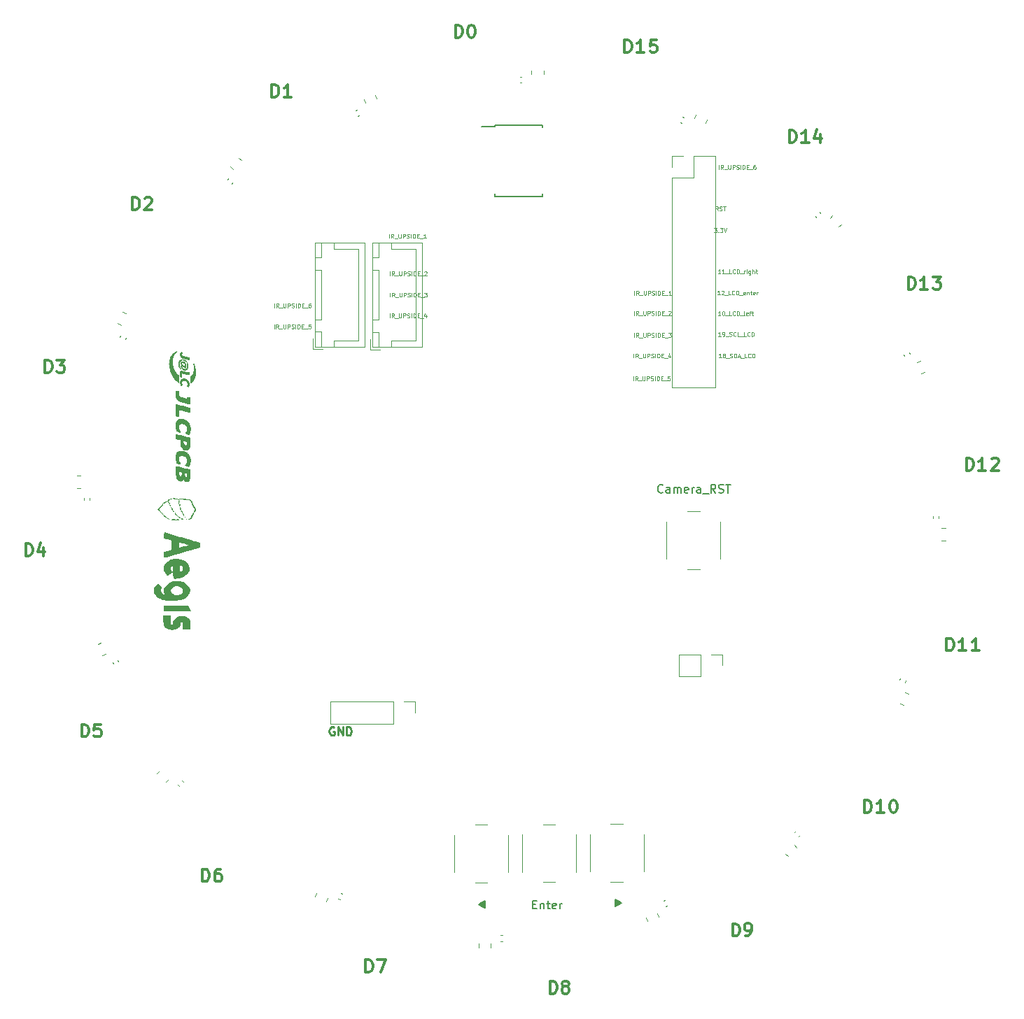
<source format=gbr>
%TF.GenerationSoftware,KiCad,Pcbnew,7.0.9*%
%TF.CreationDate,2024-12-18T22:21:06+09:00*%
%TF.ProjectId,IR_Bored_ESP32,49525f42-6f72-4656-945f-45535033322e,rev?*%
%TF.SameCoordinates,Original*%
%TF.FileFunction,Legend,Top*%
%TF.FilePolarity,Positive*%
%FSLAX46Y46*%
G04 Gerber Fmt 4.6, Leading zero omitted, Abs format (unit mm)*
G04 Created by KiCad (PCBNEW 7.0.9) date 2024-12-18 22:21:06*
%MOMM*%
%LPD*%
G01*
G04 APERTURE LIST*
%ADD10C,0.300000*%
%ADD11C,0.125000*%
%ADD12C,0.150000*%
%ADD13C,0.250000*%
%ADD14C,0.120000*%
%ADD15C,0.010000*%
G04 APERTURE END LIST*
D10*
X237514510Y-59160828D02*
X237514510Y-57660828D01*
X237514510Y-57660828D02*
X237871653Y-57660828D01*
X237871653Y-57660828D02*
X238085939Y-57732257D01*
X238085939Y-57732257D02*
X238228796Y-57875114D01*
X238228796Y-57875114D02*
X238300225Y-58017971D01*
X238300225Y-58017971D02*
X238371653Y-58303685D01*
X238371653Y-58303685D02*
X238371653Y-58517971D01*
X238371653Y-58517971D02*
X238300225Y-58803685D01*
X238300225Y-58803685D02*
X238228796Y-58946542D01*
X238228796Y-58946542D02*
X238085939Y-59089400D01*
X238085939Y-59089400D02*
X237871653Y-59160828D01*
X237871653Y-59160828D02*
X237514510Y-59160828D01*
X239871653Y-59160828D02*
X239014510Y-59160828D01*
X239443082Y-59160828D02*
X239443082Y-57660828D01*
X239443082Y-57660828D02*
X239300225Y-57875114D01*
X239300225Y-57875114D02*
X239157368Y-58017971D01*
X239157368Y-58017971D02*
X239014510Y-58089400D01*
X240514511Y-57660828D02*
X241443082Y-57660828D01*
X241443082Y-57660828D02*
X240943082Y-58232257D01*
X240943082Y-58232257D02*
X241157368Y-58232257D01*
X241157368Y-58232257D02*
X241300225Y-58303685D01*
X241300225Y-58303685D02*
X241371654Y-58375114D01*
X241371654Y-58375114D02*
X241443082Y-58517971D01*
X241443082Y-58517971D02*
X241443082Y-58875114D01*
X241443082Y-58875114D02*
X241371654Y-59017971D01*
X241371654Y-59017971D02*
X241300225Y-59089400D01*
X241300225Y-59089400D02*
X241157368Y-59160828D01*
X241157368Y-59160828D02*
X240728797Y-59160828D01*
X240728797Y-59160828D02*
X240585939Y-59089400D01*
X240585939Y-59089400D02*
X240514511Y-59017971D01*
X194194510Y-144410828D02*
X194194510Y-142910828D01*
X194194510Y-142910828D02*
X194551653Y-142910828D01*
X194551653Y-142910828D02*
X194765939Y-142982257D01*
X194765939Y-142982257D02*
X194908796Y-143125114D01*
X194908796Y-143125114D02*
X194980225Y-143267971D01*
X194980225Y-143267971D02*
X195051653Y-143553685D01*
X195051653Y-143553685D02*
X195051653Y-143767971D01*
X195051653Y-143767971D02*
X194980225Y-144053685D01*
X194980225Y-144053685D02*
X194908796Y-144196542D01*
X194908796Y-144196542D02*
X194765939Y-144339400D01*
X194765939Y-144339400D02*
X194551653Y-144410828D01*
X194551653Y-144410828D02*
X194194510Y-144410828D01*
X195908796Y-143553685D02*
X195765939Y-143482257D01*
X195765939Y-143482257D02*
X195694510Y-143410828D01*
X195694510Y-143410828D02*
X195623082Y-143267971D01*
X195623082Y-143267971D02*
X195623082Y-143196542D01*
X195623082Y-143196542D02*
X195694510Y-143053685D01*
X195694510Y-143053685D02*
X195765939Y-142982257D01*
X195765939Y-142982257D02*
X195908796Y-142910828D01*
X195908796Y-142910828D02*
X196194510Y-142910828D01*
X196194510Y-142910828D02*
X196337368Y-142982257D01*
X196337368Y-142982257D02*
X196408796Y-143053685D01*
X196408796Y-143053685D02*
X196480225Y-143196542D01*
X196480225Y-143196542D02*
X196480225Y-143267971D01*
X196480225Y-143267971D02*
X196408796Y-143410828D01*
X196408796Y-143410828D02*
X196337368Y-143482257D01*
X196337368Y-143482257D02*
X196194510Y-143553685D01*
X196194510Y-143553685D02*
X195908796Y-143553685D01*
X195908796Y-143553685D02*
X195765939Y-143625114D01*
X195765939Y-143625114D02*
X195694510Y-143696542D01*
X195694510Y-143696542D02*
X195623082Y-143839400D01*
X195623082Y-143839400D02*
X195623082Y-144125114D01*
X195623082Y-144125114D02*
X195694510Y-144267971D01*
X195694510Y-144267971D02*
X195765939Y-144339400D01*
X195765939Y-144339400D02*
X195908796Y-144410828D01*
X195908796Y-144410828D02*
X196194510Y-144410828D01*
X196194510Y-144410828D02*
X196337368Y-144339400D01*
X196337368Y-144339400D02*
X196408796Y-144267971D01*
X196408796Y-144267971D02*
X196480225Y-144125114D01*
X196480225Y-144125114D02*
X196480225Y-143839400D01*
X196480225Y-143839400D02*
X196408796Y-143696542D01*
X196408796Y-143696542D02*
X196337368Y-143625114D01*
X196337368Y-143625114D02*
X196194510Y-143553685D01*
D11*
X214813788Y-57234709D02*
X214528074Y-57234709D01*
X214670931Y-57234709D02*
X214670931Y-56734709D01*
X214670931Y-56734709D02*
X214623312Y-56806138D01*
X214623312Y-56806138D02*
X214575693Y-56853757D01*
X214575693Y-56853757D02*
X214528074Y-56877566D01*
X215289978Y-57234709D02*
X215004264Y-57234709D01*
X215147121Y-57234709D02*
X215147121Y-56734709D01*
X215147121Y-56734709D02*
X215099502Y-56806138D01*
X215099502Y-56806138D02*
X215051883Y-56853757D01*
X215051883Y-56853757D02*
X215004264Y-56877566D01*
X215385216Y-57282328D02*
X215766168Y-57282328D01*
X216123310Y-57234709D02*
X215885215Y-57234709D01*
X215885215Y-57234709D02*
X215885215Y-56734709D01*
X216575691Y-57187090D02*
X216551882Y-57210900D01*
X216551882Y-57210900D02*
X216480453Y-57234709D01*
X216480453Y-57234709D02*
X216432834Y-57234709D01*
X216432834Y-57234709D02*
X216361406Y-57210900D01*
X216361406Y-57210900D02*
X216313787Y-57163280D01*
X216313787Y-57163280D02*
X216289977Y-57115661D01*
X216289977Y-57115661D02*
X216266168Y-57020423D01*
X216266168Y-57020423D02*
X216266168Y-56948995D01*
X216266168Y-56948995D02*
X216289977Y-56853757D01*
X216289977Y-56853757D02*
X216313787Y-56806138D01*
X216313787Y-56806138D02*
X216361406Y-56758519D01*
X216361406Y-56758519D02*
X216432834Y-56734709D01*
X216432834Y-56734709D02*
X216480453Y-56734709D01*
X216480453Y-56734709D02*
X216551882Y-56758519D01*
X216551882Y-56758519D02*
X216575691Y-56782328D01*
X216789977Y-57234709D02*
X216789977Y-56734709D01*
X216789977Y-56734709D02*
X216909025Y-56734709D01*
X216909025Y-56734709D02*
X216980453Y-56758519D01*
X216980453Y-56758519D02*
X217028072Y-56806138D01*
X217028072Y-56806138D02*
X217051882Y-56853757D01*
X217051882Y-56853757D02*
X217075691Y-56948995D01*
X217075691Y-56948995D02*
X217075691Y-57020423D01*
X217075691Y-57020423D02*
X217051882Y-57115661D01*
X217051882Y-57115661D02*
X217028072Y-57163280D01*
X217028072Y-57163280D02*
X216980453Y-57210900D01*
X216980453Y-57210900D02*
X216909025Y-57234709D01*
X216909025Y-57234709D02*
X216789977Y-57234709D01*
X217170930Y-57282328D02*
X217551882Y-57282328D01*
X217670929Y-57234709D02*
X217670929Y-56901376D01*
X217670929Y-56996614D02*
X217694739Y-56948995D01*
X217694739Y-56948995D02*
X217718548Y-56925185D01*
X217718548Y-56925185D02*
X217766167Y-56901376D01*
X217766167Y-56901376D02*
X217813786Y-56901376D01*
X217980453Y-57234709D02*
X217980453Y-56901376D01*
X217980453Y-56734709D02*
X217956644Y-56758519D01*
X217956644Y-56758519D02*
X217980453Y-56782328D01*
X217980453Y-56782328D02*
X218004263Y-56758519D01*
X218004263Y-56758519D02*
X217980453Y-56734709D01*
X217980453Y-56734709D02*
X217980453Y-56782328D01*
X218432834Y-56901376D02*
X218432834Y-57306138D01*
X218432834Y-57306138D02*
X218409024Y-57353757D01*
X218409024Y-57353757D02*
X218385215Y-57377566D01*
X218385215Y-57377566D02*
X218337596Y-57401376D01*
X218337596Y-57401376D02*
X218266167Y-57401376D01*
X218266167Y-57401376D02*
X218218548Y-57377566D01*
X218432834Y-57210900D02*
X218385215Y-57234709D01*
X218385215Y-57234709D02*
X218289977Y-57234709D01*
X218289977Y-57234709D02*
X218242358Y-57210900D01*
X218242358Y-57210900D02*
X218218548Y-57187090D01*
X218218548Y-57187090D02*
X218194739Y-57139471D01*
X218194739Y-57139471D02*
X218194739Y-56996614D01*
X218194739Y-56996614D02*
X218218548Y-56948995D01*
X218218548Y-56948995D02*
X218242358Y-56925185D01*
X218242358Y-56925185D02*
X218289977Y-56901376D01*
X218289977Y-56901376D02*
X218385215Y-56901376D01*
X218385215Y-56901376D02*
X218432834Y-56925185D01*
X218670929Y-57234709D02*
X218670929Y-56734709D01*
X218885215Y-57234709D02*
X218885215Y-56972804D01*
X218885215Y-56972804D02*
X218861405Y-56925185D01*
X218861405Y-56925185D02*
X218813786Y-56901376D01*
X218813786Y-56901376D02*
X218742358Y-56901376D01*
X218742358Y-56901376D02*
X218694739Y-56925185D01*
X218694739Y-56925185D02*
X218670929Y-56948995D01*
X219051882Y-56901376D02*
X219242358Y-56901376D01*
X219123310Y-56734709D02*
X219123310Y-57163280D01*
X219123310Y-57163280D02*
X219147120Y-57210900D01*
X219147120Y-57210900D02*
X219194739Y-57234709D01*
X219194739Y-57234709D02*
X219242358Y-57234709D01*
D10*
X232234510Y-122510828D02*
X232234510Y-121010828D01*
X232234510Y-121010828D02*
X232591653Y-121010828D01*
X232591653Y-121010828D02*
X232805939Y-121082257D01*
X232805939Y-121082257D02*
X232948796Y-121225114D01*
X232948796Y-121225114D02*
X233020225Y-121367971D01*
X233020225Y-121367971D02*
X233091653Y-121653685D01*
X233091653Y-121653685D02*
X233091653Y-121867971D01*
X233091653Y-121867971D02*
X233020225Y-122153685D01*
X233020225Y-122153685D02*
X232948796Y-122296542D01*
X232948796Y-122296542D02*
X232805939Y-122439400D01*
X232805939Y-122439400D02*
X232591653Y-122510828D01*
X232591653Y-122510828D02*
X232234510Y-122510828D01*
X234591653Y-122510828D02*
X233734510Y-122510828D01*
X234163082Y-122510828D02*
X234163082Y-121010828D01*
X234163082Y-121010828D02*
X234020225Y-121225114D01*
X234020225Y-121225114D02*
X233877368Y-121367971D01*
X233877368Y-121367971D02*
X233734510Y-121439400D01*
X235663082Y-121010828D02*
X235805939Y-121010828D01*
X235805939Y-121010828D02*
X235948797Y-121082257D01*
X235948797Y-121082257D02*
X236020225Y-121153685D01*
X236020225Y-121153685D02*
X236091654Y-121296542D01*
X236091654Y-121296542D02*
X236163082Y-121582257D01*
X236163082Y-121582257D02*
X236163082Y-121939400D01*
X236163082Y-121939400D02*
X236091654Y-122225114D01*
X236091654Y-122225114D02*
X236020225Y-122367971D01*
X236020225Y-122367971D02*
X235948797Y-122439400D01*
X235948797Y-122439400D02*
X235805939Y-122510828D01*
X235805939Y-122510828D02*
X235663082Y-122510828D01*
X235663082Y-122510828D02*
X235520225Y-122439400D01*
X235520225Y-122439400D02*
X235448797Y-122367971D01*
X235448797Y-122367971D02*
X235377368Y-122225114D01*
X235377368Y-122225114D02*
X235305939Y-121939400D01*
X235305939Y-121939400D02*
X235305939Y-121582257D01*
X235305939Y-121582257D02*
X235377368Y-121296542D01*
X235377368Y-121296542D02*
X235448797Y-121153685D01*
X235448797Y-121153685D02*
X235520225Y-121082257D01*
X235520225Y-121082257D02*
X235663082Y-121010828D01*
D11*
X204391883Y-59850909D02*
X204391883Y-59350909D01*
X204915692Y-59850909D02*
X204749026Y-59612814D01*
X204629978Y-59850909D02*
X204629978Y-59350909D01*
X204629978Y-59350909D02*
X204820454Y-59350909D01*
X204820454Y-59350909D02*
X204868073Y-59374719D01*
X204868073Y-59374719D02*
X204891883Y-59398528D01*
X204891883Y-59398528D02*
X204915692Y-59446147D01*
X204915692Y-59446147D02*
X204915692Y-59517576D01*
X204915692Y-59517576D02*
X204891883Y-59565195D01*
X204891883Y-59565195D02*
X204868073Y-59589004D01*
X204868073Y-59589004D02*
X204820454Y-59612814D01*
X204820454Y-59612814D02*
X204629978Y-59612814D01*
X205010931Y-59898528D02*
X205391883Y-59898528D01*
X205510930Y-59350909D02*
X205510930Y-59755671D01*
X205510930Y-59755671D02*
X205534740Y-59803290D01*
X205534740Y-59803290D02*
X205558549Y-59827100D01*
X205558549Y-59827100D02*
X205606168Y-59850909D01*
X205606168Y-59850909D02*
X205701406Y-59850909D01*
X205701406Y-59850909D02*
X205749025Y-59827100D01*
X205749025Y-59827100D02*
X205772835Y-59803290D01*
X205772835Y-59803290D02*
X205796644Y-59755671D01*
X205796644Y-59755671D02*
X205796644Y-59350909D01*
X206034740Y-59850909D02*
X206034740Y-59350909D01*
X206034740Y-59350909D02*
X206225216Y-59350909D01*
X206225216Y-59350909D02*
X206272835Y-59374719D01*
X206272835Y-59374719D02*
X206296645Y-59398528D01*
X206296645Y-59398528D02*
X206320454Y-59446147D01*
X206320454Y-59446147D02*
X206320454Y-59517576D01*
X206320454Y-59517576D02*
X206296645Y-59565195D01*
X206296645Y-59565195D02*
X206272835Y-59589004D01*
X206272835Y-59589004D02*
X206225216Y-59612814D01*
X206225216Y-59612814D02*
X206034740Y-59612814D01*
X206510931Y-59827100D02*
X206582359Y-59850909D01*
X206582359Y-59850909D02*
X206701407Y-59850909D01*
X206701407Y-59850909D02*
X206749026Y-59827100D01*
X206749026Y-59827100D02*
X206772835Y-59803290D01*
X206772835Y-59803290D02*
X206796645Y-59755671D01*
X206796645Y-59755671D02*
X206796645Y-59708052D01*
X206796645Y-59708052D02*
X206772835Y-59660433D01*
X206772835Y-59660433D02*
X206749026Y-59636623D01*
X206749026Y-59636623D02*
X206701407Y-59612814D01*
X206701407Y-59612814D02*
X206606169Y-59589004D01*
X206606169Y-59589004D02*
X206558550Y-59565195D01*
X206558550Y-59565195D02*
X206534740Y-59541385D01*
X206534740Y-59541385D02*
X206510931Y-59493766D01*
X206510931Y-59493766D02*
X206510931Y-59446147D01*
X206510931Y-59446147D02*
X206534740Y-59398528D01*
X206534740Y-59398528D02*
X206558550Y-59374719D01*
X206558550Y-59374719D02*
X206606169Y-59350909D01*
X206606169Y-59350909D02*
X206725216Y-59350909D01*
X206725216Y-59350909D02*
X206796645Y-59374719D01*
X207010930Y-59850909D02*
X207010930Y-59350909D01*
X207249025Y-59850909D02*
X207249025Y-59350909D01*
X207249025Y-59350909D02*
X207368073Y-59350909D01*
X207368073Y-59350909D02*
X207439501Y-59374719D01*
X207439501Y-59374719D02*
X207487120Y-59422338D01*
X207487120Y-59422338D02*
X207510930Y-59469957D01*
X207510930Y-59469957D02*
X207534739Y-59565195D01*
X207534739Y-59565195D02*
X207534739Y-59636623D01*
X207534739Y-59636623D02*
X207510930Y-59731861D01*
X207510930Y-59731861D02*
X207487120Y-59779480D01*
X207487120Y-59779480D02*
X207439501Y-59827100D01*
X207439501Y-59827100D02*
X207368073Y-59850909D01*
X207368073Y-59850909D02*
X207249025Y-59850909D01*
X207749025Y-59589004D02*
X207915692Y-59589004D01*
X207987120Y-59850909D02*
X207749025Y-59850909D01*
X207749025Y-59850909D02*
X207749025Y-59350909D01*
X207749025Y-59350909D02*
X207987120Y-59350909D01*
X208082359Y-59898528D02*
X208463311Y-59898528D01*
X208844263Y-59850909D02*
X208558549Y-59850909D01*
X208701406Y-59850909D02*
X208701406Y-59350909D01*
X208701406Y-59350909D02*
X208653787Y-59422338D01*
X208653787Y-59422338D02*
X208606168Y-59469957D01*
X208606168Y-59469957D02*
X208558549Y-59493766D01*
D10*
X133104510Y-69240828D02*
X133104510Y-67740828D01*
X133104510Y-67740828D02*
X133461653Y-67740828D01*
X133461653Y-67740828D02*
X133675939Y-67812257D01*
X133675939Y-67812257D02*
X133818796Y-67955114D01*
X133818796Y-67955114D02*
X133890225Y-68097971D01*
X133890225Y-68097971D02*
X133961653Y-68383685D01*
X133961653Y-68383685D02*
X133961653Y-68597971D01*
X133961653Y-68597971D02*
X133890225Y-68883685D01*
X133890225Y-68883685D02*
X133818796Y-69026542D01*
X133818796Y-69026542D02*
X133675939Y-69169400D01*
X133675939Y-69169400D02*
X133461653Y-69240828D01*
X133461653Y-69240828D02*
X133104510Y-69240828D01*
X134533082Y-67740828D02*
X135461653Y-67740828D01*
X135461653Y-67740828D02*
X134961653Y-68312257D01*
X134961653Y-68312257D02*
X135175939Y-68312257D01*
X135175939Y-68312257D02*
X135318796Y-68383685D01*
X135318796Y-68383685D02*
X135390225Y-68455114D01*
X135390225Y-68455114D02*
X135461653Y-68597971D01*
X135461653Y-68597971D02*
X135461653Y-68955114D01*
X135461653Y-68955114D02*
X135390225Y-69097971D01*
X135390225Y-69097971D02*
X135318796Y-69169400D01*
X135318796Y-69169400D02*
X135175939Y-69240828D01*
X135175939Y-69240828D02*
X134747368Y-69240828D01*
X134747368Y-69240828D02*
X134604510Y-69169400D01*
X134604510Y-69169400D02*
X134533082Y-69097971D01*
X223134510Y-41390828D02*
X223134510Y-39890828D01*
X223134510Y-39890828D02*
X223491653Y-39890828D01*
X223491653Y-39890828D02*
X223705939Y-39962257D01*
X223705939Y-39962257D02*
X223848796Y-40105114D01*
X223848796Y-40105114D02*
X223920225Y-40247971D01*
X223920225Y-40247971D02*
X223991653Y-40533685D01*
X223991653Y-40533685D02*
X223991653Y-40747971D01*
X223991653Y-40747971D02*
X223920225Y-41033685D01*
X223920225Y-41033685D02*
X223848796Y-41176542D01*
X223848796Y-41176542D02*
X223705939Y-41319400D01*
X223705939Y-41319400D02*
X223491653Y-41390828D01*
X223491653Y-41390828D02*
X223134510Y-41390828D01*
X225491653Y-41390828D02*
X224634510Y-41390828D01*
X225063082Y-41390828D02*
X225063082Y-39890828D01*
X225063082Y-39890828D02*
X224920225Y-40105114D01*
X224920225Y-40105114D02*
X224777368Y-40247971D01*
X224777368Y-40247971D02*
X224634510Y-40319400D01*
X226848797Y-40390828D02*
X226848797Y-41390828D01*
X226491654Y-39819400D02*
X226134511Y-40890828D01*
X226134511Y-40890828D02*
X227063082Y-40890828D01*
D11*
X204366483Y-62289309D02*
X204366483Y-61789309D01*
X204890292Y-62289309D02*
X204723626Y-62051214D01*
X204604578Y-62289309D02*
X204604578Y-61789309D01*
X204604578Y-61789309D02*
X204795054Y-61789309D01*
X204795054Y-61789309D02*
X204842673Y-61813119D01*
X204842673Y-61813119D02*
X204866483Y-61836928D01*
X204866483Y-61836928D02*
X204890292Y-61884547D01*
X204890292Y-61884547D02*
X204890292Y-61955976D01*
X204890292Y-61955976D02*
X204866483Y-62003595D01*
X204866483Y-62003595D02*
X204842673Y-62027404D01*
X204842673Y-62027404D02*
X204795054Y-62051214D01*
X204795054Y-62051214D02*
X204604578Y-62051214D01*
X204985531Y-62336928D02*
X205366483Y-62336928D01*
X205485530Y-61789309D02*
X205485530Y-62194071D01*
X205485530Y-62194071D02*
X205509340Y-62241690D01*
X205509340Y-62241690D02*
X205533149Y-62265500D01*
X205533149Y-62265500D02*
X205580768Y-62289309D01*
X205580768Y-62289309D02*
X205676006Y-62289309D01*
X205676006Y-62289309D02*
X205723625Y-62265500D01*
X205723625Y-62265500D02*
X205747435Y-62241690D01*
X205747435Y-62241690D02*
X205771244Y-62194071D01*
X205771244Y-62194071D02*
X205771244Y-61789309D01*
X206009340Y-62289309D02*
X206009340Y-61789309D01*
X206009340Y-61789309D02*
X206199816Y-61789309D01*
X206199816Y-61789309D02*
X206247435Y-61813119D01*
X206247435Y-61813119D02*
X206271245Y-61836928D01*
X206271245Y-61836928D02*
X206295054Y-61884547D01*
X206295054Y-61884547D02*
X206295054Y-61955976D01*
X206295054Y-61955976D02*
X206271245Y-62003595D01*
X206271245Y-62003595D02*
X206247435Y-62027404D01*
X206247435Y-62027404D02*
X206199816Y-62051214D01*
X206199816Y-62051214D02*
X206009340Y-62051214D01*
X206485531Y-62265500D02*
X206556959Y-62289309D01*
X206556959Y-62289309D02*
X206676007Y-62289309D01*
X206676007Y-62289309D02*
X206723626Y-62265500D01*
X206723626Y-62265500D02*
X206747435Y-62241690D01*
X206747435Y-62241690D02*
X206771245Y-62194071D01*
X206771245Y-62194071D02*
X206771245Y-62146452D01*
X206771245Y-62146452D02*
X206747435Y-62098833D01*
X206747435Y-62098833D02*
X206723626Y-62075023D01*
X206723626Y-62075023D02*
X206676007Y-62051214D01*
X206676007Y-62051214D02*
X206580769Y-62027404D01*
X206580769Y-62027404D02*
X206533150Y-62003595D01*
X206533150Y-62003595D02*
X206509340Y-61979785D01*
X206509340Y-61979785D02*
X206485531Y-61932166D01*
X206485531Y-61932166D02*
X206485531Y-61884547D01*
X206485531Y-61884547D02*
X206509340Y-61836928D01*
X206509340Y-61836928D02*
X206533150Y-61813119D01*
X206533150Y-61813119D02*
X206580769Y-61789309D01*
X206580769Y-61789309D02*
X206699816Y-61789309D01*
X206699816Y-61789309D02*
X206771245Y-61813119D01*
X206985530Y-62289309D02*
X206985530Y-61789309D01*
X207223625Y-62289309D02*
X207223625Y-61789309D01*
X207223625Y-61789309D02*
X207342673Y-61789309D01*
X207342673Y-61789309D02*
X207414101Y-61813119D01*
X207414101Y-61813119D02*
X207461720Y-61860738D01*
X207461720Y-61860738D02*
X207485530Y-61908357D01*
X207485530Y-61908357D02*
X207509339Y-62003595D01*
X207509339Y-62003595D02*
X207509339Y-62075023D01*
X207509339Y-62075023D02*
X207485530Y-62170261D01*
X207485530Y-62170261D02*
X207461720Y-62217880D01*
X207461720Y-62217880D02*
X207414101Y-62265500D01*
X207414101Y-62265500D02*
X207342673Y-62289309D01*
X207342673Y-62289309D02*
X207223625Y-62289309D01*
X207723625Y-62027404D02*
X207890292Y-62027404D01*
X207961720Y-62289309D02*
X207723625Y-62289309D01*
X207723625Y-62289309D02*
X207723625Y-61789309D01*
X207723625Y-61789309D02*
X207961720Y-61789309D01*
X208056959Y-62336928D02*
X208437911Y-62336928D01*
X208533149Y-61836928D02*
X208556958Y-61813119D01*
X208556958Y-61813119D02*
X208604577Y-61789309D01*
X208604577Y-61789309D02*
X208723625Y-61789309D01*
X208723625Y-61789309D02*
X208771244Y-61813119D01*
X208771244Y-61813119D02*
X208795053Y-61836928D01*
X208795053Y-61836928D02*
X208818863Y-61884547D01*
X208818863Y-61884547D02*
X208818863Y-61932166D01*
X208818863Y-61932166D02*
X208795053Y-62003595D01*
X208795053Y-62003595D02*
X208509339Y-62289309D01*
X208509339Y-62289309D02*
X208818863Y-62289309D01*
X174800883Y-62594109D02*
X174800883Y-62094109D01*
X175324692Y-62594109D02*
X175158026Y-62356014D01*
X175038978Y-62594109D02*
X175038978Y-62094109D01*
X175038978Y-62094109D02*
X175229454Y-62094109D01*
X175229454Y-62094109D02*
X175277073Y-62117919D01*
X175277073Y-62117919D02*
X175300883Y-62141728D01*
X175300883Y-62141728D02*
X175324692Y-62189347D01*
X175324692Y-62189347D02*
X175324692Y-62260776D01*
X175324692Y-62260776D02*
X175300883Y-62308395D01*
X175300883Y-62308395D02*
X175277073Y-62332204D01*
X175277073Y-62332204D02*
X175229454Y-62356014D01*
X175229454Y-62356014D02*
X175038978Y-62356014D01*
X175419931Y-62641728D02*
X175800883Y-62641728D01*
X175919930Y-62094109D02*
X175919930Y-62498871D01*
X175919930Y-62498871D02*
X175943740Y-62546490D01*
X175943740Y-62546490D02*
X175967549Y-62570300D01*
X175967549Y-62570300D02*
X176015168Y-62594109D01*
X176015168Y-62594109D02*
X176110406Y-62594109D01*
X176110406Y-62594109D02*
X176158025Y-62570300D01*
X176158025Y-62570300D02*
X176181835Y-62546490D01*
X176181835Y-62546490D02*
X176205644Y-62498871D01*
X176205644Y-62498871D02*
X176205644Y-62094109D01*
X176443740Y-62594109D02*
X176443740Y-62094109D01*
X176443740Y-62094109D02*
X176634216Y-62094109D01*
X176634216Y-62094109D02*
X176681835Y-62117919D01*
X176681835Y-62117919D02*
X176705645Y-62141728D01*
X176705645Y-62141728D02*
X176729454Y-62189347D01*
X176729454Y-62189347D02*
X176729454Y-62260776D01*
X176729454Y-62260776D02*
X176705645Y-62308395D01*
X176705645Y-62308395D02*
X176681835Y-62332204D01*
X176681835Y-62332204D02*
X176634216Y-62356014D01*
X176634216Y-62356014D02*
X176443740Y-62356014D01*
X176919931Y-62570300D02*
X176991359Y-62594109D01*
X176991359Y-62594109D02*
X177110407Y-62594109D01*
X177110407Y-62594109D02*
X177158026Y-62570300D01*
X177158026Y-62570300D02*
X177181835Y-62546490D01*
X177181835Y-62546490D02*
X177205645Y-62498871D01*
X177205645Y-62498871D02*
X177205645Y-62451252D01*
X177205645Y-62451252D02*
X177181835Y-62403633D01*
X177181835Y-62403633D02*
X177158026Y-62379823D01*
X177158026Y-62379823D02*
X177110407Y-62356014D01*
X177110407Y-62356014D02*
X177015169Y-62332204D01*
X177015169Y-62332204D02*
X176967550Y-62308395D01*
X176967550Y-62308395D02*
X176943740Y-62284585D01*
X176943740Y-62284585D02*
X176919931Y-62236966D01*
X176919931Y-62236966D02*
X176919931Y-62189347D01*
X176919931Y-62189347D02*
X176943740Y-62141728D01*
X176943740Y-62141728D02*
X176967550Y-62117919D01*
X176967550Y-62117919D02*
X177015169Y-62094109D01*
X177015169Y-62094109D02*
X177134216Y-62094109D01*
X177134216Y-62094109D02*
X177205645Y-62117919D01*
X177419930Y-62594109D02*
X177419930Y-62094109D01*
X177658025Y-62594109D02*
X177658025Y-62094109D01*
X177658025Y-62094109D02*
X177777073Y-62094109D01*
X177777073Y-62094109D02*
X177848501Y-62117919D01*
X177848501Y-62117919D02*
X177896120Y-62165538D01*
X177896120Y-62165538D02*
X177919930Y-62213157D01*
X177919930Y-62213157D02*
X177943739Y-62308395D01*
X177943739Y-62308395D02*
X177943739Y-62379823D01*
X177943739Y-62379823D02*
X177919930Y-62475061D01*
X177919930Y-62475061D02*
X177896120Y-62522680D01*
X177896120Y-62522680D02*
X177848501Y-62570300D01*
X177848501Y-62570300D02*
X177777073Y-62594109D01*
X177777073Y-62594109D02*
X177658025Y-62594109D01*
X178158025Y-62332204D02*
X178324692Y-62332204D01*
X178396120Y-62594109D02*
X178158025Y-62594109D01*
X178158025Y-62594109D02*
X178158025Y-62094109D01*
X178158025Y-62094109D02*
X178396120Y-62094109D01*
X178491359Y-62641728D02*
X178872311Y-62641728D01*
X179205644Y-62260776D02*
X179205644Y-62594109D01*
X179086596Y-62070300D02*
X178967549Y-62427442D01*
X178967549Y-62427442D02*
X179277072Y-62427442D01*
X214047064Y-51756309D02*
X214356588Y-51756309D01*
X214356588Y-51756309D02*
X214189921Y-51946785D01*
X214189921Y-51946785D02*
X214261350Y-51946785D01*
X214261350Y-51946785D02*
X214308969Y-51970595D01*
X214308969Y-51970595D02*
X214332778Y-51994404D01*
X214332778Y-51994404D02*
X214356588Y-52042023D01*
X214356588Y-52042023D02*
X214356588Y-52161071D01*
X214356588Y-52161071D02*
X214332778Y-52208690D01*
X214332778Y-52208690D02*
X214308969Y-52232500D01*
X214308969Y-52232500D02*
X214261350Y-52256309D01*
X214261350Y-52256309D02*
X214118493Y-52256309D01*
X214118493Y-52256309D02*
X214070874Y-52232500D01*
X214070874Y-52232500D02*
X214047064Y-52208690D01*
X214570873Y-52208690D02*
X214594683Y-52232500D01*
X214594683Y-52232500D02*
X214570873Y-52256309D01*
X214570873Y-52256309D02*
X214547064Y-52232500D01*
X214547064Y-52232500D02*
X214570873Y-52208690D01*
X214570873Y-52208690D02*
X214570873Y-52256309D01*
X214761349Y-51756309D02*
X215070873Y-51756309D01*
X215070873Y-51756309D02*
X214904206Y-51946785D01*
X214904206Y-51946785D02*
X214975635Y-51946785D01*
X214975635Y-51946785D02*
X215023254Y-51970595D01*
X215023254Y-51970595D02*
X215047063Y-51994404D01*
X215047063Y-51994404D02*
X215070873Y-52042023D01*
X215070873Y-52042023D02*
X215070873Y-52161071D01*
X215070873Y-52161071D02*
X215047063Y-52208690D01*
X215047063Y-52208690D02*
X215023254Y-52232500D01*
X215023254Y-52232500D02*
X214975635Y-52256309D01*
X214975635Y-52256309D02*
X214832778Y-52256309D01*
X214832778Y-52256309D02*
X214785159Y-52232500D01*
X214785159Y-52232500D02*
X214761349Y-52208690D01*
X215213730Y-51756309D02*
X215380396Y-52256309D01*
X215380396Y-52256309D02*
X215547063Y-51756309D01*
D10*
X143674510Y-49520828D02*
X143674510Y-48020828D01*
X143674510Y-48020828D02*
X144031653Y-48020828D01*
X144031653Y-48020828D02*
X144245939Y-48092257D01*
X144245939Y-48092257D02*
X144388796Y-48235114D01*
X144388796Y-48235114D02*
X144460225Y-48377971D01*
X144460225Y-48377971D02*
X144531653Y-48663685D01*
X144531653Y-48663685D02*
X144531653Y-48877971D01*
X144531653Y-48877971D02*
X144460225Y-49163685D01*
X144460225Y-49163685D02*
X144388796Y-49306542D01*
X144388796Y-49306542D02*
X144245939Y-49449400D01*
X144245939Y-49449400D02*
X144031653Y-49520828D01*
X144031653Y-49520828D02*
X143674510Y-49520828D01*
X145174510Y-48163685D02*
X145245939Y-48092257D01*
X145245939Y-48092257D02*
X145388796Y-48020828D01*
X145388796Y-48020828D02*
X145745939Y-48020828D01*
X145745939Y-48020828D02*
X145888796Y-48092257D01*
X145888796Y-48092257D02*
X145960225Y-48163685D01*
X145960225Y-48163685D02*
X146031653Y-48306542D01*
X146031653Y-48306542D02*
X146031653Y-48449400D01*
X146031653Y-48449400D02*
X145960225Y-48663685D01*
X145960225Y-48663685D02*
X145103082Y-49520828D01*
X145103082Y-49520828D02*
X146031653Y-49520828D01*
X160524510Y-35870828D02*
X160524510Y-34370828D01*
X160524510Y-34370828D02*
X160881653Y-34370828D01*
X160881653Y-34370828D02*
X161095939Y-34442257D01*
X161095939Y-34442257D02*
X161238796Y-34585114D01*
X161238796Y-34585114D02*
X161310225Y-34727971D01*
X161310225Y-34727971D02*
X161381653Y-35013685D01*
X161381653Y-35013685D02*
X161381653Y-35227971D01*
X161381653Y-35227971D02*
X161310225Y-35513685D01*
X161310225Y-35513685D02*
X161238796Y-35656542D01*
X161238796Y-35656542D02*
X161095939Y-35799400D01*
X161095939Y-35799400D02*
X160881653Y-35870828D01*
X160881653Y-35870828D02*
X160524510Y-35870828D01*
X162881653Y-35870828D02*
X162024510Y-35870828D01*
X162453082Y-35870828D02*
X162453082Y-34370828D01*
X162453082Y-34370828D02*
X162310225Y-34585114D01*
X162310225Y-34585114D02*
X162167368Y-34727971D01*
X162167368Y-34727971D02*
X162024510Y-34799400D01*
D11*
X174750083Y-52967509D02*
X174750083Y-52467509D01*
X175273892Y-52967509D02*
X175107226Y-52729414D01*
X174988178Y-52967509D02*
X174988178Y-52467509D01*
X174988178Y-52467509D02*
X175178654Y-52467509D01*
X175178654Y-52467509D02*
X175226273Y-52491319D01*
X175226273Y-52491319D02*
X175250083Y-52515128D01*
X175250083Y-52515128D02*
X175273892Y-52562747D01*
X175273892Y-52562747D02*
X175273892Y-52634176D01*
X175273892Y-52634176D02*
X175250083Y-52681795D01*
X175250083Y-52681795D02*
X175226273Y-52705604D01*
X175226273Y-52705604D02*
X175178654Y-52729414D01*
X175178654Y-52729414D02*
X174988178Y-52729414D01*
X175369131Y-53015128D02*
X175750083Y-53015128D01*
X175869130Y-52467509D02*
X175869130Y-52872271D01*
X175869130Y-52872271D02*
X175892940Y-52919890D01*
X175892940Y-52919890D02*
X175916749Y-52943700D01*
X175916749Y-52943700D02*
X175964368Y-52967509D01*
X175964368Y-52967509D02*
X176059606Y-52967509D01*
X176059606Y-52967509D02*
X176107225Y-52943700D01*
X176107225Y-52943700D02*
X176131035Y-52919890D01*
X176131035Y-52919890D02*
X176154844Y-52872271D01*
X176154844Y-52872271D02*
X176154844Y-52467509D01*
X176392940Y-52967509D02*
X176392940Y-52467509D01*
X176392940Y-52467509D02*
X176583416Y-52467509D01*
X176583416Y-52467509D02*
X176631035Y-52491319D01*
X176631035Y-52491319D02*
X176654845Y-52515128D01*
X176654845Y-52515128D02*
X176678654Y-52562747D01*
X176678654Y-52562747D02*
X176678654Y-52634176D01*
X176678654Y-52634176D02*
X176654845Y-52681795D01*
X176654845Y-52681795D02*
X176631035Y-52705604D01*
X176631035Y-52705604D02*
X176583416Y-52729414D01*
X176583416Y-52729414D02*
X176392940Y-52729414D01*
X176869131Y-52943700D02*
X176940559Y-52967509D01*
X176940559Y-52967509D02*
X177059607Y-52967509D01*
X177059607Y-52967509D02*
X177107226Y-52943700D01*
X177107226Y-52943700D02*
X177131035Y-52919890D01*
X177131035Y-52919890D02*
X177154845Y-52872271D01*
X177154845Y-52872271D02*
X177154845Y-52824652D01*
X177154845Y-52824652D02*
X177131035Y-52777033D01*
X177131035Y-52777033D02*
X177107226Y-52753223D01*
X177107226Y-52753223D02*
X177059607Y-52729414D01*
X177059607Y-52729414D02*
X176964369Y-52705604D01*
X176964369Y-52705604D02*
X176916750Y-52681795D01*
X176916750Y-52681795D02*
X176892940Y-52657985D01*
X176892940Y-52657985D02*
X176869131Y-52610366D01*
X176869131Y-52610366D02*
X176869131Y-52562747D01*
X176869131Y-52562747D02*
X176892940Y-52515128D01*
X176892940Y-52515128D02*
X176916750Y-52491319D01*
X176916750Y-52491319D02*
X176964369Y-52467509D01*
X176964369Y-52467509D02*
X177083416Y-52467509D01*
X177083416Y-52467509D02*
X177154845Y-52491319D01*
X177369130Y-52967509D02*
X177369130Y-52467509D01*
X177607225Y-52967509D02*
X177607225Y-52467509D01*
X177607225Y-52467509D02*
X177726273Y-52467509D01*
X177726273Y-52467509D02*
X177797701Y-52491319D01*
X177797701Y-52491319D02*
X177845320Y-52538938D01*
X177845320Y-52538938D02*
X177869130Y-52586557D01*
X177869130Y-52586557D02*
X177892939Y-52681795D01*
X177892939Y-52681795D02*
X177892939Y-52753223D01*
X177892939Y-52753223D02*
X177869130Y-52848461D01*
X177869130Y-52848461D02*
X177845320Y-52896080D01*
X177845320Y-52896080D02*
X177797701Y-52943700D01*
X177797701Y-52943700D02*
X177726273Y-52967509D01*
X177726273Y-52967509D02*
X177607225Y-52967509D01*
X178107225Y-52705604D02*
X178273892Y-52705604D01*
X178345320Y-52967509D02*
X178107225Y-52967509D01*
X178107225Y-52967509D02*
X178107225Y-52467509D01*
X178107225Y-52467509D02*
X178345320Y-52467509D01*
X178440559Y-53015128D02*
X178821511Y-53015128D01*
X179202463Y-52967509D02*
X178916749Y-52967509D01*
X179059606Y-52967509D02*
X179059606Y-52467509D01*
X179059606Y-52467509D02*
X179011987Y-52538938D01*
X179011987Y-52538938D02*
X178964368Y-52586557D01*
X178964368Y-52586557D02*
X178916749Y-52610366D01*
D10*
X242164510Y-102910828D02*
X242164510Y-101410828D01*
X242164510Y-101410828D02*
X242521653Y-101410828D01*
X242521653Y-101410828D02*
X242735939Y-101482257D01*
X242735939Y-101482257D02*
X242878796Y-101625114D01*
X242878796Y-101625114D02*
X242950225Y-101767971D01*
X242950225Y-101767971D02*
X243021653Y-102053685D01*
X243021653Y-102053685D02*
X243021653Y-102267971D01*
X243021653Y-102267971D02*
X242950225Y-102553685D01*
X242950225Y-102553685D02*
X242878796Y-102696542D01*
X242878796Y-102696542D02*
X242735939Y-102839400D01*
X242735939Y-102839400D02*
X242521653Y-102910828D01*
X242521653Y-102910828D02*
X242164510Y-102910828D01*
X244521653Y-102910828D02*
X243664510Y-102910828D01*
X244093082Y-102910828D02*
X244093082Y-101410828D01*
X244093082Y-101410828D02*
X243950225Y-101625114D01*
X243950225Y-101625114D02*
X243807368Y-101767971D01*
X243807368Y-101767971D02*
X243664510Y-101839400D01*
X246093082Y-102910828D02*
X245235939Y-102910828D01*
X245664511Y-102910828D02*
X245664511Y-101410828D01*
X245664511Y-101410828D02*
X245521654Y-101625114D01*
X245521654Y-101625114D02*
X245378797Y-101767971D01*
X245378797Y-101767971D02*
X245235939Y-101839400D01*
D11*
X160805483Y-63914909D02*
X160805483Y-63414909D01*
X161329292Y-63914909D02*
X161162626Y-63676814D01*
X161043578Y-63914909D02*
X161043578Y-63414909D01*
X161043578Y-63414909D02*
X161234054Y-63414909D01*
X161234054Y-63414909D02*
X161281673Y-63438719D01*
X161281673Y-63438719D02*
X161305483Y-63462528D01*
X161305483Y-63462528D02*
X161329292Y-63510147D01*
X161329292Y-63510147D02*
X161329292Y-63581576D01*
X161329292Y-63581576D02*
X161305483Y-63629195D01*
X161305483Y-63629195D02*
X161281673Y-63653004D01*
X161281673Y-63653004D02*
X161234054Y-63676814D01*
X161234054Y-63676814D02*
X161043578Y-63676814D01*
X161424531Y-63962528D02*
X161805483Y-63962528D01*
X161924530Y-63414909D02*
X161924530Y-63819671D01*
X161924530Y-63819671D02*
X161948340Y-63867290D01*
X161948340Y-63867290D02*
X161972149Y-63891100D01*
X161972149Y-63891100D02*
X162019768Y-63914909D01*
X162019768Y-63914909D02*
X162115006Y-63914909D01*
X162115006Y-63914909D02*
X162162625Y-63891100D01*
X162162625Y-63891100D02*
X162186435Y-63867290D01*
X162186435Y-63867290D02*
X162210244Y-63819671D01*
X162210244Y-63819671D02*
X162210244Y-63414909D01*
X162448340Y-63914909D02*
X162448340Y-63414909D01*
X162448340Y-63414909D02*
X162638816Y-63414909D01*
X162638816Y-63414909D02*
X162686435Y-63438719D01*
X162686435Y-63438719D02*
X162710245Y-63462528D01*
X162710245Y-63462528D02*
X162734054Y-63510147D01*
X162734054Y-63510147D02*
X162734054Y-63581576D01*
X162734054Y-63581576D02*
X162710245Y-63629195D01*
X162710245Y-63629195D02*
X162686435Y-63653004D01*
X162686435Y-63653004D02*
X162638816Y-63676814D01*
X162638816Y-63676814D02*
X162448340Y-63676814D01*
X162924531Y-63891100D02*
X162995959Y-63914909D01*
X162995959Y-63914909D02*
X163115007Y-63914909D01*
X163115007Y-63914909D02*
X163162626Y-63891100D01*
X163162626Y-63891100D02*
X163186435Y-63867290D01*
X163186435Y-63867290D02*
X163210245Y-63819671D01*
X163210245Y-63819671D02*
X163210245Y-63772052D01*
X163210245Y-63772052D02*
X163186435Y-63724433D01*
X163186435Y-63724433D02*
X163162626Y-63700623D01*
X163162626Y-63700623D02*
X163115007Y-63676814D01*
X163115007Y-63676814D02*
X163019769Y-63653004D01*
X163019769Y-63653004D02*
X162972150Y-63629195D01*
X162972150Y-63629195D02*
X162948340Y-63605385D01*
X162948340Y-63605385D02*
X162924531Y-63557766D01*
X162924531Y-63557766D02*
X162924531Y-63510147D01*
X162924531Y-63510147D02*
X162948340Y-63462528D01*
X162948340Y-63462528D02*
X162972150Y-63438719D01*
X162972150Y-63438719D02*
X163019769Y-63414909D01*
X163019769Y-63414909D02*
X163138816Y-63414909D01*
X163138816Y-63414909D02*
X163210245Y-63438719D01*
X163424530Y-63914909D02*
X163424530Y-63414909D01*
X163662625Y-63914909D02*
X163662625Y-63414909D01*
X163662625Y-63414909D02*
X163781673Y-63414909D01*
X163781673Y-63414909D02*
X163853101Y-63438719D01*
X163853101Y-63438719D02*
X163900720Y-63486338D01*
X163900720Y-63486338D02*
X163924530Y-63533957D01*
X163924530Y-63533957D02*
X163948339Y-63629195D01*
X163948339Y-63629195D02*
X163948339Y-63700623D01*
X163948339Y-63700623D02*
X163924530Y-63795861D01*
X163924530Y-63795861D02*
X163900720Y-63843480D01*
X163900720Y-63843480D02*
X163853101Y-63891100D01*
X163853101Y-63891100D02*
X163781673Y-63914909D01*
X163781673Y-63914909D02*
X163662625Y-63914909D01*
X164162625Y-63653004D02*
X164329292Y-63653004D01*
X164400720Y-63914909D02*
X164162625Y-63914909D01*
X164162625Y-63914909D02*
X164162625Y-63414909D01*
X164162625Y-63414909D02*
X164400720Y-63414909D01*
X164495959Y-63962528D02*
X164876911Y-63962528D01*
X165234053Y-63414909D02*
X164995958Y-63414909D01*
X164995958Y-63414909D02*
X164972149Y-63653004D01*
X164972149Y-63653004D02*
X164995958Y-63629195D01*
X164995958Y-63629195D02*
X165043577Y-63605385D01*
X165043577Y-63605385D02*
X165162625Y-63605385D01*
X165162625Y-63605385D02*
X165210244Y-63629195D01*
X165210244Y-63629195D02*
X165234053Y-63653004D01*
X165234053Y-63653004D02*
X165257863Y-63700623D01*
X165257863Y-63700623D02*
X165257863Y-63819671D01*
X165257863Y-63819671D02*
X165234053Y-63867290D01*
X165234053Y-63867290D02*
X165210244Y-63891100D01*
X165210244Y-63891100D02*
X165162625Y-63914909D01*
X165162625Y-63914909D02*
X165043577Y-63914909D01*
X165043577Y-63914909D02*
X164995958Y-63891100D01*
X164995958Y-63891100D02*
X164972149Y-63867290D01*
D12*
X202136666Y-133045180D02*
X202136666Y-133807085D01*
X202184285Y-133092800D02*
X202184285Y-133759466D01*
X202231904Y-133092800D02*
X202231904Y-133759466D01*
X202279523Y-133140419D02*
X202279523Y-133711847D01*
X202327142Y-133140419D02*
X202327142Y-133711847D01*
X202374761Y-133188038D02*
X202374761Y-133664228D01*
X202422380Y-133188038D02*
X202422380Y-133664228D01*
X202469999Y-133235657D02*
X202469999Y-133616609D01*
X202517618Y-133283276D02*
X202517618Y-133568990D01*
X202565237Y-133283276D02*
X202565237Y-133568990D01*
X202612856Y-133330895D02*
X202612856Y-133521371D01*
X202660475Y-133330895D02*
X202660475Y-133521371D01*
X202708094Y-133426133D02*
X202755713Y-133426133D01*
X202708094Y-133378514D02*
X202708094Y-133473752D01*
X202089047Y-133045180D02*
X202803332Y-133426133D01*
X202803332Y-133426133D02*
X202089047Y-133807085D01*
X202850951Y-133426133D02*
X202089047Y-133854704D01*
X202089047Y-133854704D02*
X202089047Y-132997561D01*
X202089047Y-132997561D02*
X202850951Y-133426133D01*
D10*
X171884510Y-141830828D02*
X171884510Y-140330828D01*
X171884510Y-140330828D02*
X172241653Y-140330828D01*
X172241653Y-140330828D02*
X172455939Y-140402257D01*
X172455939Y-140402257D02*
X172598796Y-140545114D01*
X172598796Y-140545114D02*
X172670225Y-140687971D01*
X172670225Y-140687971D02*
X172741653Y-140973685D01*
X172741653Y-140973685D02*
X172741653Y-141187971D01*
X172741653Y-141187971D02*
X172670225Y-141473685D01*
X172670225Y-141473685D02*
X172598796Y-141616542D01*
X172598796Y-141616542D02*
X172455939Y-141759400D01*
X172455939Y-141759400D02*
X172241653Y-141830828D01*
X172241653Y-141830828D02*
X171884510Y-141830828D01*
X173313082Y-140330828D02*
X174313082Y-140330828D01*
X174313082Y-140330828D02*
X173670225Y-141830828D01*
D12*
X186263333Y-134024819D02*
X186263333Y-133262914D01*
X186215714Y-133977200D02*
X186215714Y-133310533D01*
X186168095Y-133977200D02*
X186168095Y-133310533D01*
X186120476Y-133929580D02*
X186120476Y-133358152D01*
X186072857Y-133929580D02*
X186072857Y-133358152D01*
X186025238Y-133881961D02*
X186025238Y-133405771D01*
X185977619Y-133881961D02*
X185977619Y-133405771D01*
X185930000Y-133834342D02*
X185930000Y-133453390D01*
X185882381Y-133786723D02*
X185882381Y-133501009D01*
X185834762Y-133786723D02*
X185834762Y-133501009D01*
X185787143Y-133739104D02*
X185787143Y-133548628D01*
X185739524Y-133739104D02*
X185739524Y-133548628D01*
X185691905Y-133643866D02*
X185644286Y-133643866D01*
X185691905Y-133691485D02*
X185691905Y-133596247D01*
X186310953Y-134024819D02*
X185596667Y-133643866D01*
X185596667Y-133643866D02*
X186310953Y-133262914D01*
X185549048Y-133643866D02*
X186310953Y-133215295D01*
X186310953Y-133215295D02*
X186310953Y-134072438D01*
X186310953Y-134072438D02*
X185549048Y-133643866D01*
D11*
X174851683Y-60079509D02*
X174851683Y-59579509D01*
X175375492Y-60079509D02*
X175208826Y-59841414D01*
X175089778Y-60079509D02*
X175089778Y-59579509D01*
X175089778Y-59579509D02*
X175280254Y-59579509D01*
X175280254Y-59579509D02*
X175327873Y-59603319D01*
X175327873Y-59603319D02*
X175351683Y-59627128D01*
X175351683Y-59627128D02*
X175375492Y-59674747D01*
X175375492Y-59674747D02*
X175375492Y-59746176D01*
X175375492Y-59746176D02*
X175351683Y-59793795D01*
X175351683Y-59793795D02*
X175327873Y-59817604D01*
X175327873Y-59817604D02*
X175280254Y-59841414D01*
X175280254Y-59841414D02*
X175089778Y-59841414D01*
X175470731Y-60127128D02*
X175851683Y-60127128D01*
X175970730Y-59579509D02*
X175970730Y-59984271D01*
X175970730Y-59984271D02*
X175994540Y-60031890D01*
X175994540Y-60031890D02*
X176018349Y-60055700D01*
X176018349Y-60055700D02*
X176065968Y-60079509D01*
X176065968Y-60079509D02*
X176161206Y-60079509D01*
X176161206Y-60079509D02*
X176208825Y-60055700D01*
X176208825Y-60055700D02*
X176232635Y-60031890D01*
X176232635Y-60031890D02*
X176256444Y-59984271D01*
X176256444Y-59984271D02*
X176256444Y-59579509D01*
X176494540Y-60079509D02*
X176494540Y-59579509D01*
X176494540Y-59579509D02*
X176685016Y-59579509D01*
X176685016Y-59579509D02*
X176732635Y-59603319D01*
X176732635Y-59603319D02*
X176756445Y-59627128D01*
X176756445Y-59627128D02*
X176780254Y-59674747D01*
X176780254Y-59674747D02*
X176780254Y-59746176D01*
X176780254Y-59746176D02*
X176756445Y-59793795D01*
X176756445Y-59793795D02*
X176732635Y-59817604D01*
X176732635Y-59817604D02*
X176685016Y-59841414D01*
X176685016Y-59841414D02*
X176494540Y-59841414D01*
X176970731Y-60055700D02*
X177042159Y-60079509D01*
X177042159Y-60079509D02*
X177161207Y-60079509D01*
X177161207Y-60079509D02*
X177208826Y-60055700D01*
X177208826Y-60055700D02*
X177232635Y-60031890D01*
X177232635Y-60031890D02*
X177256445Y-59984271D01*
X177256445Y-59984271D02*
X177256445Y-59936652D01*
X177256445Y-59936652D02*
X177232635Y-59889033D01*
X177232635Y-59889033D02*
X177208826Y-59865223D01*
X177208826Y-59865223D02*
X177161207Y-59841414D01*
X177161207Y-59841414D02*
X177065969Y-59817604D01*
X177065969Y-59817604D02*
X177018350Y-59793795D01*
X177018350Y-59793795D02*
X176994540Y-59769985D01*
X176994540Y-59769985D02*
X176970731Y-59722366D01*
X176970731Y-59722366D02*
X176970731Y-59674747D01*
X176970731Y-59674747D02*
X176994540Y-59627128D01*
X176994540Y-59627128D02*
X177018350Y-59603319D01*
X177018350Y-59603319D02*
X177065969Y-59579509D01*
X177065969Y-59579509D02*
X177185016Y-59579509D01*
X177185016Y-59579509D02*
X177256445Y-59603319D01*
X177470730Y-60079509D02*
X177470730Y-59579509D01*
X177708825Y-60079509D02*
X177708825Y-59579509D01*
X177708825Y-59579509D02*
X177827873Y-59579509D01*
X177827873Y-59579509D02*
X177899301Y-59603319D01*
X177899301Y-59603319D02*
X177946920Y-59650938D01*
X177946920Y-59650938D02*
X177970730Y-59698557D01*
X177970730Y-59698557D02*
X177994539Y-59793795D01*
X177994539Y-59793795D02*
X177994539Y-59865223D01*
X177994539Y-59865223D02*
X177970730Y-59960461D01*
X177970730Y-59960461D02*
X177946920Y-60008080D01*
X177946920Y-60008080D02*
X177899301Y-60055700D01*
X177899301Y-60055700D02*
X177827873Y-60079509D01*
X177827873Y-60079509D02*
X177708825Y-60079509D01*
X178208825Y-59817604D02*
X178375492Y-59817604D01*
X178446920Y-60079509D02*
X178208825Y-60079509D01*
X178208825Y-60079509D02*
X178208825Y-59579509D01*
X178208825Y-59579509D02*
X178446920Y-59579509D01*
X178542159Y-60127128D02*
X178923111Y-60127128D01*
X178994539Y-59579509D02*
X179304063Y-59579509D01*
X179304063Y-59579509D02*
X179137396Y-59769985D01*
X179137396Y-59769985D02*
X179208825Y-59769985D01*
X179208825Y-59769985D02*
X179256444Y-59793795D01*
X179256444Y-59793795D02*
X179280253Y-59817604D01*
X179280253Y-59817604D02*
X179304063Y-59865223D01*
X179304063Y-59865223D02*
X179304063Y-59984271D01*
X179304063Y-59984271D02*
X179280253Y-60031890D01*
X179280253Y-60031890D02*
X179256444Y-60055700D01*
X179256444Y-60055700D02*
X179208825Y-60079509D01*
X179208825Y-60079509D02*
X179065968Y-60079509D01*
X179065968Y-60079509D02*
X179018349Y-60055700D01*
X179018349Y-60055700D02*
X178994539Y-60031890D01*
D10*
X244544510Y-81080828D02*
X244544510Y-79580828D01*
X244544510Y-79580828D02*
X244901653Y-79580828D01*
X244901653Y-79580828D02*
X245115939Y-79652257D01*
X245115939Y-79652257D02*
X245258796Y-79795114D01*
X245258796Y-79795114D02*
X245330225Y-79937971D01*
X245330225Y-79937971D02*
X245401653Y-80223685D01*
X245401653Y-80223685D02*
X245401653Y-80437971D01*
X245401653Y-80437971D02*
X245330225Y-80723685D01*
X245330225Y-80723685D02*
X245258796Y-80866542D01*
X245258796Y-80866542D02*
X245115939Y-81009400D01*
X245115939Y-81009400D02*
X244901653Y-81080828D01*
X244901653Y-81080828D02*
X244544510Y-81080828D01*
X246901653Y-81080828D02*
X246044510Y-81080828D01*
X246473082Y-81080828D02*
X246473082Y-79580828D01*
X246473082Y-79580828D02*
X246330225Y-79795114D01*
X246330225Y-79795114D02*
X246187368Y-79937971D01*
X246187368Y-79937971D02*
X246044510Y-80009400D01*
X247615939Y-79723685D02*
X247687368Y-79652257D01*
X247687368Y-79652257D02*
X247830225Y-79580828D01*
X247830225Y-79580828D02*
X248187368Y-79580828D01*
X248187368Y-79580828D02*
X248330225Y-79652257D01*
X248330225Y-79652257D02*
X248401654Y-79723685D01*
X248401654Y-79723685D02*
X248473082Y-79866542D01*
X248473082Y-79866542D02*
X248473082Y-80009400D01*
X248473082Y-80009400D02*
X248401654Y-80223685D01*
X248401654Y-80223685D02*
X247544511Y-81080828D01*
X247544511Y-81080828D02*
X248473082Y-81080828D01*
D11*
X214507397Y-49640109D02*
X214340731Y-49402014D01*
X214221683Y-49640109D02*
X214221683Y-49140109D01*
X214221683Y-49140109D02*
X214412159Y-49140109D01*
X214412159Y-49140109D02*
X214459778Y-49163919D01*
X214459778Y-49163919D02*
X214483588Y-49187728D01*
X214483588Y-49187728D02*
X214507397Y-49235347D01*
X214507397Y-49235347D02*
X214507397Y-49306776D01*
X214507397Y-49306776D02*
X214483588Y-49354395D01*
X214483588Y-49354395D02*
X214459778Y-49378204D01*
X214459778Y-49378204D02*
X214412159Y-49402014D01*
X214412159Y-49402014D02*
X214221683Y-49402014D01*
X214697874Y-49616300D02*
X214769302Y-49640109D01*
X214769302Y-49640109D02*
X214888350Y-49640109D01*
X214888350Y-49640109D02*
X214935969Y-49616300D01*
X214935969Y-49616300D02*
X214959778Y-49592490D01*
X214959778Y-49592490D02*
X214983588Y-49544871D01*
X214983588Y-49544871D02*
X214983588Y-49497252D01*
X214983588Y-49497252D02*
X214959778Y-49449633D01*
X214959778Y-49449633D02*
X214935969Y-49425823D01*
X214935969Y-49425823D02*
X214888350Y-49402014D01*
X214888350Y-49402014D02*
X214793112Y-49378204D01*
X214793112Y-49378204D02*
X214745493Y-49354395D01*
X214745493Y-49354395D02*
X214721683Y-49330585D01*
X214721683Y-49330585D02*
X214697874Y-49282966D01*
X214697874Y-49282966D02*
X214697874Y-49235347D01*
X214697874Y-49235347D02*
X214721683Y-49187728D01*
X214721683Y-49187728D02*
X214745493Y-49163919D01*
X214745493Y-49163919D02*
X214793112Y-49140109D01*
X214793112Y-49140109D02*
X214912159Y-49140109D01*
X214912159Y-49140109D02*
X214983588Y-49163919D01*
X215126445Y-49140109D02*
X215412159Y-49140109D01*
X215269302Y-49640109D02*
X215269302Y-49140109D01*
X204315683Y-67445509D02*
X204315683Y-66945509D01*
X204839492Y-67445509D02*
X204672826Y-67207414D01*
X204553778Y-67445509D02*
X204553778Y-66945509D01*
X204553778Y-66945509D02*
X204744254Y-66945509D01*
X204744254Y-66945509D02*
X204791873Y-66969319D01*
X204791873Y-66969319D02*
X204815683Y-66993128D01*
X204815683Y-66993128D02*
X204839492Y-67040747D01*
X204839492Y-67040747D02*
X204839492Y-67112176D01*
X204839492Y-67112176D02*
X204815683Y-67159795D01*
X204815683Y-67159795D02*
X204791873Y-67183604D01*
X204791873Y-67183604D02*
X204744254Y-67207414D01*
X204744254Y-67207414D02*
X204553778Y-67207414D01*
X204934731Y-67493128D02*
X205315683Y-67493128D01*
X205434730Y-66945509D02*
X205434730Y-67350271D01*
X205434730Y-67350271D02*
X205458540Y-67397890D01*
X205458540Y-67397890D02*
X205482349Y-67421700D01*
X205482349Y-67421700D02*
X205529968Y-67445509D01*
X205529968Y-67445509D02*
X205625206Y-67445509D01*
X205625206Y-67445509D02*
X205672825Y-67421700D01*
X205672825Y-67421700D02*
X205696635Y-67397890D01*
X205696635Y-67397890D02*
X205720444Y-67350271D01*
X205720444Y-67350271D02*
X205720444Y-66945509D01*
X205958540Y-67445509D02*
X205958540Y-66945509D01*
X205958540Y-66945509D02*
X206149016Y-66945509D01*
X206149016Y-66945509D02*
X206196635Y-66969319D01*
X206196635Y-66969319D02*
X206220445Y-66993128D01*
X206220445Y-66993128D02*
X206244254Y-67040747D01*
X206244254Y-67040747D02*
X206244254Y-67112176D01*
X206244254Y-67112176D02*
X206220445Y-67159795D01*
X206220445Y-67159795D02*
X206196635Y-67183604D01*
X206196635Y-67183604D02*
X206149016Y-67207414D01*
X206149016Y-67207414D02*
X205958540Y-67207414D01*
X206434731Y-67421700D02*
X206506159Y-67445509D01*
X206506159Y-67445509D02*
X206625207Y-67445509D01*
X206625207Y-67445509D02*
X206672826Y-67421700D01*
X206672826Y-67421700D02*
X206696635Y-67397890D01*
X206696635Y-67397890D02*
X206720445Y-67350271D01*
X206720445Y-67350271D02*
X206720445Y-67302652D01*
X206720445Y-67302652D02*
X206696635Y-67255033D01*
X206696635Y-67255033D02*
X206672826Y-67231223D01*
X206672826Y-67231223D02*
X206625207Y-67207414D01*
X206625207Y-67207414D02*
X206529969Y-67183604D01*
X206529969Y-67183604D02*
X206482350Y-67159795D01*
X206482350Y-67159795D02*
X206458540Y-67135985D01*
X206458540Y-67135985D02*
X206434731Y-67088366D01*
X206434731Y-67088366D02*
X206434731Y-67040747D01*
X206434731Y-67040747D02*
X206458540Y-66993128D01*
X206458540Y-66993128D02*
X206482350Y-66969319D01*
X206482350Y-66969319D02*
X206529969Y-66945509D01*
X206529969Y-66945509D02*
X206649016Y-66945509D01*
X206649016Y-66945509D02*
X206720445Y-66969319D01*
X206934730Y-67445509D02*
X206934730Y-66945509D01*
X207172825Y-67445509D02*
X207172825Y-66945509D01*
X207172825Y-66945509D02*
X207291873Y-66945509D01*
X207291873Y-66945509D02*
X207363301Y-66969319D01*
X207363301Y-66969319D02*
X207410920Y-67016938D01*
X207410920Y-67016938D02*
X207434730Y-67064557D01*
X207434730Y-67064557D02*
X207458539Y-67159795D01*
X207458539Y-67159795D02*
X207458539Y-67231223D01*
X207458539Y-67231223D02*
X207434730Y-67326461D01*
X207434730Y-67326461D02*
X207410920Y-67374080D01*
X207410920Y-67374080D02*
X207363301Y-67421700D01*
X207363301Y-67421700D02*
X207291873Y-67445509D01*
X207291873Y-67445509D02*
X207172825Y-67445509D01*
X207672825Y-67183604D02*
X207839492Y-67183604D01*
X207910920Y-67445509D02*
X207672825Y-67445509D01*
X207672825Y-67445509D02*
X207672825Y-66945509D01*
X207672825Y-66945509D02*
X207910920Y-66945509D01*
X208006159Y-67493128D02*
X208387111Y-67493128D01*
X208720444Y-67112176D02*
X208720444Y-67445509D01*
X208601396Y-66921700D02*
X208482349Y-67278842D01*
X208482349Y-67278842D02*
X208791872Y-67278842D01*
D10*
X216274510Y-137460828D02*
X216274510Y-135960828D01*
X216274510Y-135960828D02*
X216631653Y-135960828D01*
X216631653Y-135960828D02*
X216845939Y-136032257D01*
X216845939Y-136032257D02*
X216988796Y-136175114D01*
X216988796Y-136175114D02*
X217060225Y-136317971D01*
X217060225Y-136317971D02*
X217131653Y-136603685D01*
X217131653Y-136603685D02*
X217131653Y-136817971D01*
X217131653Y-136817971D02*
X217060225Y-137103685D01*
X217060225Y-137103685D02*
X216988796Y-137246542D01*
X216988796Y-137246542D02*
X216845939Y-137389400D01*
X216845939Y-137389400D02*
X216631653Y-137460828D01*
X216631653Y-137460828D02*
X216274510Y-137460828D01*
X217845939Y-137389400D02*
X218131653Y-137389400D01*
X218131653Y-137389400D02*
X218274510Y-137317971D01*
X218274510Y-137317971D02*
X218345939Y-137246542D01*
X218345939Y-137246542D02*
X218488796Y-137032257D01*
X218488796Y-137032257D02*
X218560225Y-136746542D01*
X218560225Y-136746542D02*
X218560225Y-136175114D01*
X218560225Y-136175114D02*
X218488796Y-136032257D01*
X218488796Y-136032257D02*
X218417368Y-135960828D01*
X218417368Y-135960828D02*
X218274510Y-135889400D01*
X218274510Y-135889400D02*
X217988796Y-135889400D01*
X217988796Y-135889400D02*
X217845939Y-135960828D01*
X217845939Y-135960828D02*
X217774510Y-136032257D01*
X217774510Y-136032257D02*
X217703082Y-136175114D01*
X217703082Y-136175114D02*
X217703082Y-136532257D01*
X217703082Y-136532257D02*
X217774510Y-136675114D01*
X217774510Y-136675114D02*
X217845939Y-136746542D01*
X217845939Y-136746542D02*
X217988796Y-136817971D01*
X217988796Y-136817971D02*
X218274510Y-136817971D01*
X218274510Y-136817971D02*
X218417368Y-136746542D01*
X218417368Y-136746542D02*
X218488796Y-136675114D01*
X218488796Y-136675114D02*
X218560225Y-136532257D01*
D11*
X214915388Y-67445509D02*
X214629674Y-67445509D01*
X214772531Y-67445509D02*
X214772531Y-66945509D01*
X214772531Y-66945509D02*
X214724912Y-67016938D01*
X214724912Y-67016938D02*
X214677293Y-67064557D01*
X214677293Y-67064557D02*
X214629674Y-67088366D01*
X215201102Y-67159795D02*
X215153483Y-67135985D01*
X215153483Y-67135985D02*
X215129673Y-67112176D01*
X215129673Y-67112176D02*
X215105864Y-67064557D01*
X215105864Y-67064557D02*
X215105864Y-67040747D01*
X215105864Y-67040747D02*
X215129673Y-66993128D01*
X215129673Y-66993128D02*
X215153483Y-66969319D01*
X215153483Y-66969319D02*
X215201102Y-66945509D01*
X215201102Y-66945509D02*
X215296340Y-66945509D01*
X215296340Y-66945509D02*
X215343959Y-66969319D01*
X215343959Y-66969319D02*
X215367768Y-66993128D01*
X215367768Y-66993128D02*
X215391578Y-67040747D01*
X215391578Y-67040747D02*
X215391578Y-67064557D01*
X215391578Y-67064557D02*
X215367768Y-67112176D01*
X215367768Y-67112176D02*
X215343959Y-67135985D01*
X215343959Y-67135985D02*
X215296340Y-67159795D01*
X215296340Y-67159795D02*
X215201102Y-67159795D01*
X215201102Y-67159795D02*
X215153483Y-67183604D01*
X215153483Y-67183604D02*
X215129673Y-67207414D01*
X215129673Y-67207414D02*
X215105864Y-67255033D01*
X215105864Y-67255033D02*
X215105864Y-67350271D01*
X215105864Y-67350271D02*
X215129673Y-67397890D01*
X215129673Y-67397890D02*
X215153483Y-67421700D01*
X215153483Y-67421700D02*
X215201102Y-67445509D01*
X215201102Y-67445509D02*
X215296340Y-67445509D01*
X215296340Y-67445509D02*
X215343959Y-67421700D01*
X215343959Y-67421700D02*
X215367768Y-67397890D01*
X215367768Y-67397890D02*
X215391578Y-67350271D01*
X215391578Y-67350271D02*
X215391578Y-67255033D01*
X215391578Y-67255033D02*
X215367768Y-67207414D01*
X215367768Y-67207414D02*
X215343959Y-67183604D01*
X215343959Y-67183604D02*
X215296340Y-67159795D01*
X215486816Y-67493128D02*
X215867768Y-67493128D01*
X215963006Y-67421700D02*
X216034434Y-67445509D01*
X216034434Y-67445509D02*
X216153482Y-67445509D01*
X216153482Y-67445509D02*
X216201101Y-67421700D01*
X216201101Y-67421700D02*
X216224910Y-67397890D01*
X216224910Y-67397890D02*
X216248720Y-67350271D01*
X216248720Y-67350271D02*
X216248720Y-67302652D01*
X216248720Y-67302652D02*
X216224910Y-67255033D01*
X216224910Y-67255033D02*
X216201101Y-67231223D01*
X216201101Y-67231223D02*
X216153482Y-67207414D01*
X216153482Y-67207414D02*
X216058244Y-67183604D01*
X216058244Y-67183604D02*
X216010625Y-67159795D01*
X216010625Y-67159795D02*
X215986815Y-67135985D01*
X215986815Y-67135985D02*
X215963006Y-67088366D01*
X215963006Y-67088366D02*
X215963006Y-67040747D01*
X215963006Y-67040747D02*
X215986815Y-66993128D01*
X215986815Y-66993128D02*
X216010625Y-66969319D01*
X216010625Y-66969319D02*
X216058244Y-66945509D01*
X216058244Y-66945509D02*
X216177291Y-66945509D01*
X216177291Y-66945509D02*
X216248720Y-66969319D01*
X216463005Y-67445509D02*
X216463005Y-66945509D01*
X216463005Y-66945509D02*
X216582053Y-66945509D01*
X216582053Y-66945509D02*
X216653481Y-66969319D01*
X216653481Y-66969319D02*
X216701100Y-67016938D01*
X216701100Y-67016938D02*
X216724910Y-67064557D01*
X216724910Y-67064557D02*
X216748719Y-67159795D01*
X216748719Y-67159795D02*
X216748719Y-67231223D01*
X216748719Y-67231223D02*
X216724910Y-67326461D01*
X216724910Y-67326461D02*
X216701100Y-67374080D01*
X216701100Y-67374080D02*
X216653481Y-67421700D01*
X216653481Y-67421700D02*
X216582053Y-67445509D01*
X216582053Y-67445509D02*
X216463005Y-67445509D01*
X216939196Y-67302652D02*
X217177291Y-67302652D01*
X216891577Y-67445509D02*
X217058243Y-66945509D01*
X217058243Y-66945509D02*
X217224910Y-67445509D01*
X217272529Y-67493128D02*
X217653481Y-67493128D01*
X218010623Y-67445509D02*
X217772528Y-67445509D01*
X217772528Y-67445509D02*
X217772528Y-66945509D01*
X218463004Y-67397890D02*
X218439195Y-67421700D01*
X218439195Y-67421700D02*
X218367766Y-67445509D01*
X218367766Y-67445509D02*
X218320147Y-67445509D01*
X218320147Y-67445509D02*
X218248719Y-67421700D01*
X218248719Y-67421700D02*
X218201100Y-67374080D01*
X218201100Y-67374080D02*
X218177290Y-67326461D01*
X218177290Y-67326461D02*
X218153481Y-67231223D01*
X218153481Y-67231223D02*
X218153481Y-67159795D01*
X218153481Y-67159795D02*
X218177290Y-67064557D01*
X218177290Y-67064557D02*
X218201100Y-67016938D01*
X218201100Y-67016938D02*
X218248719Y-66969319D01*
X218248719Y-66969319D02*
X218320147Y-66945509D01*
X218320147Y-66945509D02*
X218367766Y-66945509D01*
X218367766Y-66945509D02*
X218439195Y-66969319D01*
X218439195Y-66969319D02*
X218463004Y-66993128D01*
X218677290Y-67445509D02*
X218677290Y-66945509D01*
X218677290Y-66945509D02*
X218796338Y-66945509D01*
X218796338Y-66945509D02*
X218867766Y-66969319D01*
X218867766Y-66969319D02*
X218915385Y-67016938D01*
X218915385Y-67016938D02*
X218939195Y-67064557D01*
X218939195Y-67064557D02*
X218963004Y-67159795D01*
X218963004Y-67159795D02*
X218963004Y-67231223D01*
X218963004Y-67231223D02*
X218939195Y-67326461D01*
X218939195Y-67326461D02*
X218915385Y-67374080D01*
X218915385Y-67374080D02*
X218867766Y-67421700D01*
X218867766Y-67421700D02*
X218796338Y-67445509D01*
X218796338Y-67445509D02*
X218677290Y-67445509D01*
X204264883Y-70188709D02*
X204264883Y-69688709D01*
X204788692Y-70188709D02*
X204622026Y-69950614D01*
X204502978Y-70188709D02*
X204502978Y-69688709D01*
X204502978Y-69688709D02*
X204693454Y-69688709D01*
X204693454Y-69688709D02*
X204741073Y-69712519D01*
X204741073Y-69712519D02*
X204764883Y-69736328D01*
X204764883Y-69736328D02*
X204788692Y-69783947D01*
X204788692Y-69783947D02*
X204788692Y-69855376D01*
X204788692Y-69855376D02*
X204764883Y-69902995D01*
X204764883Y-69902995D02*
X204741073Y-69926804D01*
X204741073Y-69926804D02*
X204693454Y-69950614D01*
X204693454Y-69950614D02*
X204502978Y-69950614D01*
X204883931Y-70236328D02*
X205264883Y-70236328D01*
X205383930Y-69688709D02*
X205383930Y-70093471D01*
X205383930Y-70093471D02*
X205407740Y-70141090D01*
X205407740Y-70141090D02*
X205431549Y-70164900D01*
X205431549Y-70164900D02*
X205479168Y-70188709D01*
X205479168Y-70188709D02*
X205574406Y-70188709D01*
X205574406Y-70188709D02*
X205622025Y-70164900D01*
X205622025Y-70164900D02*
X205645835Y-70141090D01*
X205645835Y-70141090D02*
X205669644Y-70093471D01*
X205669644Y-70093471D02*
X205669644Y-69688709D01*
X205907740Y-70188709D02*
X205907740Y-69688709D01*
X205907740Y-69688709D02*
X206098216Y-69688709D01*
X206098216Y-69688709D02*
X206145835Y-69712519D01*
X206145835Y-69712519D02*
X206169645Y-69736328D01*
X206169645Y-69736328D02*
X206193454Y-69783947D01*
X206193454Y-69783947D02*
X206193454Y-69855376D01*
X206193454Y-69855376D02*
X206169645Y-69902995D01*
X206169645Y-69902995D02*
X206145835Y-69926804D01*
X206145835Y-69926804D02*
X206098216Y-69950614D01*
X206098216Y-69950614D02*
X205907740Y-69950614D01*
X206383931Y-70164900D02*
X206455359Y-70188709D01*
X206455359Y-70188709D02*
X206574407Y-70188709D01*
X206574407Y-70188709D02*
X206622026Y-70164900D01*
X206622026Y-70164900D02*
X206645835Y-70141090D01*
X206645835Y-70141090D02*
X206669645Y-70093471D01*
X206669645Y-70093471D02*
X206669645Y-70045852D01*
X206669645Y-70045852D02*
X206645835Y-69998233D01*
X206645835Y-69998233D02*
X206622026Y-69974423D01*
X206622026Y-69974423D02*
X206574407Y-69950614D01*
X206574407Y-69950614D02*
X206479169Y-69926804D01*
X206479169Y-69926804D02*
X206431550Y-69902995D01*
X206431550Y-69902995D02*
X206407740Y-69879185D01*
X206407740Y-69879185D02*
X206383931Y-69831566D01*
X206383931Y-69831566D02*
X206383931Y-69783947D01*
X206383931Y-69783947D02*
X206407740Y-69736328D01*
X206407740Y-69736328D02*
X206431550Y-69712519D01*
X206431550Y-69712519D02*
X206479169Y-69688709D01*
X206479169Y-69688709D02*
X206598216Y-69688709D01*
X206598216Y-69688709D02*
X206669645Y-69712519D01*
X206883930Y-70188709D02*
X206883930Y-69688709D01*
X207122025Y-70188709D02*
X207122025Y-69688709D01*
X207122025Y-69688709D02*
X207241073Y-69688709D01*
X207241073Y-69688709D02*
X207312501Y-69712519D01*
X207312501Y-69712519D02*
X207360120Y-69760138D01*
X207360120Y-69760138D02*
X207383930Y-69807757D01*
X207383930Y-69807757D02*
X207407739Y-69902995D01*
X207407739Y-69902995D02*
X207407739Y-69974423D01*
X207407739Y-69974423D02*
X207383930Y-70069661D01*
X207383930Y-70069661D02*
X207360120Y-70117280D01*
X207360120Y-70117280D02*
X207312501Y-70164900D01*
X207312501Y-70164900D02*
X207241073Y-70188709D01*
X207241073Y-70188709D02*
X207122025Y-70188709D01*
X207622025Y-69926804D02*
X207788692Y-69926804D01*
X207860120Y-70188709D02*
X207622025Y-70188709D01*
X207622025Y-70188709D02*
X207622025Y-69688709D01*
X207622025Y-69688709D02*
X207860120Y-69688709D01*
X207955359Y-70236328D02*
X208336311Y-70236328D01*
X208693453Y-69688709D02*
X208455358Y-69688709D01*
X208455358Y-69688709D02*
X208431549Y-69926804D01*
X208431549Y-69926804D02*
X208455358Y-69902995D01*
X208455358Y-69902995D02*
X208502977Y-69879185D01*
X208502977Y-69879185D02*
X208622025Y-69879185D01*
X208622025Y-69879185D02*
X208669644Y-69902995D01*
X208669644Y-69902995D02*
X208693453Y-69926804D01*
X208693453Y-69926804D02*
X208717263Y-69974423D01*
X208717263Y-69974423D02*
X208717263Y-70093471D01*
X208717263Y-70093471D02*
X208693453Y-70141090D01*
X208693453Y-70141090D02*
X208669644Y-70164900D01*
X208669644Y-70164900D02*
X208622025Y-70188709D01*
X208622025Y-70188709D02*
X208502977Y-70188709D01*
X208502977Y-70188709D02*
X208455358Y-70164900D01*
X208455358Y-70164900D02*
X208431549Y-70141090D01*
X174826283Y-57488709D02*
X174826283Y-56988709D01*
X175350092Y-57488709D02*
X175183426Y-57250614D01*
X175064378Y-57488709D02*
X175064378Y-56988709D01*
X175064378Y-56988709D02*
X175254854Y-56988709D01*
X175254854Y-56988709D02*
X175302473Y-57012519D01*
X175302473Y-57012519D02*
X175326283Y-57036328D01*
X175326283Y-57036328D02*
X175350092Y-57083947D01*
X175350092Y-57083947D02*
X175350092Y-57155376D01*
X175350092Y-57155376D02*
X175326283Y-57202995D01*
X175326283Y-57202995D02*
X175302473Y-57226804D01*
X175302473Y-57226804D02*
X175254854Y-57250614D01*
X175254854Y-57250614D02*
X175064378Y-57250614D01*
X175445331Y-57536328D02*
X175826283Y-57536328D01*
X175945330Y-56988709D02*
X175945330Y-57393471D01*
X175945330Y-57393471D02*
X175969140Y-57441090D01*
X175969140Y-57441090D02*
X175992949Y-57464900D01*
X175992949Y-57464900D02*
X176040568Y-57488709D01*
X176040568Y-57488709D02*
X176135806Y-57488709D01*
X176135806Y-57488709D02*
X176183425Y-57464900D01*
X176183425Y-57464900D02*
X176207235Y-57441090D01*
X176207235Y-57441090D02*
X176231044Y-57393471D01*
X176231044Y-57393471D02*
X176231044Y-56988709D01*
X176469140Y-57488709D02*
X176469140Y-56988709D01*
X176469140Y-56988709D02*
X176659616Y-56988709D01*
X176659616Y-56988709D02*
X176707235Y-57012519D01*
X176707235Y-57012519D02*
X176731045Y-57036328D01*
X176731045Y-57036328D02*
X176754854Y-57083947D01*
X176754854Y-57083947D02*
X176754854Y-57155376D01*
X176754854Y-57155376D02*
X176731045Y-57202995D01*
X176731045Y-57202995D02*
X176707235Y-57226804D01*
X176707235Y-57226804D02*
X176659616Y-57250614D01*
X176659616Y-57250614D02*
X176469140Y-57250614D01*
X176945331Y-57464900D02*
X177016759Y-57488709D01*
X177016759Y-57488709D02*
X177135807Y-57488709D01*
X177135807Y-57488709D02*
X177183426Y-57464900D01*
X177183426Y-57464900D02*
X177207235Y-57441090D01*
X177207235Y-57441090D02*
X177231045Y-57393471D01*
X177231045Y-57393471D02*
X177231045Y-57345852D01*
X177231045Y-57345852D02*
X177207235Y-57298233D01*
X177207235Y-57298233D02*
X177183426Y-57274423D01*
X177183426Y-57274423D02*
X177135807Y-57250614D01*
X177135807Y-57250614D02*
X177040569Y-57226804D01*
X177040569Y-57226804D02*
X176992950Y-57202995D01*
X176992950Y-57202995D02*
X176969140Y-57179185D01*
X176969140Y-57179185D02*
X176945331Y-57131566D01*
X176945331Y-57131566D02*
X176945331Y-57083947D01*
X176945331Y-57083947D02*
X176969140Y-57036328D01*
X176969140Y-57036328D02*
X176992950Y-57012519D01*
X176992950Y-57012519D02*
X177040569Y-56988709D01*
X177040569Y-56988709D02*
X177159616Y-56988709D01*
X177159616Y-56988709D02*
X177231045Y-57012519D01*
X177445330Y-57488709D02*
X177445330Y-56988709D01*
X177683425Y-57488709D02*
X177683425Y-56988709D01*
X177683425Y-56988709D02*
X177802473Y-56988709D01*
X177802473Y-56988709D02*
X177873901Y-57012519D01*
X177873901Y-57012519D02*
X177921520Y-57060138D01*
X177921520Y-57060138D02*
X177945330Y-57107757D01*
X177945330Y-57107757D02*
X177969139Y-57202995D01*
X177969139Y-57202995D02*
X177969139Y-57274423D01*
X177969139Y-57274423D02*
X177945330Y-57369661D01*
X177945330Y-57369661D02*
X177921520Y-57417280D01*
X177921520Y-57417280D02*
X177873901Y-57464900D01*
X177873901Y-57464900D02*
X177802473Y-57488709D01*
X177802473Y-57488709D02*
X177683425Y-57488709D01*
X178183425Y-57226804D02*
X178350092Y-57226804D01*
X178421520Y-57488709D02*
X178183425Y-57488709D01*
X178183425Y-57488709D02*
X178183425Y-56988709D01*
X178183425Y-56988709D02*
X178421520Y-56988709D01*
X178516759Y-57536328D02*
X178897711Y-57536328D01*
X178992949Y-57036328D02*
X179016758Y-57012519D01*
X179016758Y-57012519D02*
X179064377Y-56988709D01*
X179064377Y-56988709D02*
X179183425Y-56988709D01*
X179183425Y-56988709D02*
X179231044Y-57012519D01*
X179231044Y-57012519D02*
X179254853Y-57036328D01*
X179254853Y-57036328D02*
X179278663Y-57083947D01*
X179278663Y-57083947D02*
X179278663Y-57131566D01*
X179278663Y-57131566D02*
X179254853Y-57202995D01*
X179254853Y-57202995D02*
X178969139Y-57488709D01*
X178969139Y-57488709D02*
X179278663Y-57488709D01*
D10*
X130754510Y-91450828D02*
X130754510Y-89950828D01*
X130754510Y-89950828D02*
X131111653Y-89950828D01*
X131111653Y-89950828D02*
X131325939Y-90022257D01*
X131325939Y-90022257D02*
X131468796Y-90165114D01*
X131468796Y-90165114D02*
X131540225Y-90307971D01*
X131540225Y-90307971D02*
X131611653Y-90593685D01*
X131611653Y-90593685D02*
X131611653Y-90807971D01*
X131611653Y-90807971D02*
X131540225Y-91093685D01*
X131540225Y-91093685D02*
X131468796Y-91236542D01*
X131468796Y-91236542D02*
X131325939Y-91379400D01*
X131325939Y-91379400D02*
X131111653Y-91450828D01*
X131111653Y-91450828D02*
X130754510Y-91450828D01*
X132897368Y-90450828D02*
X132897368Y-91450828D01*
X132540225Y-89879400D02*
X132183082Y-90950828D01*
X132183082Y-90950828D02*
X133111653Y-90950828D01*
X137534510Y-113330828D02*
X137534510Y-111830828D01*
X137534510Y-111830828D02*
X137891653Y-111830828D01*
X137891653Y-111830828D02*
X138105939Y-111902257D01*
X138105939Y-111902257D02*
X138248796Y-112045114D01*
X138248796Y-112045114D02*
X138320225Y-112187971D01*
X138320225Y-112187971D02*
X138391653Y-112473685D01*
X138391653Y-112473685D02*
X138391653Y-112687971D01*
X138391653Y-112687971D02*
X138320225Y-112973685D01*
X138320225Y-112973685D02*
X138248796Y-113116542D01*
X138248796Y-113116542D02*
X138105939Y-113259400D01*
X138105939Y-113259400D02*
X137891653Y-113330828D01*
X137891653Y-113330828D02*
X137534510Y-113330828D01*
X139820225Y-111830828D02*
X139105939Y-111830828D01*
X139105939Y-111830828D02*
X139034510Y-112545114D01*
X139034510Y-112545114D02*
X139105939Y-112473685D01*
X139105939Y-112473685D02*
X139248796Y-112402257D01*
X139248796Y-112402257D02*
X139605939Y-112402257D01*
X139605939Y-112402257D02*
X139748796Y-112473685D01*
X139748796Y-112473685D02*
X139820225Y-112545114D01*
X139820225Y-112545114D02*
X139891653Y-112687971D01*
X139891653Y-112687971D02*
X139891653Y-113045114D01*
X139891653Y-113045114D02*
X139820225Y-113187971D01*
X139820225Y-113187971D02*
X139748796Y-113259400D01*
X139748796Y-113259400D02*
X139605939Y-113330828D01*
X139605939Y-113330828D02*
X139248796Y-113330828D01*
X139248796Y-113330828D02*
X139105939Y-113259400D01*
X139105939Y-113259400D02*
X139034510Y-113187971D01*
D11*
X214628083Y-44610909D02*
X214628083Y-44110909D01*
X215151892Y-44610909D02*
X214985226Y-44372814D01*
X214866178Y-44610909D02*
X214866178Y-44110909D01*
X214866178Y-44110909D02*
X215056654Y-44110909D01*
X215056654Y-44110909D02*
X215104273Y-44134719D01*
X215104273Y-44134719D02*
X215128083Y-44158528D01*
X215128083Y-44158528D02*
X215151892Y-44206147D01*
X215151892Y-44206147D02*
X215151892Y-44277576D01*
X215151892Y-44277576D02*
X215128083Y-44325195D01*
X215128083Y-44325195D02*
X215104273Y-44349004D01*
X215104273Y-44349004D02*
X215056654Y-44372814D01*
X215056654Y-44372814D02*
X214866178Y-44372814D01*
X215247131Y-44658528D02*
X215628083Y-44658528D01*
X215747130Y-44110909D02*
X215747130Y-44515671D01*
X215747130Y-44515671D02*
X215770940Y-44563290D01*
X215770940Y-44563290D02*
X215794749Y-44587100D01*
X215794749Y-44587100D02*
X215842368Y-44610909D01*
X215842368Y-44610909D02*
X215937606Y-44610909D01*
X215937606Y-44610909D02*
X215985225Y-44587100D01*
X215985225Y-44587100D02*
X216009035Y-44563290D01*
X216009035Y-44563290D02*
X216032844Y-44515671D01*
X216032844Y-44515671D02*
X216032844Y-44110909D01*
X216270940Y-44610909D02*
X216270940Y-44110909D01*
X216270940Y-44110909D02*
X216461416Y-44110909D01*
X216461416Y-44110909D02*
X216509035Y-44134719D01*
X216509035Y-44134719D02*
X216532845Y-44158528D01*
X216532845Y-44158528D02*
X216556654Y-44206147D01*
X216556654Y-44206147D02*
X216556654Y-44277576D01*
X216556654Y-44277576D02*
X216532845Y-44325195D01*
X216532845Y-44325195D02*
X216509035Y-44349004D01*
X216509035Y-44349004D02*
X216461416Y-44372814D01*
X216461416Y-44372814D02*
X216270940Y-44372814D01*
X216747131Y-44587100D02*
X216818559Y-44610909D01*
X216818559Y-44610909D02*
X216937607Y-44610909D01*
X216937607Y-44610909D02*
X216985226Y-44587100D01*
X216985226Y-44587100D02*
X217009035Y-44563290D01*
X217009035Y-44563290D02*
X217032845Y-44515671D01*
X217032845Y-44515671D02*
X217032845Y-44468052D01*
X217032845Y-44468052D02*
X217009035Y-44420433D01*
X217009035Y-44420433D02*
X216985226Y-44396623D01*
X216985226Y-44396623D02*
X216937607Y-44372814D01*
X216937607Y-44372814D02*
X216842369Y-44349004D01*
X216842369Y-44349004D02*
X216794750Y-44325195D01*
X216794750Y-44325195D02*
X216770940Y-44301385D01*
X216770940Y-44301385D02*
X216747131Y-44253766D01*
X216747131Y-44253766D02*
X216747131Y-44206147D01*
X216747131Y-44206147D02*
X216770940Y-44158528D01*
X216770940Y-44158528D02*
X216794750Y-44134719D01*
X216794750Y-44134719D02*
X216842369Y-44110909D01*
X216842369Y-44110909D02*
X216961416Y-44110909D01*
X216961416Y-44110909D02*
X217032845Y-44134719D01*
X217247130Y-44610909D02*
X217247130Y-44110909D01*
X217485225Y-44610909D02*
X217485225Y-44110909D01*
X217485225Y-44110909D02*
X217604273Y-44110909D01*
X217604273Y-44110909D02*
X217675701Y-44134719D01*
X217675701Y-44134719D02*
X217723320Y-44182338D01*
X217723320Y-44182338D02*
X217747130Y-44229957D01*
X217747130Y-44229957D02*
X217770939Y-44325195D01*
X217770939Y-44325195D02*
X217770939Y-44396623D01*
X217770939Y-44396623D02*
X217747130Y-44491861D01*
X217747130Y-44491861D02*
X217723320Y-44539480D01*
X217723320Y-44539480D02*
X217675701Y-44587100D01*
X217675701Y-44587100D02*
X217604273Y-44610909D01*
X217604273Y-44610909D02*
X217485225Y-44610909D01*
X217985225Y-44349004D02*
X218151892Y-44349004D01*
X218223320Y-44610909D02*
X217985225Y-44610909D01*
X217985225Y-44610909D02*
X217985225Y-44110909D01*
X217985225Y-44110909D02*
X218223320Y-44110909D01*
X218318559Y-44658528D02*
X218699511Y-44658528D01*
X219032844Y-44110909D02*
X218937606Y-44110909D01*
X218937606Y-44110909D02*
X218889987Y-44134719D01*
X218889987Y-44134719D02*
X218866177Y-44158528D01*
X218866177Y-44158528D02*
X218818558Y-44229957D01*
X218818558Y-44229957D02*
X218794749Y-44325195D01*
X218794749Y-44325195D02*
X218794749Y-44515671D01*
X218794749Y-44515671D02*
X218818558Y-44563290D01*
X218818558Y-44563290D02*
X218842368Y-44587100D01*
X218842368Y-44587100D02*
X218889987Y-44610909D01*
X218889987Y-44610909D02*
X218985225Y-44610909D01*
X218985225Y-44610909D02*
X219032844Y-44587100D01*
X219032844Y-44587100D02*
X219056653Y-44563290D01*
X219056653Y-44563290D02*
X219080463Y-44515671D01*
X219080463Y-44515671D02*
X219080463Y-44396623D01*
X219080463Y-44396623D02*
X219056653Y-44349004D01*
X219056653Y-44349004D02*
X219032844Y-44325195D01*
X219032844Y-44325195D02*
X218985225Y-44301385D01*
X218985225Y-44301385D02*
X218889987Y-44301385D01*
X218889987Y-44301385D02*
X218842368Y-44325195D01*
X218842368Y-44325195D02*
X218818558Y-44349004D01*
X218818558Y-44349004D02*
X218794749Y-44396623D01*
D10*
X152114510Y-130850828D02*
X152114510Y-129350828D01*
X152114510Y-129350828D02*
X152471653Y-129350828D01*
X152471653Y-129350828D02*
X152685939Y-129422257D01*
X152685939Y-129422257D02*
X152828796Y-129565114D01*
X152828796Y-129565114D02*
X152900225Y-129707971D01*
X152900225Y-129707971D02*
X152971653Y-129993685D01*
X152971653Y-129993685D02*
X152971653Y-130207971D01*
X152971653Y-130207971D02*
X152900225Y-130493685D01*
X152900225Y-130493685D02*
X152828796Y-130636542D01*
X152828796Y-130636542D02*
X152685939Y-130779400D01*
X152685939Y-130779400D02*
X152471653Y-130850828D01*
X152471653Y-130850828D02*
X152114510Y-130850828D01*
X154328796Y-129350828D02*
X154043082Y-129350828D01*
X154043082Y-129350828D02*
X153900225Y-129422257D01*
X153900225Y-129422257D02*
X153828796Y-129493685D01*
X153828796Y-129493685D02*
X153685939Y-129707971D01*
X153685939Y-129707971D02*
X153614510Y-129993685D01*
X153614510Y-129993685D02*
X153614510Y-130565114D01*
X153614510Y-130565114D02*
X153685939Y-130707971D01*
X153685939Y-130707971D02*
X153757368Y-130779400D01*
X153757368Y-130779400D02*
X153900225Y-130850828D01*
X153900225Y-130850828D02*
X154185939Y-130850828D01*
X154185939Y-130850828D02*
X154328796Y-130779400D01*
X154328796Y-130779400D02*
X154400225Y-130707971D01*
X154400225Y-130707971D02*
X154471653Y-130565114D01*
X154471653Y-130565114D02*
X154471653Y-130207971D01*
X154471653Y-130207971D02*
X154400225Y-130065114D01*
X154400225Y-130065114D02*
X154328796Y-129993685D01*
X154328796Y-129993685D02*
X154185939Y-129922257D01*
X154185939Y-129922257D02*
X153900225Y-129922257D01*
X153900225Y-129922257D02*
X153757368Y-129993685D01*
X153757368Y-129993685D02*
X153685939Y-130065114D01*
X153685939Y-130065114D02*
X153614510Y-130207971D01*
D11*
X214839188Y-64829309D02*
X214553474Y-64829309D01*
X214696331Y-64829309D02*
X214696331Y-64329309D01*
X214696331Y-64329309D02*
X214648712Y-64400738D01*
X214648712Y-64400738D02*
X214601093Y-64448357D01*
X214601093Y-64448357D02*
X214553474Y-64472166D01*
X215077283Y-64829309D02*
X215172521Y-64829309D01*
X215172521Y-64829309D02*
X215220140Y-64805500D01*
X215220140Y-64805500D02*
X215243949Y-64781690D01*
X215243949Y-64781690D02*
X215291568Y-64710261D01*
X215291568Y-64710261D02*
X215315378Y-64615023D01*
X215315378Y-64615023D02*
X215315378Y-64424547D01*
X215315378Y-64424547D02*
X215291568Y-64376928D01*
X215291568Y-64376928D02*
X215267759Y-64353119D01*
X215267759Y-64353119D02*
X215220140Y-64329309D01*
X215220140Y-64329309D02*
X215124902Y-64329309D01*
X215124902Y-64329309D02*
X215077283Y-64353119D01*
X215077283Y-64353119D02*
X215053473Y-64376928D01*
X215053473Y-64376928D02*
X215029664Y-64424547D01*
X215029664Y-64424547D02*
X215029664Y-64543595D01*
X215029664Y-64543595D02*
X215053473Y-64591214D01*
X215053473Y-64591214D02*
X215077283Y-64615023D01*
X215077283Y-64615023D02*
X215124902Y-64638833D01*
X215124902Y-64638833D02*
X215220140Y-64638833D01*
X215220140Y-64638833D02*
X215267759Y-64615023D01*
X215267759Y-64615023D02*
X215291568Y-64591214D01*
X215291568Y-64591214D02*
X215315378Y-64543595D01*
X215410616Y-64876928D02*
X215791568Y-64876928D01*
X215886806Y-64805500D02*
X215958234Y-64829309D01*
X215958234Y-64829309D02*
X216077282Y-64829309D01*
X216077282Y-64829309D02*
X216124901Y-64805500D01*
X216124901Y-64805500D02*
X216148710Y-64781690D01*
X216148710Y-64781690D02*
X216172520Y-64734071D01*
X216172520Y-64734071D02*
X216172520Y-64686452D01*
X216172520Y-64686452D02*
X216148710Y-64638833D01*
X216148710Y-64638833D02*
X216124901Y-64615023D01*
X216124901Y-64615023D02*
X216077282Y-64591214D01*
X216077282Y-64591214D02*
X215982044Y-64567404D01*
X215982044Y-64567404D02*
X215934425Y-64543595D01*
X215934425Y-64543595D02*
X215910615Y-64519785D01*
X215910615Y-64519785D02*
X215886806Y-64472166D01*
X215886806Y-64472166D02*
X215886806Y-64424547D01*
X215886806Y-64424547D02*
X215910615Y-64376928D01*
X215910615Y-64376928D02*
X215934425Y-64353119D01*
X215934425Y-64353119D02*
X215982044Y-64329309D01*
X215982044Y-64329309D02*
X216101091Y-64329309D01*
X216101091Y-64329309D02*
X216172520Y-64353119D01*
X216672519Y-64781690D02*
X216648710Y-64805500D01*
X216648710Y-64805500D02*
X216577281Y-64829309D01*
X216577281Y-64829309D02*
X216529662Y-64829309D01*
X216529662Y-64829309D02*
X216458234Y-64805500D01*
X216458234Y-64805500D02*
X216410615Y-64757880D01*
X216410615Y-64757880D02*
X216386805Y-64710261D01*
X216386805Y-64710261D02*
X216362996Y-64615023D01*
X216362996Y-64615023D02*
X216362996Y-64543595D01*
X216362996Y-64543595D02*
X216386805Y-64448357D01*
X216386805Y-64448357D02*
X216410615Y-64400738D01*
X216410615Y-64400738D02*
X216458234Y-64353119D01*
X216458234Y-64353119D02*
X216529662Y-64329309D01*
X216529662Y-64329309D02*
X216577281Y-64329309D01*
X216577281Y-64329309D02*
X216648710Y-64353119D01*
X216648710Y-64353119D02*
X216672519Y-64376928D01*
X217124900Y-64829309D02*
X216886805Y-64829309D01*
X216886805Y-64829309D02*
X216886805Y-64329309D01*
X217172520Y-64876928D02*
X217553472Y-64876928D01*
X217910614Y-64829309D02*
X217672519Y-64829309D01*
X217672519Y-64829309D02*
X217672519Y-64329309D01*
X218362995Y-64781690D02*
X218339186Y-64805500D01*
X218339186Y-64805500D02*
X218267757Y-64829309D01*
X218267757Y-64829309D02*
X218220138Y-64829309D01*
X218220138Y-64829309D02*
X218148710Y-64805500D01*
X218148710Y-64805500D02*
X218101091Y-64757880D01*
X218101091Y-64757880D02*
X218077281Y-64710261D01*
X218077281Y-64710261D02*
X218053472Y-64615023D01*
X218053472Y-64615023D02*
X218053472Y-64543595D01*
X218053472Y-64543595D02*
X218077281Y-64448357D01*
X218077281Y-64448357D02*
X218101091Y-64400738D01*
X218101091Y-64400738D02*
X218148710Y-64353119D01*
X218148710Y-64353119D02*
X218220138Y-64329309D01*
X218220138Y-64329309D02*
X218267757Y-64329309D01*
X218267757Y-64329309D02*
X218339186Y-64353119D01*
X218339186Y-64353119D02*
X218362995Y-64376928D01*
X218577281Y-64829309D02*
X218577281Y-64329309D01*
X218577281Y-64329309D02*
X218696329Y-64329309D01*
X218696329Y-64329309D02*
X218767757Y-64353119D01*
X218767757Y-64353119D02*
X218815376Y-64400738D01*
X218815376Y-64400738D02*
X218839186Y-64448357D01*
X218839186Y-64448357D02*
X218862995Y-64543595D01*
X218862995Y-64543595D02*
X218862995Y-64615023D01*
X218862995Y-64615023D02*
X218839186Y-64710261D01*
X218839186Y-64710261D02*
X218815376Y-64757880D01*
X218815376Y-64757880D02*
X218767757Y-64805500D01*
X218767757Y-64805500D02*
X218696329Y-64829309D01*
X218696329Y-64829309D02*
X218577281Y-64829309D01*
X204366483Y-64956309D02*
X204366483Y-64456309D01*
X204890292Y-64956309D02*
X204723626Y-64718214D01*
X204604578Y-64956309D02*
X204604578Y-64456309D01*
X204604578Y-64456309D02*
X204795054Y-64456309D01*
X204795054Y-64456309D02*
X204842673Y-64480119D01*
X204842673Y-64480119D02*
X204866483Y-64503928D01*
X204866483Y-64503928D02*
X204890292Y-64551547D01*
X204890292Y-64551547D02*
X204890292Y-64622976D01*
X204890292Y-64622976D02*
X204866483Y-64670595D01*
X204866483Y-64670595D02*
X204842673Y-64694404D01*
X204842673Y-64694404D02*
X204795054Y-64718214D01*
X204795054Y-64718214D02*
X204604578Y-64718214D01*
X204985531Y-65003928D02*
X205366483Y-65003928D01*
X205485530Y-64456309D02*
X205485530Y-64861071D01*
X205485530Y-64861071D02*
X205509340Y-64908690D01*
X205509340Y-64908690D02*
X205533149Y-64932500D01*
X205533149Y-64932500D02*
X205580768Y-64956309D01*
X205580768Y-64956309D02*
X205676006Y-64956309D01*
X205676006Y-64956309D02*
X205723625Y-64932500D01*
X205723625Y-64932500D02*
X205747435Y-64908690D01*
X205747435Y-64908690D02*
X205771244Y-64861071D01*
X205771244Y-64861071D02*
X205771244Y-64456309D01*
X206009340Y-64956309D02*
X206009340Y-64456309D01*
X206009340Y-64456309D02*
X206199816Y-64456309D01*
X206199816Y-64456309D02*
X206247435Y-64480119D01*
X206247435Y-64480119D02*
X206271245Y-64503928D01*
X206271245Y-64503928D02*
X206295054Y-64551547D01*
X206295054Y-64551547D02*
X206295054Y-64622976D01*
X206295054Y-64622976D02*
X206271245Y-64670595D01*
X206271245Y-64670595D02*
X206247435Y-64694404D01*
X206247435Y-64694404D02*
X206199816Y-64718214D01*
X206199816Y-64718214D02*
X206009340Y-64718214D01*
X206485531Y-64932500D02*
X206556959Y-64956309D01*
X206556959Y-64956309D02*
X206676007Y-64956309D01*
X206676007Y-64956309D02*
X206723626Y-64932500D01*
X206723626Y-64932500D02*
X206747435Y-64908690D01*
X206747435Y-64908690D02*
X206771245Y-64861071D01*
X206771245Y-64861071D02*
X206771245Y-64813452D01*
X206771245Y-64813452D02*
X206747435Y-64765833D01*
X206747435Y-64765833D02*
X206723626Y-64742023D01*
X206723626Y-64742023D02*
X206676007Y-64718214D01*
X206676007Y-64718214D02*
X206580769Y-64694404D01*
X206580769Y-64694404D02*
X206533150Y-64670595D01*
X206533150Y-64670595D02*
X206509340Y-64646785D01*
X206509340Y-64646785D02*
X206485531Y-64599166D01*
X206485531Y-64599166D02*
X206485531Y-64551547D01*
X206485531Y-64551547D02*
X206509340Y-64503928D01*
X206509340Y-64503928D02*
X206533150Y-64480119D01*
X206533150Y-64480119D02*
X206580769Y-64456309D01*
X206580769Y-64456309D02*
X206699816Y-64456309D01*
X206699816Y-64456309D02*
X206771245Y-64480119D01*
X206985530Y-64956309D02*
X206985530Y-64456309D01*
X207223625Y-64956309D02*
X207223625Y-64456309D01*
X207223625Y-64456309D02*
X207342673Y-64456309D01*
X207342673Y-64456309D02*
X207414101Y-64480119D01*
X207414101Y-64480119D02*
X207461720Y-64527738D01*
X207461720Y-64527738D02*
X207485530Y-64575357D01*
X207485530Y-64575357D02*
X207509339Y-64670595D01*
X207509339Y-64670595D02*
X207509339Y-64742023D01*
X207509339Y-64742023D02*
X207485530Y-64837261D01*
X207485530Y-64837261D02*
X207461720Y-64884880D01*
X207461720Y-64884880D02*
X207414101Y-64932500D01*
X207414101Y-64932500D02*
X207342673Y-64956309D01*
X207342673Y-64956309D02*
X207223625Y-64956309D01*
X207723625Y-64694404D02*
X207890292Y-64694404D01*
X207961720Y-64956309D02*
X207723625Y-64956309D01*
X207723625Y-64956309D02*
X207723625Y-64456309D01*
X207723625Y-64456309D02*
X207961720Y-64456309D01*
X208056959Y-65003928D02*
X208437911Y-65003928D01*
X208509339Y-64456309D02*
X208818863Y-64456309D01*
X208818863Y-64456309D02*
X208652196Y-64646785D01*
X208652196Y-64646785D02*
X208723625Y-64646785D01*
X208723625Y-64646785D02*
X208771244Y-64670595D01*
X208771244Y-64670595D02*
X208795053Y-64694404D01*
X208795053Y-64694404D02*
X208818863Y-64742023D01*
X208818863Y-64742023D02*
X208818863Y-64861071D01*
X208818863Y-64861071D02*
X208795053Y-64908690D01*
X208795053Y-64908690D02*
X208771244Y-64932500D01*
X208771244Y-64932500D02*
X208723625Y-64956309D01*
X208723625Y-64956309D02*
X208580768Y-64956309D01*
X208580768Y-64956309D02*
X208533149Y-64932500D01*
X208533149Y-64932500D02*
X208509339Y-64908690D01*
D10*
X182744510Y-28670828D02*
X182744510Y-27170828D01*
X182744510Y-27170828D02*
X183101653Y-27170828D01*
X183101653Y-27170828D02*
X183315939Y-27242257D01*
X183315939Y-27242257D02*
X183458796Y-27385114D01*
X183458796Y-27385114D02*
X183530225Y-27527971D01*
X183530225Y-27527971D02*
X183601653Y-27813685D01*
X183601653Y-27813685D02*
X183601653Y-28027971D01*
X183601653Y-28027971D02*
X183530225Y-28313685D01*
X183530225Y-28313685D02*
X183458796Y-28456542D01*
X183458796Y-28456542D02*
X183315939Y-28599400D01*
X183315939Y-28599400D02*
X183101653Y-28670828D01*
X183101653Y-28670828D02*
X182744510Y-28670828D01*
X184601653Y-27170828D02*
X184744510Y-27170828D01*
X184744510Y-27170828D02*
X184887368Y-27242257D01*
X184887368Y-27242257D02*
X184958796Y-27313685D01*
X184958796Y-27313685D02*
X185030225Y-27456542D01*
X185030225Y-27456542D02*
X185101653Y-27742257D01*
X185101653Y-27742257D02*
X185101653Y-28099400D01*
X185101653Y-28099400D02*
X185030225Y-28385114D01*
X185030225Y-28385114D02*
X184958796Y-28527971D01*
X184958796Y-28527971D02*
X184887368Y-28599400D01*
X184887368Y-28599400D02*
X184744510Y-28670828D01*
X184744510Y-28670828D02*
X184601653Y-28670828D01*
X184601653Y-28670828D02*
X184458796Y-28599400D01*
X184458796Y-28599400D02*
X184387368Y-28527971D01*
X184387368Y-28527971D02*
X184315939Y-28385114D01*
X184315939Y-28385114D02*
X184244510Y-28099400D01*
X184244510Y-28099400D02*
X184244510Y-27742257D01*
X184244510Y-27742257D02*
X184315939Y-27456542D01*
X184315939Y-27456542D02*
X184387368Y-27313685D01*
X184387368Y-27313685D02*
X184458796Y-27242257D01*
X184458796Y-27242257D02*
X184601653Y-27170828D01*
X203214510Y-30480828D02*
X203214510Y-28980828D01*
X203214510Y-28980828D02*
X203571653Y-28980828D01*
X203571653Y-28980828D02*
X203785939Y-29052257D01*
X203785939Y-29052257D02*
X203928796Y-29195114D01*
X203928796Y-29195114D02*
X204000225Y-29337971D01*
X204000225Y-29337971D02*
X204071653Y-29623685D01*
X204071653Y-29623685D02*
X204071653Y-29837971D01*
X204071653Y-29837971D02*
X204000225Y-30123685D01*
X204000225Y-30123685D02*
X203928796Y-30266542D01*
X203928796Y-30266542D02*
X203785939Y-30409400D01*
X203785939Y-30409400D02*
X203571653Y-30480828D01*
X203571653Y-30480828D02*
X203214510Y-30480828D01*
X205571653Y-30480828D02*
X204714510Y-30480828D01*
X205143082Y-30480828D02*
X205143082Y-28980828D01*
X205143082Y-28980828D02*
X205000225Y-29195114D01*
X205000225Y-29195114D02*
X204857368Y-29337971D01*
X204857368Y-29337971D02*
X204714510Y-29409400D01*
X207071654Y-28980828D02*
X206357368Y-28980828D01*
X206357368Y-28980828D02*
X206285939Y-29695114D01*
X206285939Y-29695114D02*
X206357368Y-29623685D01*
X206357368Y-29623685D02*
X206500225Y-29552257D01*
X206500225Y-29552257D02*
X206857368Y-29552257D01*
X206857368Y-29552257D02*
X207000225Y-29623685D01*
X207000225Y-29623685D02*
X207071654Y-29695114D01*
X207071654Y-29695114D02*
X207143082Y-29837971D01*
X207143082Y-29837971D02*
X207143082Y-30195114D01*
X207143082Y-30195114D02*
X207071654Y-30337971D01*
X207071654Y-30337971D02*
X207000225Y-30409400D01*
X207000225Y-30409400D02*
X206857368Y-30480828D01*
X206857368Y-30480828D02*
X206500225Y-30480828D01*
X206500225Y-30480828D02*
X206357368Y-30409400D01*
X206357368Y-30409400D02*
X206285939Y-30337971D01*
D13*
X168058377Y-112196238D02*
X167963139Y-112148619D01*
X167963139Y-112148619D02*
X167820282Y-112148619D01*
X167820282Y-112148619D02*
X167677425Y-112196238D01*
X167677425Y-112196238D02*
X167582187Y-112291476D01*
X167582187Y-112291476D02*
X167534568Y-112386714D01*
X167534568Y-112386714D02*
X167486949Y-112577190D01*
X167486949Y-112577190D02*
X167486949Y-112720047D01*
X167486949Y-112720047D02*
X167534568Y-112910523D01*
X167534568Y-112910523D02*
X167582187Y-113005761D01*
X167582187Y-113005761D02*
X167677425Y-113101000D01*
X167677425Y-113101000D02*
X167820282Y-113148619D01*
X167820282Y-113148619D02*
X167915520Y-113148619D01*
X167915520Y-113148619D02*
X168058377Y-113101000D01*
X168058377Y-113101000D02*
X168105996Y-113053380D01*
X168105996Y-113053380D02*
X168105996Y-112720047D01*
X168105996Y-112720047D02*
X167915520Y-112720047D01*
X168534568Y-113148619D02*
X168534568Y-112148619D01*
X168534568Y-112148619D02*
X169105996Y-113148619D01*
X169105996Y-113148619D02*
X169105996Y-112148619D01*
X169582187Y-113148619D02*
X169582187Y-112148619D01*
X169582187Y-112148619D02*
X169820282Y-112148619D01*
X169820282Y-112148619D02*
X169963139Y-112196238D01*
X169963139Y-112196238D02*
X170058377Y-112291476D01*
X170058377Y-112291476D02*
X170105996Y-112386714D01*
X170105996Y-112386714D02*
X170153615Y-112577190D01*
X170153615Y-112577190D02*
X170153615Y-112720047D01*
X170153615Y-112720047D02*
X170105996Y-112910523D01*
X170105996Y-112910523D02*
X170058377Y-113005761D01*
X170058377Y-113005761D02*
X169963139Y-113101000D01*
X169963139Y-113101000D02*
X169820282Y-113148619D01*
X169820282Y-113148619D02*
X169582187Y-113148619D01*
D11*
X214813788Y-62314709D02*
X214528074Y-62314709D01*
X214670931Y-62314709D02*
X214670931Y-61814709D01*
X214670931Y-61814709D02*
X214623312Y-61886138D01*
X214623312Y-61886138D02*
X214575693Y-61933757D01*
X214575693Y-61933757D02*
X214528074Y-61957566D01*
X215123311Y-61814709D02*
X215170930Y-61814709D01*
X215170930Y-61814709D02*
X215218549Y-61838519D01*
X215218549Y-61838519D02*
X215242359Y-61862328D01*
X215242359Y-61862328D02*
X215266168Y-61909947D01*
X215266168Y-61909947D02*
X215289978Y-62005185D01*
X215289978Y-62005185D02*
X215289978Y-62124233D01*
X215289978Y-62124233D02*
X215266168Y-62219471D01*
X215266168Y-62219471D02*
X215242359Y-62267090D01*
X215242359Y-62267090D02*
X215218549Y-62290900D01*
X215218549Y-62290900D02*
X215170930Y-62314709D01*
X215170930Y-62314709D02*
X215123311Y-62314709D01*
X215123311Y-62314709D02*
X215075692Y-62290900D01*
X215075692Y-62290900D02*
X215051883Y-62267090D01*
X215051883Y-62267090D02*
X215028073Y-62219471D01*
X215028073Y-62219471D02*
X215004264Y-62124233D01*
X215004264Y-62124233D02*
X215004264Y-62005185D01*
X215004264Y-62005185D02*
X215028073Y-61909947D01*
X215028073Y-61909947D02*
X215051883Y-61862328D01*
X215051883Y-61862328D02*
X215075692Y-61838519D01*
X215075692Y-61838519D02*
X215123311Y-61814709D01*
X215385216Y-62362328D02*
X215766168Y-62362328D01*
X216123310Y-62314709D02*
X215885215Y-62314709D01*
X215885215Y-62314709D02*
X215885215Y-61814709D01*
X216575691Y-62267090D02*
X216551882Y-62290900D01*
X216551882Y-62290900D02*
X216480453Y-62314709D01*
X216480453Y-62314709D02*
X216432834Y-62314709D01*
X216432834Y-62314709D02*
X216361406Y-62290900D01*
X216361406Y-62290900D02*
X216313787Y-62243280D01*
X216313787Y-62243280D02*
X216289977Y-62195661D01*
X216289977Y-62195661D02*
X216266168Y-62100423D01*
X216266168Y-62100423D02*
X216266168Y-62028995D01*
X216266168Y-62028995D02*
X216289977Y-61933757D01*
X216289977Y-61933757D02*
X216313787Y-61886138D01*
X216313787Y-61886138D02*
X216361406Y-61838519D01*
X216361406Y-61838519D02*
X216432834Y-61814709D01*
X216432834Y-61814709D02*
X216480453Y-61814709D01*
X216480453Y-61814709D02*
X216551882Y-61838519D01*
X216551882Y-61838519D02*
X216575691Y-61862328D01*
X216789977Y-62314709D02*
X216789977Y-61814709D01*
X216789977Y-61814709D02*
X216909025Y-61814709D01*
X216909025Y-61814709D02*
X216980453Y-61838519D01*
X216980453Y-61838519D02*
X217028072Y-61886138D01*
X217028072Y-61886138D02*
X217051882Y-61933757D01*
X217051882Y-61933757D02*
X217075691Y-62028995D01*
X217075691Y-62028995D02*
X217075691Y-62100423D01*
X217075691Y-62100423D02*
X217051882Y-62195661D01*
X217051882Y-62195661D02*
X217028072Y-62243280D01*
X217028072Y-62243280D02*
X216980453Y-62290900D01*
X216980453Y-62290900D02*
X216909025Y-62314709D01*
X216909025Y-62314709D02*
X216789977Y-62314709D01*
X217170930Y-62362328D02*
X217551882Y-62362328D01*
X217742358Y-62314709D02*
X217694739Y-62290900D01*
X217694739Y-62290900D02*
X217670929Y-62243280D01*
X217670929Y-62243280D02*
X217670929Y-61814709D01*
X218123310Y-62290900D02*
X218075691Y-62314709D01*
X218075691Y-62314709D02*
X217980453Y-62314709D01*
X217980453Y-62314709D02*
X217932834Y-62290900D01*
X217932834Y-62290900D02*
X217909025Y-62243280D01*
X217909025Y-62243280D02*
X217909025Y-62052804D01*
X217909025Y-62052804D02*
X217932834Y-62005185D01*
X217932834Y-62005185D02*
X217980453Y-61981376D01*
X217980453Y-61981376D02*
X218075691Y-61981376D01*
X218075691Y-61981376D02*
X218123310Y-62005185D01*
X218123310Y-62005185D02*
X218147120Y-62052804D01*
X218147120Y-62052804D02*
X218147120Y-62100423D01*
X218147120Y-62100423D02*
X217909025Y-62148042D01*
X218289977Y-61981376D02*
X218480453Y-61981376D01*
X218361405Y-62314709D02*
X218361405Y-61886138D01*
X218361405Y-61886138D02*
X218385215Y-61838519D01*
X218385215Y-61838519D02*
X218432834Y-61814709D01*
X218432834Y-61814709D02*
X218480453Y-61814709D01*
X218575691Y-61981376D02*
X218766167Y-61981376D01*
X218647119Y-61814709D02*
X218647119Y-62243280D01*
X218647119Y-62243280D02*
X218670929Y-62290900D01*
X218670929Y-62290900D02*
X218718548Y-62314709D01*
X218718548Y-62314709D02*
X218766167Y-62314709D01*
X160830883Y-61374909D02*
X160830883Y-60874909D01*
X161354692Y-61374909D02*
X161188026Y-61136814D01*
X161068978Y-61374909D02*
X161068978Y-60874909D01*
X161068978Y-60874909D02*
X161259454Y-60874909D01*
X161259454Y-60874909D02*
X161307073Y-60898719D01*
X161307073Y-60898719D02*
X161330883Y-60922528D01*
X161330883Y-60922528D02*
X161354692Y-60970147D01*
X161354692Y-60970147D02*
X161354692Y-61041576D01*
X161354692Y-61041576D02*
X161330883Y-61089195D01*
X161330883Y-61089195D02*
X161307073Y-61113004D01*
X161307073Y-61113004D02*
X161259454Y-61136814D01*
X161259454Y-61136814D02*
X161068978Y-61136814D01*
X161449931Y-61422528D02*
X161830883Y-61422528D01*
X161949930Y-60874909D02*
X161949930Y-61279671D01*
X161949930Y-61279671D02*
X161973740Y-61327290D01*
X161973740Y-61327290D02*
X161997549Y-61351100D01*
X161997549Y-61351100D02*
X162045168Y-61374909D01*
X162045168Y-61374909D02*
X162140406Y-61374909D01*
X162140406Y-61374909D02*
X162188025Y-61351100D01*
X162188025Y-61351100D02*
X162211835Y-61327290D01*
X162211835Y-61327290D02*
X162235644Y-61279671D01*
X162235644Y-61279671D02*
X162235644Y-60874909D01*
X162473740Y-61374909D02*
X162473740Y-60874909D01*
X162473740Y-60874909D02*
X162664216Y-60874909D01*
X162664216Y-60874909D02*
X162711835Y-60898719D01*
X162711835Y-60898719D02*
X162735645Y-60922528D01*
X162735645Y-60922528D02*
X162759454Y-60970147D01*
X162759454Y-60970147D02*
X162759454Y-61041576D01*
X162759454Y-61041576D02*
X162735645Y-61089195D01*
X162735645Y-61089195D02*
X162711835Y-61113004D01*
X162711835Y-61113004D02*
X162664216Y-61136814D01*
X162664216Y-61136814D02*
X162473740Y-61136814D01*
X162949931Y-61351100D02*
X163021359Y-61374909D01*
X163021359Y-61374909D02*
X163140407Y-61374909D01*
X163140407Y-61374909D02*
X163188026Y-61351100D01*
X163188026Y-61351100D02*
X163211835Y-61327290D01*
X163211835Y-61327290D02*
X163235645Y-61279671D01*
X163235645Y-61279671D02*
X163235645Y-61232052D01*
X163235645Y-61232052D02*
X163211835Y-61184433D01*
X163211835Y-61184433D02*
X163188026Y-61160623D01*
X163188026Y-61160623D02*
X163140407Y-61136814D01*
X163140407Y-61136814D02*
X163045169Y-61113004D01*
X163045169Y-61113004D02*
X162997550Y-61089195D01*
X162997550Y-61089195D02*
X162973740Y-61065385D01*
X162973740Y-61065385D02*
X162949931Y-61017766D01*
X162949931Y-61017766D02*
X162949931Y-60970147D01*
X162949931Y-60970147D02*
X162973740Y-60922528D01*
X162973740Y-60922528D02*
X162997550Y-60898719D01*
X162997550Y-60898719D02*
X163045169Y-60874909D01*
X163045169Y-60874909D02*
X163164216Y-60874909D01*
X163164216Y-60874909D02*
X163235645Y-60898719D01*
X163449930Y-61374909D02*
X163449930Y-60874909D01*
X163688025Y-61374909D02*
X163688025Y-60874909D01*
X163688025Y-60874909D02*
X163807073Y-60874909D01*
X163807073Y-60874909D02*
X163878501Y-60898719D01*
X163878501Y-60898719D02*
X163926120Y-60946338D01*
X163926120Y-60946338D02*
X163949930Y-60993957D01*
X163949930Y-60993957D02*
X163973739Y-61089195D01*
X163973739Y-61089195D02*
X163973739Y-61160623D01*
X163973739Y-61160623D02*
X163949930Y-61255861D01*
X163949930Y-61255861D02*
X163926120Y-61303480D01*
X163926120Y-61303480D02*
X163878501Y-61351100D01*
X163878501Y-61351100D02*
X163807073Y-61374909D01*
X163807073Y-61374909D02*
X163688025Y-61374909D01*
X164188025Y-61113004D02*
X164354692Y-61113004D01*
X164426120Y-61374909D02*
X164188025Y-61374909D01*
X164188025Y-61374909D02*
X164188025Y-60874909D01*
X164188025Y-60874909D02*
X164426120Y-60874909D01*
X164521359Y-61422528D02*
X164902311Y-61422528D01*
X165235644Y-60874909D02*
X165140406Y-60874909D01*
X165140406Y-60874909D02*
X165092787Y-60898719D01*
X165092787Y-60898719D02*
X165068977Y-60922528D01*
X165068977Y-60922528D02*
X165021358Y-60993957D01*
X165021358Y-60993957D02*
X164997549Y-61089195D01*
X164997549Y-61089195D02*
X164997549Y-61279671D01*
X164997549Y-61279671D02*
X165021358Y-61327290D01*
X165021358Y-61327290D02*
X165045168Y-61351100D01*
X165045168Y-61351100D02*
X165092787Y-61374909D01*
X165092787Y-61374909D02*
X165188025Y-61374909D01*
X165188025Y-61374909D02*
X165235644Y-61351100D01*
X165235644Y-61351100D02*
X165259453Y-61327290D01*
X165259453Y-61327290D02*
X165283263Y-61279671D01*
X165283263Y-61279671D02*
X165283263Y-61160623D01*
X165283263Y-61160623D02*
X165259453Y-61113004D01*
X165259453Y-61113004D02*
X165235644Y-61089195D01*
X165235644Y-61089195D02*
X165188025Y-61065385D01*
X165188025Y-61065385D02*
X165092787Y-61065385D01*
X165092787Y-61065385D02*
X165045168Y-61089195D01*
X165045168Y-61089195D02*
X165021358Y-61113004D01*
X165021358Y-61113004D02*
X164997549Y-61160623D01*
D12*
X192119523Y-133641009D02*
X192452856Y-133641009D01*
X192595713Y-134164819D02*
X192119523Y-134164819D01*
X192119523Y-134164819D02*
X192119523Y-133164819D01*
X192119523Y-133164819D02*
X192595713Y-133164819D01*
X193024285Y-133498152D02*
X193024285Y-134164819D01*
X193024285Y-133593390D02*
X193071904Y-133545771D01*
X193071904Y-133545771D02*
X193167142Y-133498152D01*
X193167142Y-133498152D02*
X193309999Y-133498152D01*
X193309999Y-133498152D02*
X193405237Y-133545771D01*
X193405237Y-133545771D02*
X193452856Y-133641009D01*
X193452856Y-133641009D02*
X193452856Y-134164819D01*
X193786190Y-133498152D02*
X194167142Y-133498152D01*
X193929047Y-133164819D02*
X193929047Y-134021961D01*
X193929047Y-134021961D02*
X193976666Y-134117200D01*
X193976666Y-134117200D02*
X194071904Y-134164819D01*
X194071904Y-134164819D02*
X194167142Y-134164819D01*
X194881428Y-134117200D02*
X194786190Y-134164819D01*
X194786190Y-134164819D02*
X194595714Y-134164819D01*
X194595714Y-134164819D02*
X194500476Y-134117200D01*
X194500476Y-134117200D02*
X194452857Y-134021961D01*
X194452857Y-134021961D02*
X194452857Y-133641009D01*
X194452857Y-133641009D02*
X194500476Y-133545771D01*
X194500476Y-133545771D02*
X194595714Y-133498152D01*
X194595714Y-133498152D02*
X194786190Y-133498152D01*
X194786190Y-133498152D02*
X194881428Y-133545771D01*
X194881428Y-133545771D02*
X194929047Y-133641009D01*
X194929047Y-133641009D02*
X194929047Y-133736247D01*
X194929047Y-133736247D02*
X194452857Y-133831485D01*
X195357619Y-134164819D02*
X195357619Y-133498152D01*
X195357619Y-133688628D02*
X195405238Y-133593390D01*
X195405238Y-133593390D02*
X195452857Y-133545771D01*
X195452857Y-133545771D02*
X195548095Y-133498152D01*
X195548095Y-133498152D02*
X195643333Y-133498152D01*
D11*
X214737588Y-59825509D02*
X214451874Y-59825509D01*
X214594731Y-59825509D02*
X214594731Y-59325509D01*
X214594731Y-59325509D02*
X214547112Y-59396938D01*
X214547112Y-59396938D02*
X214499493Y-59444557D01*
X214499493Y-59444557D02*
X214451874Y-59468366D01*
X214928064Y-59373128D02*
X214951873Y-59349319D01*
X214951873Y-59349319D02*
X214999492Y-59325509D01*
X214999492Y-59325509D02*
X215118540Y-59325509D01*
X215118540Y-59325509D02*
X215166159Y-59349319D01*
X215166159Y-59349319D02*
X215189968Y-59373128D01*
X215189968Y-59373128D02*
X215213778Y-59420747D01*
X215213778Y-59420747D02*
X215213778Y-59468366D01*
X215213778Y-59468366D02*
X215189968Y-59539795D01*
X215189968Y-59539795D02*
X214904254Y-59825509D01*
X214904254Y-59825509D02*
X215213778Y-59825509D01*
X215309016Y-59873128D02*
X215689968Y-59873128D01*
X216047110Y-59825509D02*
X215809015Y-59825509D01*
X215809015Y-59825509D02*
X215809015Y-59325509D01*
X216499491Y-59777890D02*
X216475682Y-59801700D01*
X216475682Y-59801700D02*
X216404253Y-59825509D01*
X216404253Y-59825509D02*
X216356634Y-59825509D01*
X216356634Y-59825509D02*
X216285206Y-59801700D01*
X216285206Y-59801700D02*
X216237587Y-59754080D01*
X216237587Y-59754080D02*
X216213777Y-59706461D01*
X216213777Y-59706461D02*
X216189968Y-59611223D01*
X216189968Y-59611223D02*
X216189968Y-59539795D01*
X216189968Y-59539795D02*
X216213777Y-59444557D01*
X216213777Y-59444557D02*
X216237587Y-59396938D01*
X216237587Y-59396938D02*
X216285206Y-59349319D01*
X216285206Y-59349319D02*
X216356634Y-59325509D01*
X216356634Y-59325509D02*
X216404253Y-59325509D01*
X216404253Y-59325509D02*
X216475682Y-59349319D01*
X216475682Y-59349319D02*
X216499491Y-59373128D01*
X216713777Y-59825509D02*
X216713777Y-59325509D01*
X216713777Y-59325509D02*
X216832825Y-59325509D01*
X216832825Y-59325509D02*
X216904253Y-59349319D01*
X216904253Y-59349319D02*
X216951872Y-59396938D01*
X216951872Y-59396938D02*
X216975682Y-59444557D01*
X216975682Y-59444557D02*
X216999491Y-59539795D01*
X216999491Y-59539795D02*
X216999491Y-59611223D01*
X216999491Y-59611223D02*
X216975682Y-59706461D01*
X216975682Y-59706461D02*
X216951872Y-59754080D01*
X216951872Y-59754080D02*
X216904253Y-59801700D01*
X216904253Y-59801700D02*
X216832825Y-59825509D01*
X216832825Y-59825509D02*
X216713777Y-59825509D01*
X217094730Y-59873128D02*
X217475682Y-59873128D01*
X217785205Y-59801700D02*
X217737586Y-59825509D01*
X217737586Y-59825509D02*
X217642348Y-59825509D01*
X217642348Y-59825509D02*
X217594729Y-59801700D01*
X217594729Y-59801700D02*
X217570920Y-59754080D01*
X217570920Y-59754080D02*
X217570920Y-59563604D01*
X217570920Y-59563604D02*
X217594729Y-59515985D01*
X217594729Y-59515985D02*
X217642348Y-59492176D01*
X217642348Y-59492176D02*
X217737586Y-59492176D01*
X217737586Y-59492176D02*
X217785205Y-59515985D01*
X217785205Y-59515985D02*
X217809015Y-59563604D01*
X217809015Y-59563604D02*
X217809015Y-59611223D01*
X217809015Y-59611223D02*
X217570920Y-59658842D01*
X218023300Y-59492176D02*
X218023300Y-59825509D01*
X218023300Y-59539795D02*
X218047110Y-59515985D01*
X218047110Y-59515985D02*
X218094729Y-59492176D01*
X218094729Y-59492176D02*
X218166157Y-59492176D01*
X218166157Y-59492176D02*
X218213776Y-59515985D01*
X218213776Y-59515985D02*
X218237586Y-59563604D01*
X218237586Y-59563604D02*
X218237586Y-59825509D01*
X218404253Y-59492176D02*
X218594729Y-59492176D01*
X218475681Y-59325509D02*
X218475681Y-59754080D01*
X218475681Y-59754080D02*
X218499491Y-59801700D01*
X218499491Y-59801700D02*
X218547110Y-59825509D01*
X218547110Y-59825509D02*
X218594729Y-59825509D01*
X218951871Y-59801700D02*
X218904252Y-59825509D01*
X218904252Y-59825509D02*
X218809014Y-59825509D01*
X218809014Y-59825509D02*
X218761395Y-59801700D01*
X218761395Y-59801700D02*
X218737586Y-59754080D01*
X218737586Y-59754080D02*
X218737586Y-59563604D01*
X218737586Y-59563604D02*
X218761395Y-59515985D01*
X218761395Y-59515985D02*
X218809014Y-59492176D01*
X218809014Y-59492176D02*
X218904252Y-59492176D01*
X218904252Y-59492176D02*
X218951871Y-59515985D01*
X218951871Y-59515985D02*
X218975681Y-59563604D01*
X218975681Y-59563604D02*
X218975681Y-59611223D01*
X218975681Y-59611223D02*
X218737586Y-59658842D01*
X219189966Y-59825509D02*
X219189966Y-59492176D01*
X219189966Y-59587414D02*
X219213776Y-59539795D01*
X219213776Y-59539795D02*
X219237585Y-59515985D01*
X219237585Y-59515985D02*
X219285204Y-59492176D01*
X219285204Y-59492176D02*
X219332823Y-59492176D01*
D12*
X207831904Y-83709580D02*
X207784285Y-83757200D01*
X207784285Y-83757200D02*
X207641428Y-83804819D01*
X207641428Y-83804819D02*
X207546190Y-83804819D01*
X207546190Y-83804819D02*
X207403333Y-83757200D01*
X207403333Y-83757200D02*
X207308095Y-83661961D01*
X207308095Y-83661961D02*
X207260476Y-83566723D01*
X207260476Y-83566723D02*
X207212857Y-83376247D01*
X207212857Y-83376247D02*
X207212857Y-83233390D01*
X207212857Y-83233390D02*
X207260476Y-83042914D01*
X207260476Y-83042914D02*
X207308095Y-82947676D01*
X207308095Y-82947676D02*
X207403333Y-82852438D01*
X207403333Y-82852438D02*
X207546190Y-82804819D01*
X207546190Y-82804819D02*
X207641428Y-82804819D01*
X207641428Y-82804819D02*
X207784285Y-82852438D01*
X207784285Y-82852438D02*
X207831904Y-82900057D01*
X208689047Y-83804819D02*
X208689047Y-83281009D01*
X208689047Y-83281009D02*
X208641428Y-83185771D01*
X208641428Y-83185771D02*
X208546190Y-83138152D01*
X208546190Y-83138152D02*
X208355714Y-83138152D01*
X208355714Y-83138152D02*
X208260476Y-83185771D01*
X208689047Y-83757200D02*
X208593809Y-83804819D01*
X208593809Y-83804819D02*
X208355714Y-83804819D01*
X208355714Y-83804819D02*
X208260476Y-83757200D01*
X208260476Y-83757200D02*
X208212857Y-83661961D01*
X208212857Y-83661961D02*
X208212857Y-83566723D01*
X208212857Y-83566723D02*
X208260476Y-83471485D01*
X208260476Y-83471485D02*
X208355714Y-83423866D01*
X208355714Y-83423866D02*
X208593809Y-83423866D01*
X208593809Y-83423866D02*
X208689047Y-83376247D01*
X209165238Y-83804819D02*
X209165238Y-83138152D01*
X209165238Y-83233390D02*
X209212857Y-83185771D01*
X209212857Y-83185771D02*
X209308095Y-83138152D01*
X209308095Y-83138152D02*
X209450952Y-83138152D01*
X209450952Y-83138152D02*
X209546190Y-83185771D01*
X209546190Y-83185771D02*
X209593809Y-83281009D01*
X209593809Y-83281009D02*
X209593809Y-83804819D01*
X209593809Y-83281009D02*
X209641428Y-83185771D01*
X209641428Y-83185771D02*
X209736666Y-83138152D01*
X209736666Y-83138152D02*
X209879523Y-83138152D01*
X209879523Y-83138152D02*
X209974762Y-83185771D01*
X209974762Y-83185771D02*
X210022381Y-83281009D01*
X210022381Y-83281009D02*
X210022381Y-83804819D01*
X210879523Y-83757200D02*
X210784285Y-83804819D01*
X210784285Y-83804819D02*
X210593809Y-83804819D01*
X210593809Y-83804819D02*
X210498571Y-83757200D01*
X210498571Y-83757200D02*
X210450952Y-83661961D01*
X210450952Y-83661961D02*
X210450952Y-83281009D01*
X210450952Y-83281009D02*
X210498571Y-83185771D01*
X210498571Y-83185771D02*
X210593809Y-83138152D01*
X210593809Y-83138152D02*
X210784285Y-83138152D01*
X210784285Y-83138152D02*
X210879523Y-83185771D01*
X210879523Y-83185771D02*
X210927142Y-83281009D01*
X210927142Y-83281009D02*
X210927142Y-83376247D01*
X210927142Y-83376247D02*
X210450952Y-83471485D01*
X211355714Y-83804819D02*
X211355714Y-83138152D01*
X211355714Y-83328628D02*
X211403333Y-83233390D01*
X211403333Y-83233390D02*
X211450952Y-83185771D01*
X211450952Y-83185771D02*
X211546190Y-83138152D01*
X211546190Y-83138152D02*
X211641428Y-83138152D01*
X212403333Y-83804819D02*
X212403333Y-83281009D01*
X212403333Y-83281009D02*
X212355714Y-83185771D01*
X212355714Y-83185771D02*
X212260476Y-83138152D01*
X212260476Y-83138152D02*
X212070000Y-83138152D01*
X212070000Y-83138152D02*
X211974762Y-83185771D01*
X212403333Y-83757200D02*
X212308095Y-83804819D01*
X212308095Y-83804819D02*
X212070000Y-83804819D01*
X212070000Y-83804819D02*
X211974762Y-83757200D01*
X211974762Y-83757200D02*
X211927143Y-83661961D01*
X211927143Y-83661961D02*
X211927143Y-83566723D01*
X211927143Y-83566723D02*
X211974762Y-83471485D01*
X211974762Y-83471485D02*
X212070000Y-83423866D01*
X212070000Y-83423866D02*
X212308095Y-83423866D01*
X212308095Y-83423866D02*
X212403333Y-83376247D01*
X212641429Y-83900057D02*
X213403333Y-83900057D01*
X214212857Y-83804819D02*
X213879524Y-83328628D01*
X213641429Y-83804819D02*
X213641429Y-82804819D01*
X213641429Y-82804819D02*
X214022381Y-82804819D01*
X214022381Y-82804819D02*
X214117619Y-82852438D01*
X214117619Y-82852438D02*
X214165238Y-82900057D01*
X214165238Y-82900057D02*
X214212857Y-82995295D01*
X214212857Y-82995295D02*
X214212857Y-83138152D01*
X214212857Y-83138152D02*
X214165238Y-83233390D01*
X214165238Y-83233390D02*
X214117619Y-83281009D01*
X214117619Y-83281009D02*
X214022381Y-83328628D01*
X214022381Y-83328628D02*
X213641429Y-83328628D01*
X214593810Y-83757200D02*
X214736667Y-83804819D01*
X214736667Y-83804819D02*
X214974762Y-83804819D01*
X214974762Y-83804819D02*
X215070000Y-83757200D01*
X215070000Y-83757200D02*
X215117619Y-83709580D01*
X215117619Y-83709580D02*
X215165238Y-83614342D01*
X215165238Y-83614342D02*
X215165238Y-83519104D01*
X215165238Y-83519104D02*
X215117619Y-83423866D01*
X215117619Y-83423866D02*
X215070000Y-83376247D01*
X215070000Y-83376247D02*
X214974762Y-83328628D01*
X214974762Y-83328628D02*
X214784286Y-83281009D01*
X214784286Y-83281009D02*
X214689048Y-83233390D01*
X214689048Y-83233390D02*
X214641429Y-83185771D01*
X214641429Y-83185771D02*
X214593810Y-83090533D01*
X214593810Y-83090533D02*
X214593810Y-82995295D01*
X214593810Y-82995295D02*
X214641429Y-82900057D01*
X214641429Y-82900057D02*
X214689048Y-82852438D01*
X214689048Y-82852438D02*
X214784286Y-82804819D01*
X214784286Y-82804819D02*
X215022381Y-82804819D01*
X215022381Y-82804819D02*
X215165238Y-82852438D01*
X215450953Y-82804819D02*
X216022381Y-82804819D01*
X215736667Y-83804819D02*
X215736667Y-82804819D01*
D14*
%TO.C,R1*%
X155840835Y-44600282D02*
X155519718Y-44279165D01*
X156880282Y-43560835D02*
X156559165Y-43239718D01*
%TO.C,C16*%
X210126631Y-39017124D02*
X209927376Y-38934590D01*
X210402164Y-38351930D02*
X210202909Y-38269396D01*
%TO.C,J1*%
X177860000Y-109080000D02*
X177860000Y-110410000D01*
X176530000Y-109080000D02*
X177860000Y-109080000D01*
X175260000Y-109080000D02*
X167580000Y-109080000D01*
X175260000Y-109080000D02*
X175260000Y-111740000D01*
X167580000Y-109080000D02*
X167580000Y-111740000D01*
X175260000Y-111740000D02*
X167580000Y-111740000D01*
%TO.C,R15*%
X228037174Y-50566578D02*
X228358291Y-50245461D01*
X229076621Y-51606025D02*
X229397738Y-51284908D01*
%TO.C,J2*%
X172408400Y-66433200D02*
X173658400Y-66433200D01*
X172698400Y-66143200D02*
X178668400Y-66143200D01*
X178668400Y-66143200D02*
X178668400Y-53523200D01*
X172708400Y-66133200D02*
X173458400Y-66133200D01*
X173458400Y-66133200D02*
X173458400Y-64333200D01*
X174958400Y-66133200D02*
X174958400Y-65383200D01*
X174958400Y-65383200D02*
X177908400Y-65383200D01*
X177908400Y-65383200D02*
X177908400Y-59833200D01*
X172408400Y-65183200D02*
X172408400Y-66433200D01*
X172708400Y-64333200D02*
X172708400Y-66133200D01*
X173458400Y-64333200D02*
X172708400Y-64333200D01*
X172708400Y-62833200D02*
X173458400Y-62833200D01*
X173458400Y-62833200D02*
X173458400Y-56833200D01*
X172708400Y-56833200D02*
X172708400Y-62833200D01*
X173458400Y-56833200D02*
X172708400Y-56833200D01*
X172708400Y-55333200D02*
X173458400Y-55333200D01*
X173458400Y-55333200D02*
X173458400Y-53533200D01*
X174958400Y-54283200D02*
X177908400Y-54283200D01*
X177908400Y-54283200D02*
X177908400Y-59833200D01*
X172708400Y-53533200D02*
X172708400Y-55333200D01*
X173458400Y-53533200D02*
X172708400Y-53533200D01*
X174958400Y-53533200D02*
X174958400Y-54283200D01*
X172698400Y-53523200D02*
X172698400Y-66143200D01*
X178668400Y-53523200D02*
X172698400Y-53523200D01*
%TO.C,C15*%
X226403687Y-50464594D02*
X226251184Y-50312091D01*
X226912804Y-49955477D02*
X226760301Y-49802974D01*
%TO.C,C11*%
X188212164Y-137350000D02*
X188427836Y-137350000D01*
X188212164Y-138070000D02*
X188427836Y-138070000D01*
%TO.C,C6*%
X141919032Y-104042363D02*
X142001566Y-104241618D01*
X141253838Y-104317896D02*
X141336372Y-104517151D01*
%TO.C,R10*%
X237121493Y-107964055D02*
X237541052Y-108137842D01*
X236558948Y-109322158D02*
X236978507Y-109495945D01*
%TO.C,Camera_RST*%
X210780000Y-93020000D02*
X212280000Y-93020000D01*
X214780000Y-91770000D02*
X214780000Y-87270000D01*
X208280000Y-87270000D02*
X208280000Y-91770000D01*
X212280000Y-86020000D02*
X210780000Y-86020000D01*
%TO.C,C14*%
X237060968Y-67269637D02*
X236978434Y-67070382D01*
X237726162Y-66994104D02*
X237643628Y-66794849D01*
%TO.C,R7*%
X148020282Y-118499165D02*
X147699165Y-118820282D01*
X146980835Y-117459718D02*
X146659718Y-117780835D01*
%TO.C,R6*%
X140448915Y-103323035D02*
X140029356Y-103496822D01*
X139886370Y-101964932D02*
X139466811Y-102138719D01*
%TO.C,R13*%
X241558938Y-88100998D02*
X242013066Y-88100998D01*
X241558938Y-89570998D02*
X242013066Y-89570998D01*
%TO.C,C9*%
X223749779Y-124871104D02*
X223902282Y-124718601D01*
X224258896Y-125380221D02*
X224411399Y-125227718D01*
%TO.C,R5*%
X137421064Y-83211001D02*
X136966936Y-83211001D01*
X137421064Y-81741001D02*
X136966936Y-81741001D01*
%TO.C,R3*%
X191935000Y-33107064D02*
X191935000Y-32652936D01*
X193405000Y-33107064D02*
X193405000Y-32652936D01*
%TO.C,J3*%
X165474200Y-66407800D02*
X166724200Y-66407800D01*
X165764200Y-66117800D02*
X171734200Y-66117800D01*
X171734200Y-66117800D02*
X171734200Y-53497800D01*
X165774200Y-66107800D02*
X166524200Y-66107800D01*
X166524200Y-66107800D02*
X166524200Y-64307800D01*
X168024200Y-66107800D02*
X168024200Y-65357800D01*
X168024200Y-65357800D02*
X170974200Y-65357800D01*
X170974200Y-65357800D02*
X170974200Y-59807800D01*
X165474200Y-65157800D02*
X165474200Y-66407800D01*
X165774200Y-64307800D02*
X165774200Y-66107800D01*
X166524200Y-64307800D02*
X165774200Y-64307800D01*
X165774200Y-62807800D02*
X166524200Y-62807800D01*
X166524200Y-62807800D02*
X166524200Y-56807800D01*
X165774200Y-56807800D02*
X165774200Y-62807800D01*
X166524200Y-56807800D02*
X165774200Y-56807800D01*
X165774200Y-55307800D02*
X166524200Y-55307800D01*
X166524200Y-55307800D02*
X166524200Y-53507800D01*
X168024200Y-54257800D02*
X170974200Y-54257800D01*
X170974200Y-54257800D02*
X170974200Y-59807800D01*
X165774200Y-53507800D02*
X165774200Y-55307800D01*
X166524200Y-53507800D02*
X165774200Y-53507800D01*
X168024200Y-53507800D02*
X168024200Y-54257800D01*
X165764200Y-53497800D02*
X165764200Y-66117800D01*
X171734200Y-53497800D02*
X165764200Y-53497800D01*
%TO.C,R14*%
X238531086Y-67988964D02*
X238950645Y-67815177D01*
X239093631Y-69347067D02*
X239513190Y-69173280D01*
%TO.C,R2*%
X142320236Y-63471196D02*
X141900677Y-63297409D01*
X142882781Y-62113093D02*
X142463222Y-61939306D01*
%TO.C,C2*%
X142851124Y-65019368D02*
X142768590Y-65218623D01*
X142185930Y-64743835D02*
X142103396Y-64943090D01*
%TO.C,C1*%
X155791399Y-46247718D02*
X155638896Y-46400221D01*
X155282282Y-45738601D02*
X155129779Y-45891104D01*
%TO.C,SW2*%
X193330000Y-130930000D02*
X194830000Y-130930000D01*
X197330000Y-129680000D02*
X197330000Y-125180000D01*
X190830000Y-125180000D02*
X190830000Y-129680000D01*
X194830000Y-123930000D02*
X193330000Y-123930000D01*
%TO.C,R11*%
X187045000Y-138375436D02*
X187045000Y-138829564D01*
X185575000Y-138375436D02*
X185575000Y-138829564D01*
%TO.C,R16*%
X211674805Y-38486236D02*
X211848592Y-38066677D01*
X213032908Y-39048781D02*
X213206695Y-38629222D01*
%TO.C,C12*%
X207876363Y-133226968D02*
X208075618Y-133144434D01*
X208151896Y-133892162D02*
X208351151Y-133809628D01*
%TO.C,J4*%
X208973800Y-43026600D02*
X210303800Y-43026600D01*
X208973800Y-44356600D02*
X208973800Y-43026600D01*
X208973800Y-45626600D02*
X208973800Y-71086600D01*
X208973800Y-45626600D02*
X211573800Y-45626600D01*
X208973800Y-71086600D02*
X214173800Y-71086600D01*
X211573800Y-43026600D02*
X214173800Y-43026600D01*
X211573800Y-45626600D02*
X211573800Y-43026600D01*
X214173800Y-43026600D02*
X214173800Y-71086600D01*
%TO.C,SW5*%
X215000000Y-103360000D02*
X215000000Y-104690000D01*
X213670000Y-103360000D02*
X215000000Y-103360000D01*
X212400000Y-103360000D02*
X209800000Y-103360000D01*
X212400000Y-103360000D02*
X212400000Y-106020000D01*
X209800000Y-103360000D02*
X209800000Y-106020000D01*
X212400000Y-106020000D02*
X209800000Y-106020000D01*
%TO.C,R9*%
X223714400Y-126444953D02*
X224035517Y-126766070D01*
X222674953Y-127484400D02*
X222996070Y-127805517D01*
%TO.C,R12*%
X207157036Y-134697086D02*
X207330823Y-135116645D01*
X205798933Y-135259631D02*
X205972720Y-135679190D01*
%TO.C,C10*%
X236446136Y-106461861D02*
X236528670Y-106262606D01*
X237111330Y-106737394D02*
X237193864Y-106538139D01*
%TO.C,R8*%
X167305197Y-132825765D02*
X167131410Y-133245324D01*
X165947094Y-132263220D02*
X165773307Y-132682779D01*
%TO.C,R4*%
X171822966Y-36614915D02*
X171649179Y-36195356D01*
X173181069Y-36052370D02*
X173007282Y-35632811D01*
%TO.C,G\u002A\u002A\u002A*%
D15*
X150268245Y-68029878D02*
X150270633Y-68044484D01*
X150259204Y-68072651D01*
X150249467Y-68076234D01*
X150230688Y-68059089D01*
X150228300Y-68044484D01*
X150239730Y-68016316D01*
X150249467Y-68012734D01*
X150268245Y-68029878D01*
G36*
X150268245Y-68029878D02*
G01*
X150270633Y-68044484D01*
X150259204Y-68072651D01*
X150249467Y-68076234D01*
X150230688Y-68059089D01*
X150228300Y-68044484D01*
X150239730Y-68016316D01*
X150249467Y-68012734D01*
X150268245Y-68029878D01*
G37*
X149399112Y-68601177D02*
X149402800Y-68615984D01*
X149385857Y-68644046D01*
X149371050Y-68647734D01*
X149342988Y-68630790D01*
X149339300Y-68615984D01*
X149356243Y-68587921D01*
X149371050Y-68584234D01*
X149399112Y-68601177D01*
G36*
X149399112Y-68601177D02*
G01*
X149402800Y-68615984D01*
X149385857Y-68644046D01*
X149371050Y-68647734D01*
X149342988Y-68630790D01*
X149339300Y-68615984D01*
X149356243Y-68587921D01*
X149371050Y-68584234D01*
X149399112Y-68601177D01*
G37*
X149716612Y-68728177D02*
X149720300Y-68742984D01*
X149703357Y-68771046D01*
X149688550Y-68774734D01*
X149660488Y-68757790D01*
X149656800Y-68742984D01*
X149673743Y-68714921D01*
X149688550Y-68711234D01*
X149716612Y-68728177D01*
G36*
X149716612Y-68728177D02*
G01*
X149720300Y-68742984D01*
X149703357Y-68771046D01*
X149688550Y-68774734D01*
X149660488Y-68757790D01*
X149656800Y-68742984D01*
X149673743Y-68714921D01*
X149688550Y-68711234D01*
X149716612Y-68728177D01*
G37*
X149462612Y-68728177D02*
X149466300Y-68742984D01*
X149449357Y-68771046D01*
X149434550Y-68774734D01*
X149406488Y-68757790D01*
X149402800Y-68742984D01*
X149419743Y-68714921D01*
X149434550Y-68711234D01*
X149462612Y-68728177D01*
G36*
X149462612Y-68728177D02*
G01*
X149466300Y-68742984D01*
X149449357Y-68771046D01*
X149434550Y-68774734D01*
X149406488Y-68757790D01*
X149402800Y-68742984D01*
X149419743Y-68714921D01*
X149434550Y-68711234D01*
X149462612Y-68728177D01*
G37*
X150329534Y-68172530D02*
X150341201Y-68240881D01*
X150345618Y-68278435D01*
X150352543Y-68379885D01*
X150352235Y-68476411D01*
X150345461Y-68558703D01*
X150332984Y-68617448D01*
X150315651Y-68643311D01*
X150298541Y-68667848D01*
X150291800Y-68712997D01*
X150282108Y-68762110D01*
X150260050Y-68774734D01*
X150231988Y-68791677D01*
X150228300Y-68806484D01*
X150211357Y-68834546D01*
X150196550Y-68838234D01*
X150168488Y-68855177D01*
X150164800Y-68869984D01*
X150156484Y-68886731D01*
X150126433Y-68896561D01*
X150066991Y-68901006D01*
X150006050Y-68901734D01*
X149922314Y-68900070D01*
X149873161Y-68894060D01*
X149850937Y-68882172D01*
X149847300Y-68869984D01*
X149830357Y-68841921D01*
X149815550Y-68838234D01*
X149787488Y-68821290D01*
X149783800Y-68806484D01*
X149802732Y-68781277D01*
X149847300Y-68774734D01*
X149897713Y-68784200D01*
X149910800Y-68806484D01*
X149923266Y-68827410D01*
X149965651Y-68836943D01*
X150006050Y-68838234D01*
X150068831Y-68834078D01*
X150097427Y-68819950D01*
X150101300Y-68806484D01*
X150120232Y-68781277D01*
X150164800Y-68774734D01*
X150209777Y-68769489D01*
X150226355Y-68744749D01*
X150228300Y-68711234D01*
X150237766Y-68660820D01*
X150260050Y-68647734D01*
X150273739Y-68641365D01*
X150282948Y-68617942D01*
X150288487Y-68570989D01*
X150291166Y-68494029D01*
X150291800Y-68393734D01*
X150293858Y-68280306D01*
X150299483Y-68199709D01*
X150307852Y-68153706D01*
X150318143Y-68144059D01*
X150329534Y-68172530D01*
G36*
X150329534Y-68172530D02*
G01*
X150341201Y-68240881D01*
X150345618Y-68278435D01*
X150352543Y-68379885D01*
X150352235Y-68476411D01*
X150345461Y-68558703D01*
X150332984Y-68617448D01*
X150315651Y-68643311D01*
X150298541Y-68667848D01*
X150291800Y-68712997D01*
X150282108Y-68762110D01*
X150260050Y-68774734D01*
X150231988Y-68791677D01*
X150228300Y-68806484D01*
X150211357Y-68834546D01*
X150196550Y-68838234D01*
X150168488Y-68855177D01*
X150164800Y-68869984D01*
X150156484Y-68886731D01*
X150126433Y-68896561D01*
X150066991Y-68901006D01*
X150006050Y-68901734D01*
X149922314Y-68900070D01*
X149873161Y-68894060D01*
X149850937Y-68882172D01*
X149847300Y-68869984D01*
X149830357Y-68841921D01*
X149815550Y-68838234D01*
X149787488Y-68821290D01*
X149783800Y-68806484D01*
X149802732Y-68781277D01*
X149847300Y-68774734D01*
X149897713Y-68784200D01*
X149910800Y-68806484D01*
X149923266Y-68827410D01*
X149965651Y-68836943D01*
X150006050Y-68838234D01*
X150068831Y-68834078D01*
X150097427Y-68819950D01*
X150101300Y-68806484D01*
X150120232Y-68781277D01*
X150164800Y-68774734D01*
X150209777Y-68769489D01*
X150226355Y-68744749D01*
X150228300Y-68711234D01*
X150237766Y-68660820D01*
X150260050Y-68647734D01*
X150273739Y-68641365D01*
X150282948Y-68617942D01*
X150288487Y-68570989D01*
X150291166Y-68494029D01*
X150291800Y-68393734D01*
X150293858Y-68280306D01*
X150299483Y-68199709D01*
X150307852Y-68153706D01*
X150318143Y-68144059D01*
X150329534Y-68172530D01*
G37*
X149624331Y-69032889D02*
X149652927Y-69047017D01*
X149656800Y-69060484D01*
X149665116Y-69077231D01*
X149695167Y-69087061D01*
X149754610Y-69091506D01*
X149815550Y-69092234D01*
X149899286Y-69093897D01*
X149948439Y-69099907D01*
X149970663Y-69111795D01*
X149974300Y-69123984D01*
X149982616Y-69140731D01*
X150012667Y-69150561D01*
X150072110Y-69155006D01*
X150133050Y-69155734D01*
X150216786Y-69157397D01*
X150265939Y-69163407D01*
X150288163Y-69175295D01*
X150291800Y-69187484D01*
X150304266Y-69208410D01*
X150346651Y-69217943D01*
X150387050Y-69219234D01*
X150482300Y-69219234D01*
X150482300Y-69346234D01*
X150479862Y-69419977D01*
X150471218Y-69459569D01*
X150454376Y-69472983D01*
X150450550Y-69473234D01*
X150422488Y-69456290D01*
X150418800Y-69441484D01*
X150410484Y-69424736D01*
X150380433Y-69414906D01*
X150320991Y-69410461D01*
X150260050Y-69409734D01*
X150176314Y-69408070D01*
X150127161Y-69402060D01*
X150104937Y-69390172D01*
X150101300Y-69377984D01*
X150092984Y-69361236D01*
X150062933Y-69351406D01*
X150003491Y-69346961D01*
X149942550Y-69346234D01*
X149858814Y-69344570D01*
X149809661Y-69338560D01*
X149787437Y-69326672D01*
X149783800Y-69314484D01*
X149771335Y-69293557D01*
X149728949Y-69284024D01*
X149688550Y-69282734D01*
X149593300Y-69282734D01*
X149593300Y-69536734D01*
X149592504Y-69646244D01*
X149589576Y-69719917D01*
X149583707Y-69764231D01*
X149574087Y-69785660D01*
X149561550Y-69790734D01*
X149533488Y-69773790D01*
X149529800Y-69758984D01*
X149510868Y-69733777D01*
X149466300Y-69727234D01*
X149402800Y-69727234D01*
X149402800Y-69409734D01*
X149403376Y-69285470D01*
X149405496Y-69197645D01*
X149409749Y-69140374D01*
X149416722Y-69107773D01*
X149427005Y-69093958D01*
X149434550Y-69092234D01*
X149462612Y-69075290D01*
X149466300Y-69060484D01*
X149478766Y-69039557D01*
X149521151Y-69030024D01*
X149561550Y-69028734D01*
X149624331Y-69032889D01*
G36*
X149624331Y-69032889D02*
G01*
X149652927Y-69047017D01*
X149656800Y-69060484D01*
X149665116Y-69077231D01*
X149695167Y-69087061D01*
X149754610Y-69091506D01*
X149815550Y-69092234D01*
X149899286Y-69093897D01*
X149948439Y-69099907D01*
X149970663Y-69111795D01*
X149974300Y-69123984D01*
X149982616Y-69140731D01*
X150012667Y-69150561D01*
X150072110Y-69155006D01*
X150133050Y-69155734D01*
X150216786Y-69157397D01*
X150265939Y-69163407D01*
X150288163Y-69175295D01*
X150291800Y-69187484D01*
X150304266Y-69208410D01*
X150346651Y-69217943D01*
X150387050Y-69219234D01*
X150482300Y-69219234D01*
X150482300Y-69346234D01*
X150479862Y-69419977D01*
X150471218Y-69459569D01*
X150454376Y-69472983D01*
X150450550Y-69473234D01*
X150422488Y-69456290D01*
X150418800Y-69441484D01*
X150410484Y-69424736D01*
X150380433Y-69414906D01*
X150320991Y-69410461D01*
X150260050Y-69409734D01*
X150176314Y-69408070D01*
X150127161Y-69402060D01*
X150104937Y-69390172D01*
X150101300Y-69377984D01*
X150092984Y-69361236D01*
X150062933Y-69351406D01*
X150003491Y-69346961D01*
X149942550Y-69346234D01*
X149858814Y-69344570D01*
X149809661Y-69338560D01*
X149787437Y-69326672D01*
X149783800Y-69314484D01*
X149771335Y-69293557D01*
X149728949Y-69284024D01*
X149688550Y-69282734D01*
X149593300Y-69282734D01*
X149593300Y-69536734D01*
X149592504Y-69646244D01*
X149589576Y-69719917D01*
X149583707Y-69764231D01*
X149574087Y-69785660D01*
X149561550Y-69790734D01*
X149533488Y-69773790D01*
X149529800Y-69758984D01*
X149510868Y-69733777D01*
X149466300Y-69727234D01*
X149402800Y-69727234D01*
X149402800Y-69409734D01*
X149403376Y-69285470D01*
X149405496Y-69197645D01*
X149409749Y-69140374D01*
X149416722Y-69107773D01*
X149427005Y-69093958D01*
X149434550Y-69092234D01*
X149462612Y-69075290D01*
X149466300Y-69060484D01*
X149478766Y-69039557D01*
X149521151Y-69030024D01*
X149561550Y-69028734D01*
X149624331Y-69032889D01*
G37*
X149616543Y-66755010D02*
X149642027Y-66785827D01*
X149643459Y-66790359D01*
X149656085Y-66864369D01*
X149649826Y-66914445D01*
X149625632Y-66933227D01*
X149625050Y-66933234D01*
X149606614Y-66942987D01*
X149596716Y-66977562D01*
X149593363Y-67044931D01*
X149593300Y-67060234D01*
X149595739Y-67133977D01*
X149604382Y-67173569D01*
X149621225Y-67186983D01*
X149625050Y-67187234D01*
X149653112Y-67204177D01*
X149656800Y-67218984D01*
X149666554Y-67237419D01*
X149701129Y-67247317D01*
X149768498Y-67250671D01*
X149783800Y-67250734D01*
X149857543Y-67253172D01*
X149897136Y-67261816D01*
X149910550Y-67278658D01*
X149910800Y-67282484D01*
X149919116Y-67299231D01*
X149949167Y-67309061D01*
X150008610Y-67313506D01*
X150069550Y-67314234D01*
X150153286Y-67315897D01*
X150202439Y-67321907D01*
X150224663Y-67333795D01*
X150228300Y-67345984D01*
X150238054Y-67364419D01*
X150272629Y-67374317D01*
X150339998Y-67377671D01*
X150355300Y-67377734D01*
X150482300Y-67377734D01*
X150482300Y-67631734D01*
X150418800Y-67631734D01*
X150368387Y-67622267D01*
X150355300Y-67599984D01*
X150346984Y-67583236D01*
X150316933Y-67573406D01*
X150257491Y-67568961D01*
X150196550Y-67568234D01*
X150112814Y-67566570D01*
X150063661Y-67560560D01*
X150041437Y-67548672D01*
X150037800Y-67536484D01*
X150029484Y-67519736D01*
X149999433Y-67509906D01*
X149939991Y-67505461D01*
X149879050Y-67504734D01*
X149795314Y-67503070D01*
X149746161Y-67497060D01*
X149723937Y-67485172D01*
X149720300Y-67472984D01*
X149701368Y-67447777D01*
X149656800Y-67441234D01*
X149606387Y-67431767D01*
X149593300Y-67409484D01*
X149576357Y-67381421D01*
X149561550Y-67377734D01*
X149533488Y-67360790D01*
X149529800Y-67345984D01*
X149512857Y-67317921D01*
X149498050Y-67314234D01*
X149472844Y-67295301D01*
X149466300Y-67250734D01*
X149456834Y-67200320D01*
X149434550Y-67187234D01*
X149416114Y-67177480D01*
X149406216Y-67142905D01*
X149402863Y-67075536D01*
X149402800Y-67060234D01*
X149405239Y-66986490D01*
X149413882Y-66946898D01*
X149430725Y-66933484D01*
X149434550Y-66933234D01*
X149459757Y-66914301D01*
X149466300Y-66869734D01*
X149475766Y-66819320D01*
X149498050Y-66806234D01*
X149526112Y-66789290D01*
X149529800Y-66774484D01*
X149544686Y-66747140D01*
X149578849Y-66741382D01*
X149616543Y-66755010D01*
G36*
X149616543Y-66755010D02*
G01*
X149642027Y-66785827D01*
X149643459Y-66790359D01*
X149656085Y-66864369D01*
X149649826Y-66914445D01*
X149625632Y-66933227D01*
X149625050Y-66933234D01*
X149606614Y-66942987D01*
X149596716Y-66977562D01*
X149593363Y-67044931D01*
X149593300Y-67060234D01*
X149595739Y-67133977D01*
X149604382Y-67173569D01*
X149621225Y-67186983D01*
X149625050Y-67187234D01*
X149653112Y-67204177D01*
X149656800Y-67218984D01*
X149666554Y-67237419D01*
X149701129Y-67247317D01*
X149768498Y-67250671D01*
X149783800Y-67250734D01*
X149857543Y-67253172D01*
X149897136Y-67261816D01*
X149910550Y-67278658D01*
X149910800Y-67282484D01*
X149919116Y-67299231D01*
X149949167Y-67309061D01*
X150008610Y-67313506D01*
X150069550Y-67314234D01*
X150153286Y-67315897D01*
X150202439Y-67321907D01*
X150224663Y-67333795D01*
X150228300Y-67345984D01*
X150238054Y-67364419D01*
X150272629Y-67374317D01*
X150339998Y-67377671D01*
X150355300Y-67377734D01*
X150482300Y-67377734D01*
X150482300Y-67631734D01*
X150418800Y-67631734D01*
X150368387Y-67622267D01*
X150355300Y-67599984D01*
X150346984Y-67583236D01*
X150316933Y-67573406D01*
X150257491Y-67568961D01*
X150196550Y-67568234D01*
X150112814Y-67566570D01*
X150063661Y-67560560D01*
X150041437Y-67548672D01*
X150037800Y-67536484D01*
X150029484Y-67519736D01*
X149999433Y-67509906D01*
X149939991Y-67505461D01*
X149879050Y-67504734D01*
X149795314Y-67503070D01*
X149746161Y-67497060D01*
X149723937Y-67485172D01*
X149720300Y-67472984D01*
X149701368Y-67447777D01*
X149656800Y-67441234D01*
X149606387Y-67431767D01*
X149593300Y-67409484D01*
X149576357Y-67381421D01*
X149561550Y-67377734D01*
X149533488Y-67360790D01*
X149529800Y-67345984D01*
X149512857Y-67317921D01*
X149498050Y-67314234D01*
X149472844Y-67295301D01*
X149466300Y-67250734D01*
X149456834Y-67200320D01*
X149434550Y-67187234D01*
X149416114Y-67177480D01*
X149406216Y-67142905D01*
X149402863Y-67075536D01*
X149402800Y-67060234D01*
X149405239Y-66986490D01*
X149413882Y-66946898D01*
X149430725Y-66933484D01*
X149434550Y-66933234D01*
X149459757Y-66914301D01*
X149466300Y-66869734D01*
X149475766Y-66819320D01*
X149498050Y-66806234D01*
X149526112Y-66789290D01*
X149529800Y-66774484D01*
X149544686Y-66747140D01*
X149578849Y-66741382D01*
X149616543Y-66755010D01*
G37*
X149772286Y-67633397D02*
X149821439Y-67639407D01*
X149843663Y-67651295D01*
X149847300Y-67663484D01*
X149866232Y-67688690D01*
X149910800Y-67695234D01*
X149961213Y-67704700D01*
X149974300Y-67726984D01*
X149993232Y-67752190D01*
X150037800Y-67758734D01*
X150088213Y-67768200D01*
X150101300Y-67790484D01*
X150118243Y-67818546D01*
X150133050Y-67822234D01*
X150161112Y-67839177D01*
X150164800Y-67853984D01*
X150176230Y-67882151D01*
X150185967Y-67885734D01*
X150204745Y-67902878D01*
X150207133Y-67917484D01*
X150195704Y-67945651D01*
X150185967Y-67949234D01*
X150167188Y-67932089D01*
X150164800Y-67917484D01*
X150147857Y-67889421D01*
X150133050Y-67885734D01*
X150104988Y-67868790D01*
X150101300Y-67853984D01*
X150082368Y-67828777D01*
X150037800Y-67822234D01*
X149987387Y-67812767D01*
X149974300Y-67790484D01*
X149955368Y-67765277D01*
X149910800Y-67758734D01*
X149860387Y-67749267D01*
X149847300Y-67726984D01*
X149838984Y-67710236D01*
X149808933Y-67700406D01*
X149749491Y-67695961D01*
X149688550Y-67695234D01*
X149604814Y-67696897D01*
X149555661Y-67702907D01*
X149533437Y-67714795D01*
X149529800Y-67726984D01*
X149512857Y-67755046D01*
X149498050Y-67758734D01*
X149469988Y-67775677D01*
X149466300Y-67790484D01*
X149449357Y-67818546D01*
X149434550Y-67822234D01*
X149406488Y-67839177D01*
X149402800Y-67853984D01*
X149386721Y-67882065D01*
X149372735Y-67885734D01*
X149353038Y-67905728D01*
X149337144Y-67961245D01*
X149325794Y-68045584D01*
X149319727Y-68152046D01*
X149319684Y-68273930D01*
X149322330Y-68341998D01*
X149325598Y-68432977D01*
X149323300Y-68488567D01*
X149314744Y-68515430D01*
X149303756Y-68520734D01*
X149292541Y-68511832D01*
X149284595Y-68481670D01*
X149279461Y-68425060D01*
X149276683Y-68336816D01*
X149275803Y-68211751D01*
X149275800Y-68203234D01*
X149276376Y-68078970D01*
X149278496Y-67991145D01*
X149282749Y-67933874D01*
X149289722Y-67901273D01*
X149300005Y-67887458D01*
X149307550Y-67885734D01*
X149332757Y-67866801D01*
X149339300Y-67822234D01*
X149348766Y-67771820D01*
X149371050Y-67758734D01*
X149399112Y-67741790D01*
X149402800Y-67726984D01*
X149421732Y-67701777D01*
X149466300Y-67695234D01*
X149516713Y-67685767D01*
X149529800Y-67663484D01*
X149538116Y-67646736D01*
X149568167Y-67636906D01*
X149627610Y-67632461D01*
X149688550Y-67631734D01*
X149772286Y-67633397D01*
G36*
X149772286Y-67633397D02*
G01*
X149821439Y-67639407D01*
X149843663Y-67651295D01*
X149847300Y-67663484D01*
X149866232Y-67688690D01*
X149910800Y-67695234D01*
X149961213Y-67704700D01*
X149974300Y-67726984D01*
X149993232Y-67752190D01*
X150037800Y-67758734D01*
X150088213Y-67768200D01*
X150101300Y-67790484D01*
X150118243Y-67818546D01*
X150133050Y-67822234D01*
X150161112Y-67839177D01*
X150164800Y-67853984D01*
X150176230Y-67882151D01*
X150185967Y-67885734D01*
X150204745Y-67902878D01*
X150207133Y-67917484D01*
X150195704Y-67945651D01*
X150185967Y-67949234D01*
X150167188Y-67932089D01*
X150164800Y-67917484D01*
X150147857Y-67889421D01*
X150133050Y-67885734D01*
X150104988Y-67868790D01*
X150101300Y-67853984D01*
X150082368Y-67828777D01*
X150037800Y-67822234D01*
X149987387Y-67812767D01*
X149974300Y-67790484D01*
X149955368Y-67765277D01*
X149910800Y-67758734D01*
X149860387Y-67749267D01*
X149847300Y-67726984D01*
X149838984Y-67710236D01*
X149808933Y-67700406D01*
X149749491Y-67695961D01*
X149688550Y-67695234D01*
X149604814Y-67696897D01*
X149555661Y-67702907D01*
X149533437Y-67714795D01*
X149529800Y-67726984D01*
X149512857Y-67755046D01*
X149498050Y-67758734D01*
X149469988Y-67775677D01*
X149466300Y-67790484D01*
X149449357Y-67818546D01*
X149434550Y-67822234D01*
X149406488Y-67839177D01*
X149402800Y-67853984D01*
X149386721Y-67882065D01*
X149372735Y-67885734D01*
X149353038Y-67905728D01*
X149337144Y-67961245D01*
X149325794Y-68045584D01*
X149319727Y-68152046D01*
X149319684Y-68273930D01*
X149322330Y-68341998D01*
X149325598Y-68432977D01*
X149323300Y-68488567D01*
X149314744Y-68515430D01*
X149303756Y-68520734D01*
X149292541Y-68511832D01*
X149284595Y-68481670D01*
X149279461Y-68425060D01*
X149276683Y-68336816D01*
X149275803Y-68211751D01*
X149275800Y-68203234D01*
X149276376Y-68078970D01*
X149278496Y-67991145D01*
X149282749Y-67933874D01*
X149289722Y-67901273D01*
X149300005Y-67887458D01*
X149307550Y-67885734D01*
X149332757Y-67866801D01*
X149339300Y-67822234D01*
X149348766Y-67771820D01*
X149371050Y-67758734D01*
X149399112Y-67741790D01*
X149402800Y-67726984D01*
X149421732Y-67701777D01*
X149466300Y-67695234D01*
X149516713Y-67685767D01*
X149529800Y-67663484D01*
X149538116Y-67646736D01*
X149568167Y-67636906D01*
X149627610Y-67632461D01*
X149688550Y-67631734D01*
X149772286Y-67633397D01*
G37*
X149794043Y-67888172D02*
X149833636Y-67896816D01*
X149847050Y-67913658D01*
X149847300Y-67917484D01*
X149864243Y-67945546D01*
X149879050Y-67949234D01*
X149907112Y-67966177D01*
X149910800Y-67980984D01*
X149927743Y-68009046D01*
X149942550Y-68012734D01*
X149970612Y-68029677D01*
X149974300Y-68044484D01*
X149991243Y-68072546D01*
X150006050Y-68076234D01*
X150034133Y-68092272D01*
X150037800Y-68106220D01*
X150053605Y-68138921D01*
X150064258Y-68145025D01*
X150080819Y-68172101D01*
X150089380Y-68239949D01*
X150090717Y-68298484D01*
X150086774Y-68390327D01*
X150074885Y-68441094D01*
X150064258Y-68451942D01*
X150040706Y-68474774D01*
X150042349Y-68504727D01*
X150067563Y-68520682D01*
X150069550Y-68520734D01*
X150094757Y-68539666D01*
X150101300Y-68584234D01*
X150091834Y-68634647D01*
X150069550Y-68647734D01*
X150041488Y-68630790D01*
X150037800Y-68615984D01*
X150018868Y-68590777D01*
X149974300Y-68584234D01*
X149923887Y-68574767D01*
X149910800Y-68552484D01*
X149891868Y-68527277D01*
X149847300Y-68520734D01*
X149796887Y-68511267D01*
X149783800Y-68488984D01*
X149771335Y-68468057D01*
X149728949Y-68458524D01*
X149688550Y-68457234D01*
X149629979Y-68459074D01*
X149602238Y-68469703D01*
X149593839Y-68496777D01*
X149593300Y-68520734D01*
X149599431Y-68565319D01*
X149614203Y-68584229D01*
X149614467Y-68584234D01*
X149633245Y-68601378D01*
X149635633Y-68615984D01*
X149624204Y-68644151D01*
X149614467Y-68647734D01*
X149595688Y-68630589D01*
X149593300Y-68615984D01*
X149576357Y-68587921D01*
X149561550Y-68584234D01*
X149543114Y-68574480D01*
X149533216Y-68539905D01*
X149529863Y-68472536D01*
X149529800Y-68457234D01*
X149532239Y-68383490D01*
X149540882Y-68343898D01*
X149557725Y-68330484D01*
X149561550Y-68330234D01*
X149589612Y-68313290D01*
X149593300Y-68298484D01*
X149610243Y-68270421D01*
X149625050Y-68266734D01*
X149653112Y-68283677D01*
X149656800Y-68298484D01*
X149673743Y-68326546D01*
X149688550Y-68330234D01*
X149716612Y-68347177D01*
X149720300Y-68361984D01*
X149728616Y-68378731D01*
X149758667Y-68388561D01*
X149818110Y-68393006D01*
X149879050Y-68393734D01*
X150037800Y-68393734D01*
X150037800Y-68266734D01*
X150035362Y-68192990D01*
X150026718Y-68153398D01*
X150009876Y-68139984D01*
X150006050Y-68139734D01*
X149977988Y-68122790D01*
X149974300Y-68107984D01*
X149955368Y-68082777D01*
X149910800Y-68076234D01*
X149860387Y-68066767D01*
X149847300Y-68044484D01*
X149837397Y-68025890D01*
X149802366Y-68015997D01*
X149734227Y-68012770D01*
X149722769Y-68012734D01*
X149644485Y-68016976D01*
X149599268Y-68035332D01*
X149578231Y-68076247D01*
X149572488Y-68148165D01*
X149572423Y-68155609D01*
X149564220Y-68192788D01*
X149550967Y-68203234D01*
X149539692Y-68183954D01*
X149532048Y-68133588D01*
X149529800Y-68076234D01*
X149532239Y-68002490D01*
X149540882Y-67962898D01*
X149557725Y-67949484D01*
X149561550Y-67949234D01*
X149589612Y-67932290D01*
X149593300Y-67917484D01*
X149603054Y-67899048D01*
X149637629Y-67889150D01*
X149704998Y-67885796D01*
X149720300Y-67885734D01*
X149794043Y-67888172D01*
G36*
X149794043Y-67888172D02*
G01*
X149833636Y-67896816D01*
X149847050Y-67913658D01*
X149847300Y-67917484D01*
X149864243Y-67945546D01*
X149879050Y-67949234D01*
X149907112Y-67966177D01*
X149910800Y-67980984D01*
X149927743Y-68009046D01*
X149942550Y-68012734D01*
X149970612Y-68029677D01*
X149974300Y-68044484D01*
X149991243Y-68072546D01*
X150006050Y-68076234D01*
X150034133Y-68092272D01*
X150037800Y-68106220D01*
X150053605Y-68138921D01*
X150064258Y-68145025D01*
X150080819Y-68172101D01*
X150089380Y-68239949D01*
X150090717Y-68298484D01*
X150086774Y-68390327D01*
X150074885Y-68441094D01*
X150064258Y-68451942D01*
X150040706Y-68474774D01*
X150042349Y-68504727D01*
X150067563Y-68520682D01*
X150069550Y-68520734D01*
X150094757Y-68539666D01*
X150101300Y-68584234D01*
X150091834Y-68634647D01*
X150069550Y-68647734D01*
X150041488Y-68630790D01*
X150037800Y-68615984D01*
X150018868Y-68590777D01*
X149974300Y-68584234D01*
X149923887Y-68574767D01*
X149910800Y-68552484D01*
X149891868Y-68527277D01*
X149847300Y-68520734D01*
X149796887Y-68511267D01*
X149783800Y-68488984D01*
X149771335Y-68468057D01*
X149728949Y-68458524D01*
X149688550Y-68457234D01*
X149629979Y-68459074D01*
X149602238Y-68469703D01*
X149593839Y-68496777D01*
X149593300Y-68520734D01*
X149599431Y-68565319D01*
X149614203Y-68584229D01*
X149614467Y-68584234D01*
X149633245Y-68601378D01*
X149635633Y-68615984D01*
X149624204Y-68644151D01*
X149614467Y-68647734D01*
X149595688Y-68630589D01*
X149593300Y-68615984D01*
X149576357Y-68587921D01*
X149561550Y-68584234D01*
X149543114Y-68574480D01*
X149533216Y-68539905D01*
X149529863Y-68472536D01*
X149529800Y-68457234D01*
X149532239Y-68383490D01*
X149540882Y-68343898D01*
X149557725Y-68330484D01*
X149561550Y-68330234D01*
X149589612Y-68313290D01*
X149593300Y-68298484D01*
X149610243Y-68270421D01*
X149625050Y-68266734D01*
X149653112Y-68283677D01*
X149656800Y-68298484D01*
X149673743Y-68326546D01*
X149688550Y-68330234D01*
X149716612Y-68347177D01*
X149720300Y-68361984D01*
X149728616Y-68378731D01*
X149758667Y-68388561D01*
X149818110Y-68393006D01*
X149879050Y-68393734D01*
X150037800Y-68393734D01*
X150037800Y-68266734D01*
X150035362Y-68192990D01*
X150026718Y-68153398D01*
X150009876Y-68139984D01*
X150006050Y-68139734D01*
X149977988Y-68122790D01*
X149974300Y-68107984D01*
X149955368Y-68082777D01*
X149910800Y-68076234D01*
X149860387Y-68066767D01*
X149847300Y-68044484D01*
X149837397Y-68025890D01*
X149802366Y-68015997D01*
X149734227Y-68012770D01*
X149722769Y-68012734D01*
X149644485Y-68016976D01*
X149599268Y-68035332D01*
X149578231Y-68076247D01*
X149572488Y-68148165D01*
X149572423Y-68155609D01*
X149564220Y-68192788D01*
X149550967Y-68203234D01*
X149539692Y-68183954D01*
X149532048Y-68133588D01*
X149529800Y-68076234D01*
X149532239Y-68002490D01*
X149540882Y-67962898D01*
X149557725Y-67949484D01*
X149561550Y-67949234D01*
X149589612Y-67932290D01*
X149593300Y-67917484D01*
X149603054Y-67899048D01*
X149637629Y-67889150D01*
X149704998Y-67885796D01*
X149720300Y-67885734D01*
X149794043Y-67888172D01*
G37*
X149052831Y-73096889D02*
X149081427Y-73111017D01*
X149085300Y-73124484D01*
X149095054Y-73142919D01*
X149129629Y-73152817D01*
X149196998Y-73156171D01*
X149212300Y-73156234D01*
X149286043Y-73158672D01*
X149325636Y-73167316D01*
X149339050Y-73184158D01*
X149339300Y-73187984D01*
X149349054Y-73206419D01*
X149383629Y-73216317D01*
X149450998Y-73219671D01*
X149466300Y-73219734D01*
X149540043Y-73222172D01*
X149579636Y-73230816D01*
X149593050Y-73247658D01*
X149593300Y-73251484D01*
X149603054Y-73269919D01*
X149637629Y-73279817D01*
X149704998Y-73283171D01*
X149720300Y-73283234D01*
X149794043Y-73285672D01*
X149833636Y-73294316D01*
X149847050Y-73311158D01*
X149847300Y-73314984D01*
X149857054Y-73333419D01*
X149891629Y-73343317D01*
X149958998Y-73346671D01*
X149974300Y-73346734D01*
X150048043Y-73349172D01*
X150087636Y-73357816D01*
X150101050Y-73374658D01*
X150101300Y-73378484D01*
X150111054Y-73396919D01*
X150145629Y-73406817D01*
X150212998Y-73410171D01*
X150228300Y-73410234D01*
X150302043Y-73412672D01*
X150341636Y-73421316D01*
X150355050Y-73438158D01*
X150355300Y-73441984D01*
X150365938Y-73461311D01*
X150403163Y-73471151D01*
X150469248Y-73473734D01*
X150536596Y-73475878D01*
X150573289Y-73485213D01*
X150590910Y-73506092D01*
X150595959Y-73521359D01*
X150602484Y-73569131D01*
X150606604Y-73646016D01*
X150608319Y-73738861D01*
X150607630Y-73834512D01*
X150604536Y-73919817D01*
X150599038Y-73981624D01*
X150595959Y-73997609D01*
X150577663Y-74035186D01*
X150557364Y-74043859D01*
X150546045Y-74020153D01*
X150545800Y-74013484D01*
X150536047Y-73995048D01*
X150501472Y-73985150D01*
X150434102Y-73981796D01*
X150418800Y-73981734D01*
X150345057Y-73979295D01*
X150305465Y-73970651D01*
X150292051Y-73953809D01*
X150291800Y-73949984D01*
X150282047Y-73931548D01*
X150247472Y-73921650D01*
X150180102Y-73918296D01*
X150164800Y-73918234D01*
X150091057Y-73915795D01*
X150051465Y-73907151D01*
X150038051Y-73890309D01*
X150037800Y-73886484D01*
X150028047Y-73868048D01*
X149993472Y-73858150D01*
X149926102Y-73854796D01*
X149910800Y-73854734D01*
X149837057Y-73852295D01*
X149797465Y-73843651D01*
X149784051Y-73826809D01*
X149783800Y-73822984D01*
X149774047Y-73804548D01*
X149739472Y-73794650D01*
X149672102Y-73791296D01*
X149656800Y-73791234D01*
X149583057Y-73788795D01*
X149543465Y-73780151D01*
X149530051Y-73763309D01*
X149529800Y-73759484D01*
X149520615Y-73741674D01*
X149487795Y-73731776D01*
X149423441Y-73727966D01*
X149392217Y-73727734D01*
X149254633Y-73727734D01*
X149254633Y-74553234D01*
X149201717Y-74553234D01*
X149159157Y-74542193D01*
X149148800Y-74521484D01*
X149136335Y-74500557D01*
X149093949Y-74491024D01*
X149053550Y-74489734D01*
X148990770Y-74485578D01*
X148962173Y-74471450D01*
X148958300Y-74457984D01*
X148941357Y-74429921D01*
X148926550Y-74426234D01*
X148917611Y-74421733D01*
X148910489Y-74405454D01*
X148904987Y-74373232D01*
X148900905Y-74320904D01*
X148898047Y-74244304D01*
X148896212Y-74139268D01*
X148895203Y-74001633D01*
X148894822Y-73827232D01*
X148894800Y-73759484D01*
X148894800Y-73092734D01*
X148990050Y-73092734D01*
X149052831Y-73096889D01*
G36*
X149052831Y-73096889D02*
G01*
X149081427Y-73111017D01*
X149085300Y-73124484D01*
X149095054Y-73142919D01*
X149129629Y-73152817D01*
X149196998Y-73156171D01*
X149212300Y-73156234D01*
X149286043Y-73158672D01*
X149325636Y-73167316D01*
X149339050Y-73184158D01*
X149339300Y-73187984D01*
X149349054Y-73206419D01*
X149383629Y-73216317D01*
X149450998Y-73219671D01*
X149466300Y-73219734D01*
X149540043Y-73222172D01*
X149579636Y-73230816D01*
X149593050Y-73247658D01*
X149593300Y-73251484D01*
X149603054Y-73269919D01*
X149637629Y-73279817D01*
X149704998Y-73283171D01*
X149720300Y-73283234D01*
X149794043Y-73285672D01*
X149833636Y-73294316D01*
X149847050Y-73311158D01*
X149847300Y-73314984D01*
X149857054Y-73333419D01*
X149891629Y-73343317D01*
X149958998Y-73346671D01*
X149974300Y-73346734D01*
X150048043Y-73349172D01*
X150087636Y-73357816D01*
X150101050Y-73374658D01*
X150101300Y-73378484D01*
X150111054Y-73396919D01*
X150145629Y-73406817D01*
X150212998Y-73410171D01*
X150228300Y-73410234D01*
X150302043Y-73412672D01*
X150341636Y-73421316D01*
X150355050Y-73438158D01*
X150355300Y-73441984D01*
X150365938Y-73461311D01*
X150403163Y-73471151D01*
X150469248Y-73473734D01*
X150536596Y-73475878D01*
X150573289Y-73485213D01*
X150590910Y-73506092D01*
X150595959Y-73521359D01*
X150602484Y-73569131D01*
X150606604Y-73646016D01*
X150608319Y-73738861D01*
X150607630Y-73834512D01*
X150604536Y-73919817D01*
X150599038Y-73981624D01*
X150595959Y-73997609D01*
X150577663Y-74035186D01*
X150557364Y-74043859D01*
X150546045Y-74020153D01*
X150545800Y-74013484D01*
X150536047Y-73995048D01*
X150501472Y-73985150D01*
X150434102Y-73981796D01*
X150418800Y-73981734D01*
X150345057Y-73979295D01*
X150305465Y-73970651D01*
X150292051Y-73953809D01*
X150291800Y-73949984D01*
X150282047Y-73931548D01*
X150247472Y-73921650D01*
X150180102Y-73918296D01*
X150164800Y-73918234D01*
X150091057Y-73915795D01*
X150051465Y-73907151D01*
X150038051Y-73890309D01*
X150037800Y-73886484D01*
X150028047Y-73868048D01*
X149993472Y-73858150D01*
X149926102Y-73854796D01*
X149910800Y-73854734D01*
X149837057Y-73852295D01*
X149797465Y-73843651D01*
X149784051Y-73826809D01*
X149783800Y-73822984D01*
X149774047Y-73804548D01*
X149739472Y-73794650D01*
X149672102Y-73791296D01*
X149656800Y-73791234D01*
X149583057Y-73788795D01*
X149543465Y-73780151D01*
X149530051Y-73763309D01*
X149529800Y-73759484D01*
X149520615Y-73741674D01*
X149487795Y-73731776D01*
X149423441Y-73727966D01*
X149392217Y-73727734D01*
X149254633Y-73727734D01*
X149254633Y-74553234D01*
X149201717Y-74553234D01*
X149159157Y-74542193D01*
X149148800Y-74521484D01*
X149136335Y-74500557D01*
X149093949Y-74491024D01*
X149053550Y-74489734D01*
X148990770Y-74485578D01*
X148962173Y-74471450D01*
X148958300Y-74457984D01*
X148941357Y-74429921D01*
X148926550Y-74426234D01*
X148917611Y-74421733D01*
X148910489Y-74405454D01*
X148904987Y-74373232D01*
X148900905Y-74320904D01*
X148898047Y-74244304D01*
X148896212Y-74139268D01*
X148895203Y-74001633D01*
X148894822Y-73827232D01*
X148894800Y-73759484D01*
X148894800Y-73092734D01*
X148990050Y-73092734D01*
X149052831Y-73096889D01*
G37*
X151086033Y-68157264D02*
X151100181Y-68212855D01*
X151102325Y-68227451D01*
X151114142Y-68285111D01*
X151129402Y-68322782D01*
X151134300Y-68327992D01*
X151148100Y-68354596D01*
X151162220Y-68409507D01*
X151170217Y-68457234D01*
X151181902Y-68523398D01*
X151195378Y-68570625D01*
X151203973Y-68585139D01*
X151214642Y-68610446D01*
X151225895Y-68666387D01*
X151235452Y-68741361D01*
X151236201Y-68749181D01*
X151245395Y-68823341D01*
X151256507Y-68877594D01*
X151267311Y-68901419D01*
X151268506Y-68901734D01*
X151275132Y-68921613D01*
X151280672Y-68976110D01*
X151284637Y-69057513D01*
X151286538Y-69158110D01*
X151286633Y-69187484D01*
X151285306Y-69291932D01*
X151281665Y-69379262D01*
X151276227Y-69441763D01*
X151269507Y-69471724D01*
X151267545Y-69473234D01*
X151255265Y-69492410D01*
X151242563Y-69542266D01*
X151233717Y-69600234D01*
X151223494Y-69667119D01*
X151211756Y-69713129D01*
X151202676Y-69727234D01*
X151190109Y-69746004D01*
X151178056Y-69793096D01*
X151174609Y-69814951D01*
X151162591Y-69872676D01*
X151146837Y-69910462D01*
X151141750Y-69915704D01*
X151121448Y-69944238D01*
X151106100Y-69986737D01*
X151089698Y-70028686D01*
X151072672Y-70044734D01*
X151055919Y-70061911D01*
X151053800Y-70076484D01*
X151037720Y-70104565D01*
X151023732Y-70108234D01*
X150998625Y-70126563D01*
X150979937Y-70170748D01*
X150979717Y-70171734D01*
X150964358Y-70216171D01*
X150946667Y-70235222D01*
X150946285Y-70235234D01*
X150928990Y-70252403D01*
X150926800Y-70266984D01*
X150909857Y-70295046D01*
X150895050Y-70298734D01*
X150866988Y-70315677D01*
X150863300Y-70330484D01*
X150846357Y-70358546D01*
X150831550Y-70362234D01*
X150803488Y-70379177D01*
X150799800Y-70393984D01*
X150782857Y-70422046D01*
X150768050Y-70425734D01*
X150739988Y-70442677D01*
X150736300Y-70457484D01*
X150719357Y-70485546D01*
X150704550Y-70489234D01*
X150693475Y-70484028D01*
X150685253Y-70464928D01*
X150679484Y-70426710D01*
X150675765Y-70364149D01*
X150673695Y-70272020D01*
X150672871Y-70145099D01*
X150672800Y-70076484D01*
X150673201Y-69932502D01*
X150674670Y-69825624D01*
X150677610Y-69750625D01*
X150682422Y-69702280D01*
X150689509Y-69675366D01*
X150699272Y-69664658D01*
X150704550Y-69663734D01*
X150732612Y-69646790D01*
X150736300Y-69631984D01*
X150755232Y-69606777D01*
X150799800Y-69600234D01*
X150844777Y-69594989D01*
X150861355Y-69570249D01*
X150863300Y-69536734D01*
X150872766Y-69486320D01*
X150895050Y-69473234D01*
X150923112Y-69456290D01*
X150926800Y-69441484D01*
X150943743Y-69413421D01*
X150958550Y-69409734D01*
X150983757Y-69390801D01*
X150990300Y-69346234D01*
X150999766Y-69295820D01*
X151022050Y-69282734D01*
X151040486Y-69272980D01*
X151050384Y-69238405D01*
X151053738Y-69171036D01*
X151053800Y-69155734D01*
X151056239Y-69081990D01*
X151064882Y-69042398D01*
X151081725Y-69028984D01*
X151085550Y-69028734D01*
X151097470Y-69023193D01*
X151106054Y-69002813D01*
X151111816Y-68961954D01*
X151115269Y-68894977D01*
X151116923Y-68796244D01*
X151117300Y-68679484D01*
X151116796Y-68548368D01*
X151114944Y-68453938D01*
X151111229Y-68390556D01*
X151105140Y-68352582D01*
X151096165Y-68334378D01*
X151085550Y-68330234D01*
X151064623Y-68317768D01*
X151055091Y-68275383D01*
X151053800Y-68234984D01*
X151058747Y-68168964D01*
X151070856Y-68142845D01*
X151086033Y-68157264D01*
G36*
X151086033Y-68157264D02*
G01*
X151100181Y-68212855D01*
X151102325Y-68227451D01*
X151114142Y-68285111D01*
X151129402Y-68322782D01*
X151134300Y-68327992D01*
X151148100Y-68354596D01*
X151162220Y-68409507D01*
X151170217Y-68457234D01*
X151181902Y-68523398D01*
X151195378Y-68570625D01*
X151203973Y-68585139D01*
X151214642Y-68610446D01*
X151225895Y-68666387D01*
X151235452Y-68741361D01*
X151236201Y-68749181D01*
X151245395Y-68823341D01*
X151256507Y-68877594D01*
X151267311Y-68901419D01*
X151268506Y-68901734D01*
X151275132Y-68921613D01*
X151280672Y-68976110D01*
X151284637Y-69057513D01*
X151286538Y-69158110D01*
X151286633Y-69187484D01*
X151285306Y-69291932D01*
X151281665Y-69379262D01*
X151276227Y-69441763D01*
X151269507Y-69471724D01*
X151267545Y-69473234D01*
X151255265Y-69492410D01*
X151242563Y-69542266D01*
X151233717Y-69600234D01*
X151223494Y-69667119D01*
X151211756Y-69713129D01*
X151202676Y-69727234D01*
X151190109Y-69746004D01*
X151178056Y-69793096D01*
X151174609Y-69814951D01*
X151162591Y-69872676D01*
X151146837Y-69910462D01*
X151141750Y-69915704D01*
X151121448Y-69944238D01*
X151106100Y-69986737D01*
X151089698Y-70028686D01*
X151072672Y-70044734D01*
X151055919Y-70061911D01*
X151053800Y-70076484D01*
X151037720Y-70104565D01*
X151023732Y-70108234D01*
X150998625Y-70126563D01*
X150979937Y-70170748D01*
X150979717Y-70171734D01*
X150964358Y-70216171D01*
X150946667Y-70235222D01*
X150946285Y-70235234D01*
X150928990Y-70252403D01*
X150926800Y-70266984D01*
X150909857Y-70295046D01*
X150895050Y-70298734D01*
X150866988Y-70315677D01*
X150863300Y-70330484D01*
X150846357Y-70358546D01*
X150831550Y-70362234D01*
X150803488Y-70379177D01*
X150799800Y-70393984D01*
X150782857Y-70422046D01*
X150768050Y-70425734D01*
X150739988Y-70442677D01*
X150736300Y-70457484D01*
X150719357Y-70485546D01*
X150704550Y-70489234D01*
X150693475Y-70484028D01*
X150685253Y-70464928D01*
X150679484Y-70426710D01*
X150675765Y-70364149D01*
X150673695Y-70272020D01*
X150672871Y-70145099D01*
X150672800Y-70076484D01*
X150673201Y-69932502D01*
X150674670Y-69825624D01*
X150677610Y-69750625D01*
X150682422Y-69702280D01*
X150689509Y-69675366D01*
X150699272Y-69664658D01*
X150704550Y-69663734D01*
X150732612Y-69646790D01*
X150736300Y-69631984D01*
X150755232Y-69606777D01*
X150799800Y-69600234D01*
X150844777Y-69594989D01*
X150861355Y-69570249D01*
X150863300Y-69536734D01*
X150872766Y-69486320D01*
X150895050Y-69473234D01*
X150923112Y-69456290D01*
X150926800Y-69441484D01*
X150943743Y-69413421D01*
X150958550Y-69409734D01*
X150983757Y-69390801D01*
X150990300Y-69346234D01*
X150999766Y-69295820D01*
X151022050Y-69282734D01*
X151040486Y-69272980D01*
X151050384Y-69238405D01*
X151053738Y-69171036D01*
X151053800Y-69155734D01*
X151056239Y-69081990D01*
X151064882Y-69042398D01*
X151081725Y-69028984D01*
X151085550Y-69028734D01*
X151097470Y-69023193D01*
X151106054Y-69002813D01*
X151111816Y-68961954D01*
X151115269Y-68894977D01*
X151116923Y-68796244D01*
X151117300Y-68679484D01*
X151116796Y-68548368D01*
X151114944Y-68453938D01*
X151111229Y-68390556D01*
X151105140Y-68352582D01*
X151096165Y-68334378D01*
X151085550Y-68330234D01*
X151064623Y-68317768D01*
X151055091Y-68275383D01*
X151053800Y-68234984D01*
X151058747Y-68168964D01*
X151070856Y-68142845D01*
X151086033Y-68157264D01*
G37*
X149980542Y-69982207D02*
X150046565Y-69985778D01*
X150083953Y-69992923D01*
X150099541Y-70004618D01*
X150101300Y-70012984D01*
X150120232Y-70038190D01*
X150164800Y-70044734D01*
X150215213Y-70054200D01*
X150228300Y-70076484D01*
X150245243Y-70104546D01*
X150260050Y-70108234D01*
X150288112Y-70125177D01*
X150291800Y-70139984D01*
X150308743Y-70168046D01*
X150323550Y-70171734D01*
X150351612Y-70188677D01*
X150355300Y-70203484D01*
X150365511Y-70231669D01*
X150374172Y-70235234D01*
X150392353Y-70253283D01*
X150407600Y-70293230D01*
X150425215Y-70340246D01*
X150443250Y-70364263D01*
X150459039Y-70391800D01*
X150472892Y-70444796D01*
X150476109Y-70465016D01*
X150487298Y-70519098D01*
X150501309Y-70549967D01*
X150506254Y-70552734D01*
X150519162Y-70571138D01*
X150524632Y-70615478D01*
X150524633Y-70616234D01*
X150519306Y-70660830D01*
X150506472Y-70679729D01*
X150506254Y-70679734D01*
X150492495Y-70698534D01*
X150479655Y-70745803D01*
X150475869Y-70769237D01*
X150463649Y-70826011D01*
X150447329Y-70861545D01*
X150441332Y-70866251D01*
X150420741Y-70890961D01*
X150418800Y-70903747D01*
X150401818Y-70930270D01*
X150387050Y-70933734D01*
X150358988Y-70916790D01*
X150355300Y-70901984D01*
X150338357Y-70873921D01*
X150323550Y-70870234D01*
X150298344Y-70851301D01*
X150291800Y-70806734D01*
X150301266Y-70756320D01*
X150323550Y-70743234D01*
X150341986Y-70733480D01*
X150351884Y-70698905D01*
X150355238Y-70631536D01*
X150355300Y-70616234D01*
X150352862Y-70542490D01*
X150344218Y-70502898D01*
X150327376Y-70489484D01*
X150323550Y-70489234D01*
X150298344Y-70470301D01*
X150291800Y-70425734D01*
X150282334Y-70375320D01*
X150260050Y-70362234D01*
X150231988Y-70345290D01*
X150228300Y-70330484D01*
X150211357Y-70302421D01*
X150196550Y-70298734D01*
X150168488Y-70281790D01*
X150164800Y-70266984D01*
X150158432Y-70253295D01*
X150135009Y-70244086D01*
X150088056Y-70238546D01*
X150011095Y-70235868D01*
X149910800Y-70235234D01*
X149801290Y-70236030D01*
X149727616Y-70238957D01*
X149683303Y-70244827D01*
X149661873Y-70254447D01*
X149656800Y-70266984D01*
X149639857Y-70295046D01*
X149625050Y-70298734D01*
X149599309Y-70318310D01*
X149589595Y-70367525D01*
X149588343Y-70452292D01*
X149592903Y-70529794D01*
X149602095Y-70588380D01*
X149614740Y-70616402D01*
X149614809Y-70616445D01*
X149632335Y-70643097D01*
X149646833Y-70685237D01*
X149652134Y-70727921D01*
X149635605Y-70742700D01*
X149627345Y-70743234D01*
X149597837Y-70759198D01*
X149593300Y-70774984D01*
X149576357Y-70803046D01*
X149561550Y-70806734D01*
X149536344Y-70787801D01*
X149529800Y-70743234D01*
X149520334Y-70692820D01*
X149498050Y-70679734D01*
X149472844Y-70660801D01*
X149466300Y-70616234D01*
X149456834Y-70565820D01*
X149434550Y-70552734D01*
X149416114Y-70542980D01*
X149406216Y-70508405D01*
X149402863Y-70441036D01*
X149402800Y-70425734D01*
X149405239Y-70351990D01*
X149413882Y-70312398D01*
X149430725Y-70298984D01*
X149434550Y-70298734D01*
X149455477Y-70286268D01*
X149465009Y-70243883D01*
X149466300Y-70203484D01*
X149470455Y-70140703D01*
X149484584Y-70112106D01*
X149498050Y-70108234D01*
X149526112Y-70091290D01*
X149529800Y-70076484D01*
X149548732Y-70051277D01*
X149593300Y-70044734D01*
X149643713Y-70035267D01*
X149656800Y-70012984D01*
X149663614Y-69998485D01*
X149688611Y-69989053D01*
X149738625Y-69983712D01*
X149820490Y-69981485D01*
X149879050Y-69981234D01*
X149980542Y-69982207D01*
G36*
X149980542Y-69982207D02*
G01*
X150046565Y-69985778D01*
X150083953Y-69992923D01*
X150099541Y-70004618D01*
X150101300Y-70012984D01*
X150120232Y-70038190D01*
X150164800Y-70044734D01*
X150215213Y-70054200D01*
X150228300Y-70076484D01*
X150245243Y-70104546D01*
X150260050Y-70108234D01*
X150288112Y-70125177D01*
X150291800Y-70139984D01*
X150308743Y-70168046D01*
X150323550Y-70171734D01*
X150351612Y-70188677D01*
X150355300Y-70203484D01*
X150365511Y-70231669D01*
X150374172Y-70235234D01*
X150392353Y-70253283D01*
X150407600Y-70293230D01*
X150425215Y-70340246D01*
X150443250Y-70364263D01*
X150459039Y-70391800D01*
X150472892Y-70444796D01*
X150476109Y-70465016D01*
X150487298Y-70519098D01*
X150501309Y-70549967D01*
X150506254Y-70552734D01*
X150519162Y-70571138D01*
X150524632Y-70615478D01*
X150524633Y-70616234D01*
X150519306Y-70660830D01*
X150506472Y-70679729D01*
X150506254Y-70679734D01*
X150492495Y-70698534D01*
X150479655Y-70745803D01*
X150475869Y-70769237D01*
X150463649Y-70826011D01*
X150447329Y-70861545D01*
X150441332Y-70866251D01*
X150420741Y-70890961D01*
X150418800Y-70903747D01*
X150401818Y-70930270D01*
X150387050Y-70933734D01*
X150358988Y-70916790D01*
X150355300Y-70901984D01*
X150338357Y-70873921D01*
X150323550Y-70870234D01*
X150298344Y-70851301D01*
X150291800Y-70806734D01*
X150301266Y-70756320D01*
X150323550Y-70743234D01*
X150341986Y-70733480D01*
X150351884Y-70698905D01*
X150355238Y-70631536D01*
X150355300Y-70616234D01*
X150352862Y-70542490D01*
X150344218Y-70502898D01*
X150327376Y-70489484D01*
X150323550Y-70489234D01*
X150298344Y-70470301D01*
X150291800Y-70425734D01*
X150282334Y-70375320D01*
X150260050Y-70362234D01*
X150231988Y-70345290D01*
X150228300Y-70330484D01*
X150211357Y-70302421D01*
X150196550Y-70298734D01*
X150168488Y-70281790D01*
X150164800Y-70266984D01*
X150158432Y-70253295D01*
X150135009Y-70244086D01*
X150088056Y-70238546D01*
X150011095Y-70235868D01*
X149910800Y-70235234D01*
X149801290Y-70236030D01*
X149727616Y-70238957D01*
X149683303Y-70244827D01*
X149661873Y-70254447D01*
X149656800Y-70266984D01*
X149639857Y-70295046D01*
X149625050Y-70298734D01*
X149599309Y-70318310D01*
X149589595Y-70367525D01*
X149588343Y-70452292D01*
X149592903Y-70529794D01*
X149602095Y-70588380D01*
X149614740Y-70616402D01*
X149614809Y-70616445D01*
X149632335Y-70643097D01*
X149646833Y-70685237D01*
X149652134Y-70727921D01*
X149635605Y-70742700D01*
X149627345Y-70743234D01*
X149597837Y-70759198D01*
X149593300Y-70774984D01*
X149576357Y-70803046D01*
X149561550Y-70806734D01*
X149536344Y-70787801D01*
X149529800Y-70743234D01*
X149520334Y-70692820D01*
X149498050Y-70679734D01*
X149472844Y-70660801D01*
X149466300Y-70616234D01*
X149456834Y-70565820D01*
X149434550Y-70552734D01*
X149416114Y-70542980D01*
X149406216Y-70508405D01*
X149402863Y-70441036D01*
X149402800Y-70425734D01*
X149405239Y-70351990D01*
X149413882Y-70312398D01*
X149430725Y-70298984D01*
X149434550Y-70298734D01*
X149455477Y-70286268D01*
X149465009Y-70243883D01*
X149466300Y-70203484D01*
X149470455Y-70140703D01*
X149484584Y-70112106D01*
X149498050Y-70108234D01*
X149526112Y-70091290D01*
X149529800Y-70076484D01*
X149548732Y-70051277D01*
X149593300Y-70044734D01*
X149643713Y-70035267D01*
X149656800Y-70012984D01*
X149663614Y-69998485D01*
X149688611Y-69989053D01*
X149738625Y-69983712D01*
X149820490Y-69981485D01*
X149879050Y-69981234D01*
X149980542Y-69982207D01*
G37*
X149095543Y-71444172D02*
X149135136Y-71452816D01*
X149148550Y-71469658D01*
X149148800Y-71473484D01*
X149167526Y-71498815D01*
X149208097Y-71505234D01*
X149267393Y-71505234D01*
X149266305Y-71783832D01*
X149267045Y-71907220D01*
X149270656Y-71992886D01*
X149277537Y-72045370D01*
X149288090Y-72069212D01*
X149291675Y-72071346D01*
X149315885Y-72097428D01*
X149318133Y-72110247D01*
X149335764Y-72134561D01*
X149360467Y-72140234D01*
X149394943Y-72153468D01*
X149402800Y-72171984D01*
X149421732Y-72197190D01*
X149466300Y-72203734D01*
X149516713Y-72213200D01*
X149529800Y-72235484D01*
X149539554Y-72253919D01*
X149574129Y-72263817D01*
X149641498Y-72267171D01*
X149656800Y-72267234D01*
X149730543Y-72269672D01*
X149770136Y-72278316D01*
X149783550Y-72295158D01*
X149783800Y-72298984D01*
X149793554Y-72317419D01*
X149828129Y-72327317D01*
X149895498Y-72330671D01*
X149910800Y-72330734D01*
X149984543Y-72333172D01*
X150024136Y-72341816D01*
X150037550Y-72358658D01*
X150037800Y-72362484D01*
X150047554Y-72380919D01*
X150082129Y-72390817D01*
X150149498Y-72394171D01*
X150164800Y-72394234D01*
X150291800Y-72394234D01*
X150291800Y-72203734D01*
X150418800Y-72203734D01*
X150492543Y-72206172D01*
X150532136Y-72214816D01*
X150545550Y-72231658D01*
X150545800Y-72235484D01*
X150562743Y-72263546D01*
X150577550Y-72267234D01*
X150589023Y-72272592D01*
X150597421Y-72292282D01*
X150603195Y-72331724D01*
X150606796Y-72396338D01*
X150608677Y-72491544D01*
X150609290Y-72622763D01*
X150609300Y-72648234D01*
X150609300Y-73029234D01*
X150545800Y-73029234D01*
X150495387Y-73019767D01*
X150482300Y-72997484D01*
X150472547Y-72979048D01*
X150437972Y-72969150D01*
X150370602Y-72965796D01*
X150355300Y-72965734D01*
X150281557Y-72963295D01*
X150241965Y-72954651D01*
X150228551Y-72937809D01*
X150228300Y-72933984D01*
X150218547Y-72915548D01*
X150183972Y-72905650D01*
X150116602Y-72902296D01*
X150101300Y-72902234D01*
X150027557Y-72899795D01*
X149987965Y-72891151D01*
X149974551Y-72874309D01*
X149974300Y-72870484D01*
X149964547Y-72852048D01*
X149929972Y-72842150D01*
X149862602Y-72838796D01*
X149847300Y-72838734D01*
X149773557Y-72836295D01*
X149733965Y-72827651D01*
X149720551Y-72810809D01*
X149720300Y-72806984D01*
X149707835Y-72786057D01*
X149665449Y-72776524D01*
X149625050Y-72775234D01*
X149562270Y-72771078D01*
X149533673Y-72756950D01*
X149529800Y-72743484D01*
X149517335Y-72722557D01*
X149474949Y-72713024D01*
X149434550Y-72711734D01*
X149371770Y-72707578D01*
X149343173Y-72693450D01*
X149339300Y-72679984D01*
X149320368Y-72654777D01*
X149275800Y-72648234D01*
X149225387Y-72638767D01*
X149212300Y-72616484D01*
X149195357Y-72588421D01*
X149180550Y-72584734D01*
X149152488Y-72567790D01*
X149148800Y-72552984D01*
X149131857Y-72524921D01*
X149117050Y-72521234D01*
X149088988Y-72504290D01*
X149085300Y-72489484D01*
X149068357Y-72461421D01*
X149053550Y-72457734D01*
X149025488Y-72440790D01*
X149021800Y-72425984D01*
X149004857Y-72397921D01*
X148990050Y-72394234D01*
X148969123Y-72381768D01*
X148959591Y-72339383D01*
X148958300Y-72298984D01*
X148954145Y-72236203D01*
X148940017Y-72207606D01*
X148926550Y-72203734D01*
X148915077Y-72198375D01*
X148906679Y-72178685D01*
X148900906Y-72139243D01*
X148897304Y-72074629D01*
X148895423Y-71979423D01*
X148894811Y-71848204D01*
X148894800Y-71822734D01*
X148894800Y-71441734D01*
X149021800Y-71441734D01*
X149095543Y-71444172D01*
G36*
X149095543Y-71444172D02*
G01*
X149135136Y-71452816D01*
X149148550Y-71469658D01*
X149148800Y-71473484D01*
X149167526Y-71498815D01*
X149208097Y-71505234D01*
X149267393Y-71505234D01*
X149266305Y-71783832D01*
X149267045Y-71907220D01*
X149270656Y-71992886D01*
X149277537Y-72045370D01*
X149288090Y-72069212D01*
X149291675Y-72071346D01*
X149315885Y-72097428D01*
X149318133Y-72110247D01*
X149335764Y-72134561D01*
X149360467Y-72140234D01*
X149394943Y-72153468D01*
X149402800Y-72171984D01*
X149421732Y-72197190D01*
X149466300Y-72203734D01*
X149516713Y-72213200D01*
X149529800Y-72235484D01*
X149539554Y-72253919D01*
X149574129Y-72263817D01*
X149641498Y-72267171D01*
X149656800Y-72267234D01*
X149730543Y-72269672D01*
X149770136Y-72278316D01*
X149783550Y-72295158D01*
X149783800Y-72298984D01*
X149793554Y-72317419D01*
X149828129Y-72327317D01*
X149895498Y-72330671D01*
X149910800Y-72330734D01*
X149984543Y-72333172D01*
X150024136Y-72341816D01*
X150037550Y-72358658D01*
X150037800Y-72362484D01*
X150047554Y-72380919D01*
X150082129Y-72390817D01*
X150149498Y-72394171D01*
X150164800Y-72394234D01*
X150291800Y-72394234D01*
X150291800Y-72203734D01*
X150418800Y-72203734D01*
X150492543Y-72206172D01*
X150532136Y-72214816D01*
X150545550Y-72231658D01*
X150545800Y-72235484D01*
X150562743Y-72263546D01*
X150577550Y-72267234D01*
X150589023Y-72272592D01*
X150597421Y-72292282D01*
X150603195Y-72331724D01*
X150606796Y-72396338D01*
X150608677Y-72491544D01*
X150609290Y-72622763D01*
X150609300Y-72648234D01*
X150609300Y-73029234D01*
X150545800Y-73029234D01*
X150495387Y-73019767D01*
X150482300Y-72997484D01*
X150472547Y-72979048D01*
X150437972Y-72969150D01*
X150370602Y-72965796D01*
X150355300Y-72965734D01*
X150281557Y-72963295D01*
X150241965Y-72954651D01*
X150228551Y-72937809D01*
X150228300Y-72933984D01*
X150218547Y-72915548D01*
X150183972Y-72905650D01*
X150116602Y-72902296D01*
X150101300Y-72902234D01*
X150027557Y-72899795D01*
X149987965Y-72891151D01*
X149974551Y-72874309D01*
X149974300Y-72870484D01*
X149964547Y-72852048D01*
X149929972Y-72842150D01*
X149862602Y-72838796D01*
X149847300Y-72838734D01*
X149773557Y-72836295D01*
X149733965Y-72827651D01*
X149720551Y-72810809D01*
X149720300Y-72806984D01*
X149707835Y-72786057D01*
X149665449Y-72776524D01*
X149625050Y-72775234D01*
X149562270Y-72771078D01*
X149533673Y-72756950D01*
X149529800Y-72743484D01*
X149517335Y-72722557D01*
X149474949Y-72713024D01*
X149434550Y-72711734D01*
X149371770Y-72707578D01*
X149343173Y-72693450D01*
X149339300Y-72679984D01*
X149320368Y-72654777D01*
X149275800Y-72648234D01*
X149225387Y-72638767D01*
X149212300Y-72616484D01*
X149195357Y-72588421D01*
X149180550Y-72584734D01*
X149152488Y-72567790D01*
X149148800Y-72552984D01*
X149131857Y-72524921D01*
X149117050Y-72521234D01*
X149088988Y-72504290D01*
X149085300Y-72489484D01*
X149068357Y-72461421D01*
X149053550Y-72457734D01*
X149025488Y-72440790D01*
X149021800Y-72425984D01*
X149004857Y-72397921D01*
X148990050Y-72394234D01*
X148969123Y-72381768D01*
X148959591Y-72339383D01*
X148958300Y-72298984D01*
X148954145Y-72236203D01*
X148940017Y-72207606D01*
X148926550Y-72203734D01*
X148915077Y-72198375D01*
X148906679Y-72178685D01*
X148900906Y-72139243D01*
X148897304Y-72074629D01*
X148895423Y-71979423D01*
X148894811Y-71848204D01*
X148894800Y-71822734D01*
X148894800Y-71441734D01*
X149021800Y-71441734D01*
X149095543Y-71444172D01*
G37*
X149052831Y-76716389D02*
X149081427Y-76730517D01*
X149085300Y-76743984D01*
X149095054Y-76762419D01*
X149129629Y-76772317D01*
X149196998Y-76775671D01*
X149212300Y-76775734D01*
X149286043Y-76778172D01*
X149325636Y-76786816D01*
X149339050Y-76803658D01*
X149339300Y-76807484D01*
X149349054Y-76825919D01*
X149383629Y-76835817D01*
X149450998Y-76839171D01*
X149466300Y-76839234D01*
X149540043Y-76841672D01*
X149579636Y-76850316D01*
X149593050Y-76867158D01*
X149593300Y-76870984D01*
X149603054Y-76889419D01*
X149637629Y-76899317D01*
X149704998Y-76902671D01*
X149720300Y-76902734D01*
X149794043Y-76905172D01*
X149833636Y-76913816D01*
X149847050Y-76930658D01*
X149847300Y-76934484D01*
X149857054Y-76952919D01*
X149891629Y-76962817D01*
X149910800Y-76963771D01*
X149958998Y-76966171D01*
X149974300Y-76966234D01*
X150048043Y-76968672D01*
X150087636Y-76977316D01*
X150101050Y-76994158D01*
X150101300Y-76997984D01*
X150113766Y-77018910D01*
X150156151Y-77028443D01*
X150196550Y-77029734D01*
X150259331Y-77033889D01*
X150287927Y-77048017D01*
X150291800Y-77061484D01*
X150301554Y-77079919D01*
X150336129Y-77089817D01*
X150403498Y-77093171D01*
X150418800Y-77093234D01*
X150492543Y-77095672D01*
X150532136Y-77104316D01*
X150545550Y-77121158D01*
X150545800Y-77124984D01*
X150562938Y-77152439D01*
X150580121Y-77156734D01*
X150590691Y-77160099D01*
X150598669Y-77173381D01*
X150604286Y-77201361D01*
X150607773Y-77248817D01*
X150609361Y-77320531D01*
X150609280Y-77421281D01*
X150607761Y-77555848D01*
X150605729Y-77687197D01*
X150601798Y-77875580D01*
X150596830Y-78022873D01*
X150590752Y-78130307D01*
X150583490Y-78199117D01*
X150574971Y-78230533D01*
X150573087Y-78232451D01*
X150550596Y-78262468D01*
X150534600Y-78305237D01*
X150518732Y-78347168D01*
X150502854Y-78363234D01*
X150486827Y-78381460D01*
X150472005Y-78425436D01*
X150471717Y-78426734D01*
X150452967Y-78473704D01*
X150418146Y-78489746D01*
X150406535Y-78490234D01*
X150365238Y-78501578D01*
X150355300Y-78521984D01*
X150336368Y-78547190D01*
X150291800Y-78553734D01*
X150241387Y-78563200D01*
X150228300Y-78585484D01*
X150209368Y-78610690D01*
X150164800Y-78617234D01*
X150114387Y-78607767D01*
X150101300Y-78585484D01*
X150091547Y-78567048D01*
X150056972Y-78557150D01*
X149989602Y-78553796D01*
X149974300Y-78553734D01*
X149900557Y-78551295D01*
X149860965Y-78542651D01*
X149847551Y-78525809D01*
X149847300Y-78521984D01*
X149830357Y-78493921D01*
X149815550Y-78490234D01*
X149787488Y-78473290D01*
X149783800Y-78458484D01*
X149766857Y-78430421D01*
X149752050Y-78426734D01*
X149723988Y-78409790D01*
X149720300Y-78394984D01*
X149703357Y-78366921D01*
X149688550Y-78363234D01*
X149660488Y-78346290D01*
X149656800Y-78331484D01*
X149639857Y-78303421D01*
X149625050Y-78299734D01*
X149599844Y-78280801D01*
X149593300Y-78236234D01*
X149583834Y-78185820D01*
X149561550Y-78172734D01*
X149543114Y-78162980D01*
X149533216Y-78128405D01*
X149529863Y-78061036D01*
X149529800Y-78045734D01*
X149527362Y-77971990D01*
X149518718Y-77932398D01*
X149501876Y-77918984D01*
X149498050Y-77918734D01*
X149485041Y-77912705D01*
X149476050Y-77890513D01*
X149470392Y-77845996D01*
X149467382Y-77772991D01*
X149466335Y-77665339D01*
X149466300Y-77632984D01*
X149466300Y-77601234D01*
X149783800Y-77601234D01*
X149787013Y-77668881D01*
X149795408Y-77714744D01*
X149804967Y-77728234D01*
X149821600Y-77746181D01*
X149826423Y-77775859D01*
X149834231Y-77849357D01*
X149854128Y-77900269D01*
X149881519Y-77918734D01*
X149907425Y-77935730D01*
X149910800Y-77950484D01*
X149927743Y-77978546D01*
X149942550Y-77982234D01*
X149970612Y-77999177D01*
X149974300Y-78013984D01*
X149986766Y-78034910D01*
X150029151Y-78044443D01*
X150069550Y-78045734D01*
X150132331Y-78041578D01*
X150160927Y-78027450D01*
X150164800Y-78013984D01*
X150181743Y-77985921D01*
X150196550Y-77982234D01*
X150224612Y-77965290D01*
X150228300Y-77950484D01*
X150245243Y-77922421D01*
X150260050Y-77918734D01*
X150275540Y-77911310D01*
X150285188Y-77884215D01*
X150290201Y-77830216D01*
X150291783Y-77742077D01*
X150291800Y-77728234D01*
X150291800Y-77537734D01*
X150164800Y-77537734D01*
X150091057Y-77535295D01*
X150051465Y-77526651D01*
X150038051Y-77509809D01*
X150037800Y-77505984D01*
X150028047Y-77487548D01*
X149993472Y-77477650D01*
X149926102Y-77474296D01*
X149910800Y-77474234D01*
X149783800Y-77474234D01*
X149783800Y-77601234D01*
X149466300Y-77601234D01*
X149466300Y-77347234D01*
X149371050Y-77347234D01*
X149308270Y-77343078D01*
X149279673Y-77328950D01*
X149275800Y-77315484D01*
X149266047Y-77297048D01*
X149231472Y-77287150D01*
X149164102Y-77283796D01*
X149148800Y-77283734D01*
X149075057Y-77281295D01*
X149035465Y-77272651D01*
X149022051Y-77255809D01*
X149021800Y-77251984D01*
X149002868Y-77226777D01*
X148958300Y-77220234D01*
X148894800Y-77220234D01*
X148894800Y-76712234D01*
X148990050Y-76712234D01*
X149052831Y-76716389D01*
G36*
X149052831Y-76716389D02*
G01*
X149081427Y-76730517D01*
X149085300Y-76743984D01*
X149095054Y-76762419D01*
X149129629Y-76772317D01*
X149196998Y-76775671D01*
X149212300Y-76775734D01*
X149286043Y-76778172D01*
X149325636Y-76786816D01*
X149339050Y-76803658D01*
X149339300Y-76807484D01*
X149349054Y-76825919D01*
X149383629Y-76835817D01*
X149450998Y-76839171D01*
X149466300Y-76839234D01*
X149540043Y-76841672D01*
X149579636Y-76850316D01*
X149593050Y-76867158D01*
X149593300Y-76870984D01*
X149603054Y-76889419D01*
X149637629Y-76899317D01*
X149704998Y-76902671D01*
X149720300Y-76902734D01*
X149794043Y-76905172D01*
X149833636Y-76913816D01*
X149847050Y-76930658D01*
X149847300Y-76934484D01*
X149857054Y-76952919D01*
X149891629Y-76962817D01*
X149910800Y-76963771D01*
X149958998Y-76966171D01*
X149974300Y-76966234D01*
X150048043Y-76968672D01*
X150087636Y-76977316D01*
X150101050Y-76994158D01*
X150101300Y-76997984D01*
X150113766Y-77018910D01*
X150156151Y-77028443D01*
X150196550Y-77029734D01*
X150259331Y-77033889D01*
X150287927Y-77048017D01*
X150291800Y-77061484D01*
X150301554Y-77079919D01*
X150336129Y-77089817D01*
X150403498Y-77093171D01*
X150418800Y-77093234D01*
X150492543Y-77095672D01*
X150532136Y-77104316D01*
X150545550Y-77121158D01*
X150545800Y-77124984D01*
X150562938Y-77152439D01*
X150580121Y-77156734D01*
X150590691Y-77160099D01*
X150598669Y-77173381D01*
X150604286Y-77201361D01*
X150607773Y-77248817D01*
X150609361Y-77320531D01*
X150609280Y-77421281D01*
X150607761Y-77555848D01*
X150605729Y-77687197D01*
X150601798Y-77875580D01*
X150596830Y-78022873D01*
X150590752Y-78130307D01*
X150583490Y-78199117D01*
X150574971Y-78230533D01*
X150573087Y-78232451D01*
X150550596Y-78262468D01*
X150534600Y-78305237D01*
X150518732Y-78347168D01*
X150502854Y-78363234D01*
X150486827Y-78381460D01*
X150472005Y-78425436D01*
X150471717Y-78426734D01*
X150452967Y-78473704D01*
X150418146Y-78489746D01*
X150406535Y-78490234D01*
X150365238Y-78501578D01*
X150355300Y-78521984D01*
X150336368Y-78547190D01*
X150291800Y-78553734D01*
X150241387Y-78563200D01*
X150228300Y-78585484D01*
X150209368Y-78610690D01*
X150164800Y-78617234D01*
X150114387Y-78607767D01*
X150101300Y-78585484D01*
X150091547Y-78567048D01*
X150056972Y-78557150D01*
X149989602Y-78553796D01*
X149974300Y-78553734D01*
X149900557Y-78551295D01*
X149860965Y-78542651D01*
X149847551Y-78525809D01*
X149847300Y-78521984D01*
X149830357Y-78493921D01*
X149815550Y-78490234D01*
X149787488Y-78473290D01*
X149783800Y-78458484D01*
X149766857Y-78430421D01*
X149752050Y-78426734D01*
X149723988Y-78409790D01*
X149720300Y-78394984D01*
X149703357Y-78366921D01*
X149688550Y-78363234D01*
X149660488Y-78346290D01*
X149656800Y-78331484D01*
X149639857Y-78303421D01*
X149625050Y-78299734D01*
X149599844Y-78280801D01*
X149593300Y-78236234D01*
X149583834Y-78185820D01*
X149561550Y-78172734D01*
X149543114Y-78162980D01*
X149533216Y-78128405D01*
X149529863Y-78061036D01*
X149529800Y-78045734D01*
X149527362Y-77971990D01*
X149518718Y-77932398D01*
X149501876Y-77918984D01*
X149498050Y-77918734D01*
X149485041Y-77912705D01*
X149476050Y-77890513D01*
X149470392Y-77845996D01*
X149467382Y-77772991D01*
X149466335Y-77665339D01*
X149466300Y-77632984D01*
X149466300Y-77601234D01*
X149783800Y-77601234D01*
X149787013Y-77668881D01*
X149795408Y-77714744D01*
X149804967Y-77728234D01*
X149821600Y-77746181D01*
X149826423Y-77775859D01*
X149834231Y-77849357D01*
X149854128Y-77900269D01*
X149881519Y-77918734D01*
X149907425Y-77935730D01*
X149910800Y-77950484D01*
X149927743Y-77978546D01*
X149942550Y-77982234D01*
X149970612Y-77999177D01*
X149974300Y-78013984D01*
X149986766Y-78034910D01*
X150029151Y-78044443D01*
X150069550Y-78045734D01*
X150132331Y-78041578D01*
X150160927Y-78027450D01*
X150164800Y-78013984D01*
X150181743Y-77985921D01*
X150196550Y-77982234D01*
X150224612Y-77965290D01*
X150228300Y-77950484D01*
X150245243Y-77922421D01*
X150260050Y-77918734D01*
X150275540Y-77911310D01*
X150285188Y-77884215D01*
X150290201Y-77830216D01*
X150291783Y-77742077D01*
X150291800Y-77728234D01*
X150291800Y-77537734D01*
X150164800Y-77537734D01*
X150091057Y-77535295D01*
X150051465Y-77526651D01*
X150038051Y-77509809D01*
X150037800Y-77505984D01*
X150028047Y-77487548D01*
X149993472Y-77477650D01*
X149926102Y-77474296D01*
X149910800Y-77474234D01*
X149783800Y-77474234D01*
X149783800Y-77601234D01*
X149466300Y-77601234D01*
X149466300Y-77347234D01*
X149371050Y-77347234D01*
X149308270Y-77343078D01*
X149279673Y-77328950D01*
X149275800Y-77315484D01*
X149266047Y-77297048D01*
X149231472Y-77287150D01*
X149164102Y-77283796D01*
X149148800Y-77283734D01*
X149075057Y-77281295D01*
X149035465Y-77272651D01*
X149022051Y-77255809D01*
X149021800Y-77251984D01*
X149002868Y-77226777D01*
X148958300Y-77220234D01*
X148894800Y-77220234D01*
X148894800Y-76712234D01*
X148990050Y-76712234D01*
X149052831Y-76716389D01*
G37*
X149717564Y-78744809D02*
X149805389Y-78746929D01*
X149862660Y-78751182D01*
X149895261Y-78758155D01*
X149909076Y-78768438D01*
X149910800Y-78775984D01*
X149929732Y-78801190D01*
X149974300Y-78807734D01*
X150024713Y-78817200D01*
X150037800Y-78839484D01*
X150056732Y-78864690D01*
X150101300Y-78871234D01*
X150151713Y-78880700D01*
X150164800Y-78902984D01*
X150181743Y-78931046D01*
X150196550Y-78934734D01*
X150224612Y-78951677D01*
X150228300Y-78966484D01*
X150245243Y-78994546D01*
X150260050Y-78998234D01*
X150288112Y-79015177D01*
X150291800Y-79029984D01*
X150308743Y-79058046D01*
X150323550Y-79061734D01*
X150351612Y-79078677D01*
X150355300Y-79093484D01*
X150372243Y-79121546D01*
X150387050Y-79125234D01*
X150415112Y-79142177D01*
X150418800Y-79156984D01*
X150429337Y-79185165D01*
X150438285Y-79188734D01*
X150455928Y-79206981D01*
X150471442Y-79250999D01*
X150471717Y-79252234D01*
X150486585Y-79296655D01*
X150503105Y-79315721D01*
X150503467Y-79315734D01*
X150519926Y-79333966D01*
X150534932Y-79377953D01*
X150535217Y-79379234D01*
X150549970Y-79423652D01*
X150566213Y-79442720D01*
X150566570Y-79442734D01*
X150577963Y-79461905D01*
X150590055Y-79511751D01*
X150598717Y-79569734D01*
X150609363Y-79636631D01*
X150622197Y-79682642D01*
X150632545Y-79696734D01*
X150640951Y-79716321D01*
X150647468Y-79768789D01*
X150651151Y-79844695D01*
X150651633Y-79887234D01*
X150649770Y-79971123D01*
X150644777Y-80036164D01*
X150637554Y-80072914D01*
X150633506Y-80077734D01*
X150622894Y-80097100D01*
X150611700Y-80148186D01*
X150602151Y-80220470D01*
X150601201Y-80230286D01*
X150591812Y-80306525D01*
X150580321Y-80364887D01*
X150569071Y-80393748D01*
X150568090Y-80394540D01*
X150549445Y-80421950D01*
X150534600Y-80464237D01*
X150518198Y-80506186D01*
X150501172Y-80522234D01*
X150484419Y-80539411D01*
X150482300Y-80553984D01*
X150465357Y-80582046D01*
X150450550Y-80585734D01*
X150422488Y-80568790D01*
X150418800Y-80553984D01*
X150409047Y-80535548D01*
X150374472Y-80525650D01*
X150307102Y-80522296D01*
X150291800Y-80522234D01*
X150218057Y-80519795D01*
X150178465Y-80511151D01*
X150165051Y-80494309D01*
X150164800Y-80490484D01*
X150145868Y-80465277D01*
X150101300Y-80458734D01*
X150050887Y-80449267D01*
X150037800Y-80426984D01*
X150054743Y-80398921D01*
X150069550Y-80395234D01*
X150097612Y-80378290D01*
X150101300Y-80363484D01*
X150118243Y-80335421D01*
X150133050Y-80331734D01*
X150158257Y-80312801D01*
X150164800Y-80268234D01*
X150174266Y-80217820D01*
X150196550Y-80204734D01*
X150221757Y-80185801D01*
X150228300Y-80141234D01*
X150237766Y-80090820D01*
X150260050Y-80077734D01*
X150275540Y-80070310D01*
X150285188Y-80043215D01*
X150290201Y-79989216D01*
X150291783Y-79901077D01*
X150291800Y-79887234D01*
X150290563Y-79794296D01*
X150286047Y-79736407D01*
X150277047Y-79706331D01*
X150262357Y-79696834D01*
X150260050Y-79696734D01*
X150234844Y-79677801D01*
X150228300Y-79633234D01*
X150218834Y-79582820D01*
X150196550Y-79569734D01*
X150171344Y-79550801D01*
X150164800Y-79506234D01*
X150155334Y-79455820D01*
X150133050Y-79442734D01*
X150104988Y-79425790D01*
X150101300Y-79410984D01*
X150082368Y-79385777D01*
X150037800Y-79379234D01*
X149987387Y-79369767D01*
X149974300Y-79347484D01*
X149955368Y-79322277D01*
X149910800Y-79315734D01*
X149860387Y-79306267D01*
X149847300Y-79283984D01*
X149840486Y-79269485D01*
X149815490Y-79260053D01*
X149765476Y-79254712D01*
X149683611Y-79252485D01*
X149625050Y-79252234D01*
X149523559Y-79253207D01*
X149457536Y-79256778D01*
X149420147Y-79263923D01*
X149404559Y-79275618D01*
X149402800Y-79283984D01*
X149385857Y-79312046D01*
X149371050Y-79315734D01*
X149342988Y-79332677D01*
X149339300Y-79347484D01*
X149323220Y-79375565D01*
X149309232Y-79379234D01*
X149284125Y-79397563D01*
X149265437Y-79441748D01*
X149265217Y-79442734D01*
X149249858Y-79487171D01*
X149232167Y-79506222D01*
X149231785Y-79506234D01*
X149221509Y-79525461D01*
X149214448Y-79575439D01*
X149212300Y-79633234D01*
X149215190Y-79700214D01*
X149222702Y-79746232D01*
X149231389Y-79760234D01*
X149243669Y-79779410D01*
X149256371Y-79829266D01*
X149265217Y-79887234D01*
X149278554Y-79966859D01*
X149296031Y-80007380D01*
X149309628Y-80014234D01*
X149332610Y-80033311D01*
X149339300Y-80077734D01*
X149348766Y-80128147D01*
X149371050Y-80141234D01*
X149399112Y-80158177D01*
X149402800Y-80172984D01*
X149414230Y-80201151D01*
X149423967Y-80204734D01*
X149442745Y-80221878D01*
X149445133Y-80236484D01*
X149436420Y-80253734D01*
X149405088Y-80263607D01*
X149343353Y-80267771D01*
X149296967Y-80268234D01*
X149216465Y-80266366D01*
X149170392Y-80259652D01*
X149150960Y-80246423D01*
X149148800Y-80236484D01*
X149129868Y-80211277D01*
X149085300Y-80204734D01*
X149040323Y-80199489D01*
X149023746Y-80174749D01*
X149021800Y-80141234D01*
X149012334Y-80090820D01*
X148990050Y-80077734D01*
X148969123Y-80065268D01*
X148959591Y-80022883D01*
X148958300Y-79982484D01*
X148954145Y-79919703D01*
X148940017Y-79891106D01*
X148926550Y-79887234D01*
X148914631Y-79881693D01*
X148906046Y-79861313D01*
X148900284Y-79820454D01*
X148896832Y-79753477D01*
X148895177Y-79654744D01*
X148894800Y-79537984D01*
X148895304Y-79406868D01*
X148897157Y-79312438D01*
X148900871Y-79249056D01*
X148906960Y-79211082D01*
X148915936Y-79192878D01*
X148926550Y-79188734D01*
X148951757Y-79169801D01*
X148958300Y-79125234D01*
X148967766Y-79074820D01*
X148990050Y-79061734D01*
X149015257Y-79042801D01*
X149021800Y-78998234D01*
X149031266Y-78947820D01*
X149053550Y-78934734D01*
X149081612Y-78917790D01*
X149085300Y-78902984D01*
X149102243Y-78874921D01*
X149117050Y-78871234D01*
X149145112Y-78854290D01*
X149148800Y-78839484D01*
X149167732Y-78814277D01*
X149212300Y-78807734D01*
X149262713Y-78798267D01*
X149275800Y-78775984D01*
X149281559Y-78763557D01*
X149302759Y-78754775D01*
X149345284Y-78749048D01*
X149415018Y-78745787D01*
X149517846Y-78744406D01*
X149593300Y-78744234D01*
X149717564Y-78744809D01*
G36*
X149717564Y-78744809D02*
G01*
X149805389Y-78746929D01*
X149862660Y-78751182D01*
X149895261Y-78758155D01*
X149909076Y-78768438D01*
X149910800Y-78775984D01*
X149929732Y-78801190D01*
X149974300Y-78807734D01*
X150024713Y-78817200D01*
X150037800Y-78839484D01*
X150056732Y-78864690D01*
X150101300Y-78871234D01*
X150151713Y-78880700D01*
X150164800Y-78902984D01*
X150181743Y-78931046D01*
X150196550Y-78934734D01*
X150224612Y-78951677D01*
X150228300Y-78966484D01*
X150245243Y-78994546D01*
X150260050Y-78998234D01*
X150288112Y-79015177D01*
X150291800Y-79029984D01*
X150308743Y-79058046D01*
X150323550Y-79061734D01*
X150351612Y-79078677D01*
X150355300Y-79093484D01*
X150372243Y-79121546D01*
X150387050Y-79125234D01*
X150415112Y-79142177D01*
X150418800Y-79156984D01*
X150429337Y-79185165D01*
X150438285Y-79188734D01*
X150455928Y-79206981D01*
X150471442Y-79250999D01*
X150471717Y-79252234D01*
X150486585Y-79296655D01*
X150503105Y-79315721D01*
X150503467Y-79315734D01*
X150519926Y-79333966D01*
X150534932Y-79377953D01*
X150535217Y-79379234D01*
X150549970Y-79423652D01*
X150566213Y-79442720D01*
X150566570Y-79442734D01*
X150577963Y-79461905D01*
X150590055Y-79511751D01*
X150598717Y-79569734D01*
X150609363Y-79636631D01*
X150622197Y-79682642D01*
X150632545Y-79696734D01*
X150640951Y-79716321D01*
X150647468Y-79768789D01*
X150651151Y-79844695D01*
X150651633Y-79887234D01*
X150649770Y-79971123D01*
X150644777Y-80036164D01*
X150637554Y-80072914D01*
X150633506Y-80077734D01*
X150622894Y-80097100D01*
X150611700Y-80148186D01*
X150602151Y-80220470D01*
X150601201Y-80230286D01*
X150591812Y-80306525D01*
X150580321Y-80364887D01*
X150569071Y-80393748D01*
X150568090Y-80394540D01*
X150549445Y-80421950D01*
X150534600Y-80464237D01*
X150518198Y-80506186D01*
X150501172Y-80522234D01*
X150484419Y-80539411D01*
X150482300Y-80553984D01*
X150465357Y-80582046D01*
X150450550Y-80585734D01*
X150422488Y-80568790D01*
X150418800Y-80553984D01*
X150409047Y-80535548D01*
X150374472Y-80525650D01*
X150307102Y-80522296D01*
X150291800Y-80522234D01*
X150218057Y-80519795D01*
X150178465Y-80511151D01*
X150165051Y-80494309D01*
X150164800Y-80490484D01*
X150145868Y-80465277D01*
X150101300Y-80458734D01*
X150050887Y-80449267D01*
X150037800Y-80426984D01*
X150054743Y-80398921D01*
X150069550Y-80395234D01*
X150097612Y-80378290D01*
X150101300Y-80363484D01*
X150118243Y-80335421D01*
X150133050Y-80331734D01*
X150158257Y-80312801D01*
X150164800Y-80268234D01*
X150174266Y-80217820D01*
X150196550Y-80204734D01*
X150221757Y-80185801D01*
X150228300Y-80141234D01*
X150237766Y-80090820D01*
X150260050Y-80077734D01*
X150275540Y-80070310D01*
X150285188Y-80043215D01*
X150290201Y-79989216D01*
X150291783Y-79901077D01*
X150291800Y-79887234D01*
X150290563Y-79794296D01*
X150286047Y-79736407D01*
X150277047Y-79706331D01*
X150262357Y-79696834D01*
X150260050Y-79696734D01*
X150234844Y-79677801D01*
X150228300Y-79633234D01*
X150218834Y-79582820D01*
X150196550Y-79569734D01*
X150171344Y-79550801D01*
X150164800Y-79506234D01*
X150155334Y-79455820D01*
X150133050Y-79442734D01*
X150104988Y-79425790D01*
X150101300Y-79410984D01*
X150082368Y-79385777D01*
X150037800Y-79379234D01*
X149987387Y-79369767D01*
X149974300Y-79347484D01*
X149955368Y-79322277D01*
X149910800Y-79315734D01*
X149860387Y-79306267D01*
X149847300Y-79283984D01*
X149840486Y-79269485D01*
X149815490Y-79260053D01*
X149765476Y-79254712D01*
X149683611Y-79252485D01*
X149625050Y-79252234D01*
X149523559Y-79253207D01*
X149457536Y-79256778D01*
X149420147Y-79263923D01*
X149404559Y-79275618D01*
X149402800Y-79283984D01*
X149385857Y-79312046D01*
X149371050Y-79315734D01*
X149342988Y-79332677D01*
X149339300Y-79347484D01*
X149323220Y-79375565D01*
X149309232Y-79379234D01*
X149284125Y-79397563D01*
X149265437Y-79441748D01*
X149265217Y-79442734D01*
X149249858Y-79487171D01*
X149232167Y-79506222D01*
X149231785Y-79506234D01*
X149221509Y-79525461D01*
X149214448Y-79575439D01*
X149212300Y-79633234D01*
X149215190Y-79700214D01*
X149222702Y-79746232D01*
X149231389Y-79760234D01*
X149243669Y-79779410D01*
X149256371Y-79829266D01*
X149265217Y-79887234D01*
X149278554Y-79966859D01*
X149296031Y-80007380D01*
X149309628Y-80014234D01*
X149332610Y-80033311D01*
X149339300Y-80077734D01*
X149348766Y-80128147D01*
X149371050Y-80141234D01*
X149399112Y-80158177D01*
X149402800Y-80172984D01*
X149414230Y-80201151D01*
X149423967Y-80204734D01*
X149442745Y-80221878D01*
X149445133Y-80236484D01*
X149436420Y-80253734D01*
X149405088Y-80263607D01*
X149343353Y-80267771D01*
X149296967Y-80268234D01*
X149216465Y-80266366D01*
X149170392Y-80259652D01*
X149150960Y-80246423D01*
X149148800Y-80236484D01*
X149129868Y-80211277D01*
X149085300Y-80204734D01*
X149040323Y-80199489D01*
X149023746Y-80174749D01*
X149021800Y-80141234D01*
X149012334Y-80090820D01*
X148990050Y-80077734D01*
X148969123Y-80065268D01*
X148959591Y-80022883D01*
X148958300Y-79982484D01*
X148954145Y-79919703D01*
X148940017Y-79891106D01*
X148926550Y-79887234D01*
X148914631Y-79881693D01*
X148906046Y-79861313D01*
X148900284Y-79820454D01*
X148896832Y-79753477D01*
X148895177Y-79654744D01*
X148894800Y-79537984D01*
X148895304Y-79406868D01*
X148897157Y-79312438D01*
X148900871Y-79249056D01*
X148906960Y-79211082D01*
X148915936Y-79192878D01*
X148926550Y-79188734D01*
X148951757Y-79169801D01*
X148958300Y-79125234D01*
X148967766Y-79074820D01*
X148990050Y-79061734D01*
X149015257Y-79042801D01*
X149021800Y-78998234D01*
X149031266Y-78947820D01*
X149053550Y-78934734D01*
X149081612Y-78917790D01*
X149085300Y-78902984D01*
X149102243Y-78874921D01*
X149117050Y-78871234D01*
X149145112Y-78854290D01*
X149148800Y-78839484D01*
X149167732Y-78814277D01*
X149212300Y-78807734D01*
X149262713Y-78798267D01*
X149275800Y-78775984D01*
X149281559Y-78763557D01*
X149302759Y-78754775D01*
X149345284Y-78749048D01*
X149415018Y-78745787D01*
X149517846Y-78744406D01*
X149593300Y-78744234D01*
X149717564Y-78744809D01*
G37*
X149052831Y-80589889D02*
X149081427Y-80604017D01*
X149085300Y-80617484D01*
X149095054Y-80635919D01*
X149129629Y-80645817D01*
X149196998Y-80649171D01*
X149212300Y-80649234D01*
X149286043Y-80651672D01*
X149297845Y-80654248D01*
X149325636Y-80660316D01*
X149339050Y-80677158D01*
X149339300Y-80680984D01*
X149349054Y-80699419D01*
X149383629Y-80709317D01*
X149450998Y-80712671D01*
X149466300Y-80712734D01*
X149540043Y-80715172D01*
X149579636Y-80723816D01*
X149593050Y-80740658D01*
X149593300Y-80744484D01*
X149603054Y-80762919D01*
X149637629Y-80772817D01*
X149704998Y-80776171D01*
X149720300Y-80776234D01*
X149794043Y-80778672D01*
X149833636Y-80787316D01*
X149847050Y-80804158D01*
X149847300Y-80807984D01*
X149857054Y-80826419D01*
X149891629Y-80836317D01*
X149958998Y-80839671D01*
X149974300Y-80839734D01*
X150046274Y-80842113D01*
X150048043Y-80842172D01*
X150087636Y-80850816D01*
X150101050Y-80867658D01*
X150101300Y-80871484D01*
X150111054Y-80889919D01*
X150145629Y-80899817D01*
X150212998Y-80903171D01*
X150228300Y-80903234D01*
X150302043Y-80905672D01*
X150341636Y-80914316D01*
X150355050Y-80931158D01*
X150355300Y-80934984D01*
X150365823Y-80954200D01*
X150402708Y-80964051D01*
X150470758Y-80966734D01*
X150537197Y-80967910D01*
X150573019Y-80975844D01*
X150589936Y-80997146D01*
X150599664Y-81038424D01*
X150599882Y-81039583D01*
X150605069Y-81090259D01*
X150608242Y-81170781D01*
X150609575Y-81273897D01*
X150609246Y-81392354D01*
X150607431Y-81518899D01*
X150604305Y-81646281D01*
X150600045Y-81767246D01*
X150594827Y-81874543D01*
X150588828Y-81960919D01*
X150582223Y-82019122D01*
X150575532Y-82041724D01*
X150557707Y-82070764D01*
X150542092Y-82124294D01*
X150538989Y-82141317D01*
X150525680Y-82196239D01*
X150508876Y-82229571D01*
X150503966Y-82233039D01*
X150484171Y-82257467D01*
X150482300Y-82270247D01*
X150465318Y-82296770D01*
X150450550Y-82300234D01*
X150422488Y-82317177D01*
X150418800Y-82331984D01*
X150399868Y-82357190D01*
X150355300Y-82363734D01*
X150304887Y-82373200D01*
X150291800Y-82395484D01*
X150272868Y-82420690D01*
X150228300Y-82427234D01*
X150177887Y-82417767D01*
X150164800Y-82395484D01*
X150152335Y-82374557D01*
X150109949Y-82365024D01*
X150069550Y-82363734D01*
X150006770Y-82359578D01*
X149978173Y-82345450D01*
X149974300Y-82331984D01*
X149957357Y-82303921D01*
X149942550Y-82300234D01*
X149917344Y-82281301D01*
X149910800Y-82236734D01*
X149901334Y-82186320D01*
X149879050Y-82173234D01*
X149850988Y-82156290D01*
X149847300Y-82141484D01*
X149830357Y-82113421D01*
X149815550Y-82109734D01*
X149787488Y-82126677D01*
X149783800Y-82141484D01*
X149766857Y-82169546D01*
X149752050Y-82173234D01*
X149723988Y-82190177D01*
X149720300Y-82204984D01*
X149703357Y-82233046D01*
X149688550Y-82236734D01*
X149660488Y-82253677D01*
X149656800Y-82268484D01*
X149637868Y-82293690D01*
X149593300Y-82300234D01*
X149542887Y-82309700D01*
X149529800Y-82331984D01*
X149512857Y-82360046D01*
X149498050Y-82363734D01*
X149469988Y-82346790D01*
X149466300Y-82331984D01*
X149453835Y-82311057D01*
X149411449Y-82301524D01*
X149371050Y-82300234D01*
X149308270Y-82296078D01*
X149279673Y-82281950D01*
X149275800Y-82268484D01*
X149256868Y-82243277D01*
X149212300Y-82236734D01*
X149161887Y-82227267D01*
X149148800Y-82204984D01*
X149131857Y-82176921D01*
X149117050Y-82173234D01*
X149091844Y-82154301D01*
X149085300Y-82109734D01*
X149075834Y-82059320D01*
X149053550Y-82046234D01*
X149028344Y-82027301D01*
X149021800Y-81982734D01*
X149012334Y-81932320D01*
X148990050Y-81919234D01*
X148971614Y-81909480D01*
X148961716Y-81874905D01*
X148958363Y-81807536D01*
X148958300Y-81792234D01*
X148955862Y-81718490D01*
X148947218Y-81678898D01*
X148930376Y-81665484D01*
X148926550Y-81665234D01*
X148916720Y-81660461D01*
X148909108Y-81643074D01*
X148903445Y-81608464D01*
X148899459Y-81552024D01*
X148896878Y-81469149D01*
X148895433Y-81355229D01*
X148895267Y-81312582D01*
X149258990Y-81312582D01*
X149259853Y-81397846D01*
X149263720Y-81486025D01*
X149270087Y-81566249D01*
X149278448Y-81627647D01*
X149288297Y-81659351D01*
X149289997Y-81660953D01*
X149313145Y-81691393D01*
X149329333Y-81734237D01*
X149340389Y-81766693D01*
X149360219Y-81784041D01*
X149400120Y-81790986D01*
X149468595Y-81792234D01*
X149593300Y-81792234D01*
X149593300Y-81696984D01*
X149597455Y-81634203D01*
X149611584Y-81605606D01*
X149625050Y-81601734D01*
X149641797Y-81593418D01*
X149651628Y-81563366D01*
X149652946Y-81545747D01*
X149956063Y-81545747D01*
X149961230Y-81646220D01*
X149966594Y-81694029D01*
X149981645Y-81760366D01*
X150002713Y-81790814D01*
X150008927Y-81792234D01*
X150034476Y-81809238D01*
X150037800Y-81823984D01*
X150050266Y-81844910D01*
X150092651Y-81854443D01*
X150133050Y-81855734D01*
X150195831Y-81851578D01*
X150224427Y-81837450D01*
X150228300Y-81823984D01*
X150245243Y-81795921D01*
X150260050Y-81792234D01*
X150275540Y-81784810D01*
X150285188Y-81757715D01*
X150290201Y-81703716D01*
X150291783Y-81615577D01*
X150291800Y-81601734D01*
X150291800Y-81411234D01*
X150196550Y-81411234D01*
X150133770Y-81407078D01*
X150105173Y-81392950D01*
X150101300Y-81379484D01*
X150084699Y-81354929D01*
X150046274Y-81346417D01*
X150003096Y-81353271D01*
X149972232Y-81374814D01*
X149967724Y-81384775D01*
X149958248Y-81452921D01*
X149956063Y-81545747D01*
X149652946Y-81545747D01*
X149656073Y-81503924D01*
X149656800Y-81442984D01*
X149655137Y-81359247D01*
X149649127Y-81310095D01*
X149637238Y-81287871D01*
X149625050Y-81284234D01*
X149596988Y-81267290D01*
X149593300Y-81252484D01*
X149583547Y-81234048D01*
X149548972Y-81224150D01*
X149481602Y-81220796D01*
X149466300Y-81220734D01*
X149392557Y-81218295D01*
X149352965Y-81209651D01*
X149339551Y-81192809D01*
X149339300Y-81188984D01*
X149326000Y-81161833D01*
X149297845Y-81160526D01*
X149272458Y-81183750D01*
X149268300Y-81194275D01*
X149261637Y-81241101D01*
X149258990Y-81312582D01*
X148895267Y-81312582D01*
X148894852Y-81205660D01*
X148894800Y-81125484D01*
X148894800Y-80585734D01*
X148990050Y-80585734D01*
X149052831Y-80589889D01*
G36*
X149052831Y-80589889D02*
G01*
X149081427Y-80604017D01*
X149085300Y-80617484D01*
X149095054Y-80635919D01*
X149129629Y-80645817D01*
X149196998Y-80649171D01*
X149212300Y-80649234D01*
X149286043Y-80651672D01*
X149297845Y-80654248D01*
X149325636Y-80660316D01*
X149339050Y-80677158D01*
X149339300Y-80680984D01*
X149349054Y-80699419D01*
X149383629Y-80709317D01*
X149450998Y-80712671D01*
X149466300Y-80712734D01*
X149540043Y-80715172D01*
X149579636Y-80723816D01*
X149593050Y-80740658D01*
X149593300Y-80744484D01*
X149603054Y-80762919D01*
X149637629Y-80772817D01*
X149704998Y-80776171D01*
X149720300Y-80776234D01*
X149794043Y-80778672D01*
X149833636Y-80787316D01*
X149847050Y-80804158D01*
X149847300Y-80807984D01*
X149857054Y-80826419D01*
X149891629Y-80836317D01*
X149958998Y-80839671D01*
X149974300Y-80839734D01*
X150046274Y-80842113D01*
X150048043Y-80842172D01*
X150087636Y-80850816D01*
X150101050Y-80867658D01*
X150101300Y-80871484D01*
X150111054Y-80889919D01*
X150145629Y-80899817D01*
X150212998Y-80903171D01*
X150228300Y-80903234D01*
X150302043Y-80905672D01*
X150341636Y-80914316D01*
X150355050Y-80931158D01*
X150355300Y-80934984D01*
X150365823Y-80954200D01*
X150402708Y-80964051D01*
X150470758Y-80966734D01*
X150537197Y-80967910D01*
X150573019Y-80975844D01*
X150589936Y-80997146D01*
X150599664Y-81038424D01*
X150599882Y-81039583D01*
X150605069Y-81090259D01*
X150608242Y-81170781D01*
X150609575Y-81273897D01*
X150609246Y-81392354D01*
X150607431Y-81518899D01*
X150604305Y-81646281D01*
X150600045Y-81767246D01*
X150594827Y-81874543D01*
X150588828Y-81960919D01*
X150582223Y-82019122D01*
X150575532Y-82041724D01*
X150557707Y-82070764D01*
X150542092Y-82124294D01*
X150538989Y-82141317D01*
X150525680Y-82196239D01*
X150508876Y-82229571D01*
X150503966Y-82233039D01*
X150484171Y-82257467D01*
X150482300Y-82270247D01*
X150465318Y-82296770D01*
X150450550Y-82300234D01*
X150422488Y-82317177D01*
X150418800Y-82331984D01*
X150399868Y-82357190D01*
X150355300Y-82363734D01*
X150304887Y-82373200D01*
X150291800Y-82395484D01*
X150272868Y-82420690D01*
X150228300Y-82427234D01*
X150177887Y-82417767D01*
X150164800Y-82395484D01*
X150152335Y-82374557D01*
X150109949Y-82365024D01*
X150069550Y-82363734D01*
X150006770Y-82359578D01*
X149978173Y-82345450D01*
X149974300Y-82331984D01*
X149957357Y-82303921D01*
X149942550Y-82300234D01*
X149917344Y-82281301D01*
X149910800Y-82236734D01*
X149901334Y-82186320D01*
X149879050Y-82173234D01*
X149850988Y-82156290D01*
X149847300Y-82141484D01*
X149830357Y-82113421D01*
X149815550Y-82109734D01*
X149787488Y-82126677D01*
X149783800Y-82141484D01*
X149766857Y-82169546D01*
X149752050Y-82173234D01*
X149723988Y-82190177D01*
X149720300Y-82204984D01*
X149703357Y-82233046D01*
X149688550Y-82236734D01*
X149660488Y-82253677D01*
X149656800Y-82268484D01*
X149637868Y-82293690D01*
X149593300Y-82300234D01*
X149542887Y-82309700D01*
X149529800Y-82331984D01*
X149512857Y-82360046D01*
X149498050Y-82363734D01*
X149469988Y-82346790D01*
X149466300Y-82331984D01*
X149453835Y-82311057D01*
X149411449Y-82301524D01*
X149371050Y-82300234D01*
X149308270Y-82296078D01*
X149279673Y-82281950D01*
X149275800Y-82268484D01*
X149256868Y-82243277D01*
X149212300Y-82236734D01*
X149161887Y-82227267D01*
X149148800Y-82204984D01*
X149131857Y-82176921D01*
X149117050Y-82173234D01*
X149091844Y-82154301D01*
X149085300Y-82109734D01*
X149075834Y-82059320D01*
X149053550Y-82046234D01*
X149028344Y-82027301D01*
X149021800Y-81982734D01*
X149012334Y-81932320D01*
X148990050Y-81919234D01*
X148971614Y-81909480D01*
X148961716Y-81874905D01*
X148958363Y-81807536D01*
X148958300Y-81792234D01*
X148955862Y-81718490D01*
X148947218Y-81678898D01*
X148930376Y-81665484D01*
X148926550Y-81665234D01*
X148916720Y-81660461D01*
X148909108Y-81643074D01*
X148903445Y-81608464D01*
X148899459Y-81552024D01*
X148896878Y-81469149D01*
X148895433Y-81355229D01*
X148895267Y-81312582D01*
X149258990Y-81312582D01*
X149259853Y-81397846D01*
X149263720Y-81486025D01*
X149270087Y-81566249D01*
X149278448Y-81627647D01*
X149288297Y-81659351D01*
X149289997Y-81660953D01*
X149313145Y-81691393D01*
X149329333Y-81734237D01*
X149340389Y-81766693D01*
X149360219Y-81784041D01*
X149400120Y-81790986D01*
X149468595Y-81792234D01*
X149593300Y-81792234D01*
X149593300Y-81696984D01*
X149597455Y-81634203D01*
X149611584Y-81605606D01*
X149625050Y-81601734D01*
X149641797Y-81593418D01*
X149651628Y-81563366D01*
X149652946Y-81545747D01*
X149956063Y-81545747D01*
X149961230Y-81646220D01*
X149966594Y-81694029D01*
X149981645Y-81760366D01*
X150002713Y-81790814D01*
X150008927Y-81792234D01*
X150034476Y-81809238D01*
X150037800Y-81823984D01*
X150050266Y-81844910D01*
X150092651Y-81854443D01*
X150133050Y-81855734D01*
X150195831Y-81851578D01*
X150224427Y-81837450D01*
X150228300Y-81823984D01*
X150245243Y-81795921D01*
X150260050Y-81792234D01*
X150275540Y-81784810D01*
X150285188Y-81757715D01*
X150290201Y-81703716D01*
X150291783Y-81615577D01*
X150291800Y-81601734D01*
X150291800Y-81411234D01*
X150196550Y-81411234D01*
X150133770Y-81407078D01*
X150105173Y-81392950D01*
X150101300Y-81379484D01*
X150084699Y-81354929D01*
X150046274Y-81346417D01*
X150003096Y-81353271D01*
X149972232Y-81374814D01*
X149967724Y-81384775D01*
X149958248Y-81452921D01*
X149956063Y-81545747D01*
X149652946Y-81545747D01*
X149656073Y-81503924D01*
X149656800Y-81442984D01*
X149655137Y-81359247D01*
X149649127Y-81310095D01*
X149637238Y-81287871D01*
X149625050Y-81284234D01*
X149596988Y-81267290D01*
X149593300Y-81252484D01*
X149583547Y-81234048D01*
X149548972Y-81224150D01*
X149481602Y-81220796D01*
X149466300Y-81220734D01*
X149392557Y-81218295D01*
X149352965Y-81209651D01*
X149339551Y-81192809D01*
X149339300Y-81188984D01*
X149326000Y-81161833D01*
X149297845Y-81160526D01*
X149272458Y-81183750D01*
X149268300Y-81194275D01*
X149261637Y-81241101D01*
X149258990Y-81312582D01*
X148895267Y-81312582D01*
X148894852Y-81205660D01*
X148894800Y-81125484D01*
X148894800Y-80585734D01*
X148990050Y-80585734D01*
X149052831Y-80589889D01*
G37*
X149678629Y-74871403D02*
X149759551Y-74873869D01*
X149810476Y-74878815D01*
X149837567Y-74886927D01*
X149846985Y-74898888D01*
X149847300Y-74902484D01*
X149859766Y-74923410D01*
X149902151Y-74932943D01*
X149942550Y-74934234D01*
X150005331Y-74938389D01*
X150033927Y-74952517D01*
X150037800Y-74965984D01*
X150054743Y-74994046D01*
X150069550Y-74997734D01*
X150097612Y-75014677D01*
X150101300Y-75029484D01*
X150120232Y-75054690D01*
X150164800Y-75061234D01*
X150215213Y-75070700D01*
X150228300Y-75092984D01*
X150245243Y-75121046D01*
X150260050Y-75124734D01*
X150288112Y-75141677D01*
X150291800Y-75156484D01*
X150308743Y-75184546D01*
X150323550Y-75188234D01*
X150351612Y-75205177D01*
X150355300Y-75219984D01*
X150365837Y-75248165D01*
X150374785Y-75251734D01*
X150392428Y-75269981D01*
X150407942Y-75313999D01*
X150408217Y-75315234D01*
X150426674Y-75359754D01*
X150451764Y-75378726D01*
X150452232Y-75378734D01*
X150479216Y-75395530D01*
X150482300Y-75408720D01*
X150495710Y-75440593D01*
X150504832Y-75446216D01*
X150521289Y-75469995D01*
X150535663Y-75520681D01*
X150539369Y-75543230D01*
X150550130Y-75597941D01*
X150562982Y-75629594D01*
X150567676Y-75632734D01*
X150578486Y-75651902D01*
X150590176Y-75701740D01*
X150598717Y-75759734D01*
X150609363Y-75826631D01*
X150622197Y-75872642D01*
X150632545Y-75886734D01*
X150640951Y-75906321D01*
X150647468Y-75958789D01*
X150651151Y-76034695D01*
X150651633Y-76077234D01*
X150649671Y-76161122D01*
X150644413Y-76226163D01*
X150636808Y-76262914D01*
X150632545Y-76267734D01*
X150620265Y-76286910D01*
X150607563Y-76336766D01*
X150598717Y-76394734D01*
X150588070Y-76461631D01*
X150575237Y-76507642D01*
X150564889Y-76521734D01*
X150549873Y-76539695D01*
X150545511Y-76569359D01*
X150539149Y-76646916D01*
X150517259Y-76691130D01*
X150473872Y-76709897D01*
X150437498Y-76712234D01*
X150379561Y-76706668D01*
X150356405Y-76688358D01*
X150355300Y-76680484D01*
X150342835Y-76659557D01*
X150300449Y-76650024D01*
X150260050Y-76648734D01*
X150197270Y-76644578D01*
X150168673Y-76630450D01*
X150164800Y-76616984D01*
X150147857Y-76588921D01*
X150133050Y-76585234D01*
X150107844Y-76566301D01*
X150101300Y-76521734D01*
X150110766Y-76471320D01*
X150133050Y-76458234D01*
X150161112Y-76441290D01*
X150164800Y-76426484D01*
X150181743Y-76398421D01*
X150196550Y-76394734D01*
X150221757Y-76375801D01*
X150228300Y-76331234D01*
X150237766Y-76280820D01*
X150260050Y-76267734D01*
X150274549Y-76260920D01*
X150283981Y-76235923D01*
X150289322Y-76185909D01*
X150291549Y-76104044D01*
X150291800Y-76045484D01*
X150290827Y-75943992D01*
X150287256Y-75877969D01*
X150280111Y-75840580D01*
X150268416Y-75824993D01*
X150260050Y-75823234D01*
X150234844Y-75804301D01*
X150228300Y-75759734D01*
X150218834Y-75709320D01*
X150196550Y-75696234D01*
X150168488Y-75679290D01*
X150164800Y-75664484D01*
X150147857Y-75636421D01*
X150133050Y-75632734D01*
X150104988Y-75615790D01*
X150101300Y-75600984D01*
X150084357Y-75572921D01*
X150069550Y-75569234D01*
X150041488Y-75552290D01*
X150037800Y-75537484D01*
X150020857Y-75509421D01*
X150006050Y-75505734D01*
X149977988Y-75488790D01*
X149974300Y-75473984D01*
X149964547Y-75455548D01*
X149929972Y-75445650D01*
X149862602Y-75442296D01*
X149847300Y-75442234D01*
X149773557Y-75439795D01*
X149733965Y-75431151D01*
X149720551Y-75414309D01*
X149720300Y-75410484D01*
X149710547Y-75392048D01*
X149675972Y-75382150D01*
X149608602Y-75378796D01*
X149593300Y-75378734D01*
X149519557Y-75381172D01*
X149479965Y-75389816D01*
X149466551Y-75406658D01*
X149466300Y-75410484D01*
X149447368Y-75435690D01*
X149402800Y-75442234D01*
X149352387Y-75451700D01*
X149339300Y-75473984D01*
X149323220Y-75502065D01*
X149309232Y-75505734D01*
X149284125Y-75524063D01*
X149265437Y-75568248D01*
X149265217Y-75569234D01*
X149249858Y-75613671D01*
X149232167Y-75632722D01*
X149231785Y-75632734D01*
X149221509Y-75651961D01*
X149214448Y-75701939D01*
X149212300Y-75759734D01*
X149215190Y-75826714D01*
X149222702Y-75872732D01*
X149231389Y-75886734D01*
X149243669Y-75905910D01*
X149256371Y-75955766D01*
X149265217Y-76013734D01*
X149275608Y-76080623D01*
X149287780Y-76126634D01*
X149297363Y-76140734D01*
X1
... [43421 chars truncated]
</source>
